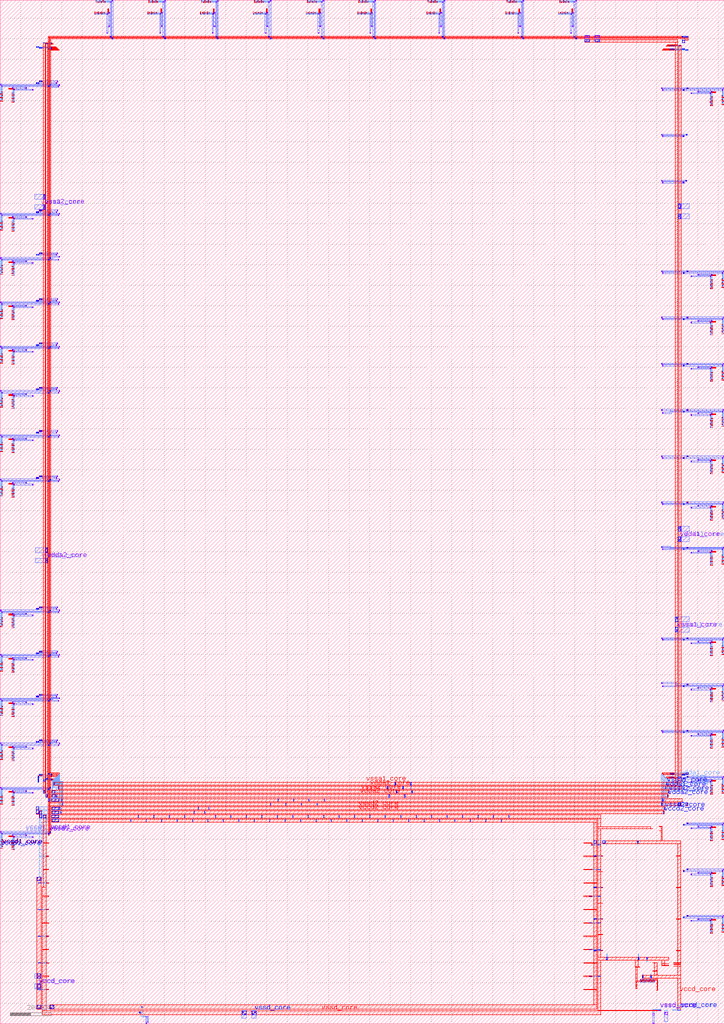
<source format=lef>
VERSION 5.7 ;
  NOWIREEXTENSIONATPIN ON ;
  DIVIDERCHAR "/" ;
  BUSBITCHARS "[]" ;
MACRO caravel_power_routing
  CLASS BLOCK ;
  FOREIGN caravel_power_routing ;
  ORIGIN 0.000 0.000 ;
  SIZE 3528.960 BY 4988.980 ;
  PIN vccd_core
    PORT
      LAYER met3 ;
        RECT 167.170 221.255 199.110 244.220 ;
        RECT 167.170 171.780 199.110 195.000 ;
      LAYER via3 ;
        RECT 179.775 221.710 198.095 244.030 ;
        RECT 179.655 172.190 197.975 194.510 ;
      LAYER met4 ;
        RECT 190.820 982.830 285.690 997.830 ;
        RECT 635.190 982.830 637.470 997.820 ;
        RECT 710.440 982.830 712.720 997.820 ;
        RECT 785.690 982.830 787.970 997.820 ;
        RECT 860.940 982.830 863.220 997.820 ;
        RECT 936.190 982.830 938.470 997.820 ;
        RECT 1011.440 982.830 1013.720 997.820 ;
        RECT 1086.690 982.830 1088.970 997.820 ;
        RECT 1161.940 982.830 1164.220 997.820 ;
        RECT 1237.190 982.830 1239.470 997.820 ;
        RECT 1312.440 982.830 1314.720 997.820 ;
        RECT 1387.690 982.830 1389.970 997.820 ;
        RECT 1462.940 982.830 1465.220 997.820 ;
        RECT 1538.190 982.830 1540.470 997.820 ;
        RECT 1613.440 982.830 1615.720 997.820 ;
        RECT 1688.690 982.830 1690.970 997.820 ;
        RECT 1763.940 982.830 1766.220 997.820 ;
        RECT 1839.190 982.830 1841.470 997.820 ;
        RECT 1914.440 982.830 1916.720 997.820 ;
        RECT 1989.690 982.830 1991.970 997.820 ;
        RECT 2064.940 982.830 2067.220 997.820 ;
        RECT 2140.190 982.830 2142.470 997.820 ;
        RECT 2215.440 982.830 2217.720 997.820 ;
        RECT 2290.690 982.830 2292.970 997.820 ;
        RECT 2365.940 982.830 2368.220 997.820 ;
        RECT 2441.190 982.830 2443.470 997.820 ;
        RECT 190.880 817.990 203.880 982.830 ;
        RECT 2891.730 878.020 2954.700 893.020 ;
        RECT 3105.110 878.140 3110.430 892.800 ;
        RECT 2953.100 868.960 2954.700 878.020 ;
        RECT 3106.700 868.920 3108.300 878.140 ;
        RECT 2892.370 818.140 2905.760 819.880 ;
        RECT 190.880 814.790 231.610 817.990 ;
        RECT 2892.370 816.540 2934.770 818.140 ;
        RECT 2892.370 815.460 2905.760 816.540 ;
        RECT 190.880 714.210 203.880 814.790 ;
        RECT 179.210 696.130 203.880 714.210 ;
        RECT 183.120 684.790 231.120 687.990 ;
        RECT 2892.370 664.960 2905.760 666.680 ;
        RECT 2892.370 663.360 2934.770 664.960 ;
        RECT 2892.370 662.260 2905.760 663.360 ;
        RECT 182.780 554.790 230.780 557.990 ;
        RECT 2892.370 511.780 2905.760 513.480 ;
        RECT 2892.370 510.180 2934.770 511.780 ;
        RECT 2892.370 509.060 2905.760 510.180 ;
        RECT 182.780 424.790 230.780 427.990 ;
        RECT 2892.370 358.600 2905.760 358.880 ;
        RECT 2892.370 357.000 2934.770 358.600 ;
        RECT 2892.370 354.460 2905.760 357.000 ;
        RECT 182.780 294.790 230.780 297.990 ;
        RECT 179.210 221.270 198.780 244.470 ;
        RECT 3131.660 235.120 3133.260 240.810 ;
        RECT 3171.660 235.580 3173.260 240.500 ;
        RECT 3130.250 221.490 3134.940 235.120 ;
        RECT 3170.380 221.170 3174.500 235.580 ;
        RECT 3119.330 201.020 3120.930 217.370 ;
        RECT 3134.830 201.020 3136.430 217.370 ;
        RECT 3150.330 201.020 3151.930 217.370 ;
        RECT 3165.830 201.020 3167.430 217.370 ;
        RECT 3181.330 201.020 3182.930 217.370 ;
        RECT 179.180 171.750 198.750 194.950 ;
        RECT 179.200 164.790 231.700 167.990 ;
        RECT 179.260 71.610 262.570 91.110 ;
        RECT 686.510 80.180 693.580 83.940 ;
        RECT 689.190 78.690 690.090 80.180 ;
        RECT 3276.240 65.455 3317.020 67.100 ;
      LAYER via4 ;
        RECT 252.660 984.175 284.240 996.555 ;
        RECT 635.590 996.130 636.770 997.310 ;
        RECT 635.590 994.530 636.770 995.710 ;
        RECT 635.590 992.930 636.770 994.110 ;
        RECT 635.590 991.330 636.770 992.510 ;
        RECT 635.590 989.730 636.770 990.910 ;
        RECT 635.590 988.130 636.770 989.310 ;
        RECT 635.590 986.530 636.770 987.710 ;
        RECT 635.590 984.930 636.770 986.110 ;
        RECT 635.590 983.330 636.770 984.510 ;
        RECT 710.840 996.130 712.020 997.310 ;
        RECT 710.840 994.530 712.020 995.710 ;
        RECT 710.840 992.930 712.020 994.110 ;
        RECT 710.840 991.330 712.020 992.510 ;
        RECT 710.840 989.730 712.020 990.910 ;
        RECT 710.840 988.130 712.020 989.310 ;
        RECT 710.840 986.530 712.020 987.710 ;
        RECT 710.840 984.930 712.020 986.110 ;
        RECT 710.840 983.330 712.020 984.510 ;
        RECT 786.090 996.130 787.270 997.310 ;
        RECT 786.090 994.530 787.270 995.710 ;
        RECT 786.090 992.930 787.270 994.110 ;
        RECT 786.090 991.330 787.270 992.510 ;
        RECT 786.090 989.730 787.270 990.910 ;
        RECT 786.090 988.130 787.270 989.310 ;
        RECT 786.090 986.530 787.270 987.710 ;
        RECT 786.090 984.930 787.270 986.110 ;
        RECT 786.090 983.330 787.270 984.510 ;
        RECT 861.340 996.130 862.520 997.310 ;
        RECT 861.340 994.530 862.520 995.710 ;
        RECT 861.340 992.930 862.520 994.110 ;
        RECT 861.340 991.330 862.520 992.510 ;
        RECT 861.340 989.730 862.520 990.910 ;
        RECT 861.340 988.130 862.520 989.310 ;
        RECT 861.340 986.530 862.520 987.710 ;
        RECT 861.340 984.930 862.520 986.110 ;
        RECT 861.340 983.330 862.520 984.510 ;
        RECT 936.590 996.130 937.770 997.310 ;
        RECT 936.590 994.530 937.770 995.710 ;
        RECT 936.590 992.930 937.770 994.110 ;
        RECT 936.590 991.330 937.770 992.510 ;
        RECT 936.590 989.730 937.770 990.910 ;
        RECT 936.590 988.130 937.770 989.310 ;
        RECT 936.590 986.530 937.770 987.710 ;
        RECT 936.590 984.930 937.770 986.110 ;
        RECT 936.590 983.330 937.770 984.510 ;
        RECT 1011.840 996.130 1013.020 997.310 ;
        RECT 1011.840 994.530 1013.020 995.710 ;
        RECT 1011.840 992.930 1013.020 994.110 ;
        RECT 1011.840 991.330 1013.020 992.510 ;
        RECT 1011.840 989.730 1013.020 990.910 ;
        RECT 1011.840 988.130 1013.020 989.310 ;
        RECT 1011.840 986.530 1013.020 987.710 ;
        RECT 1011.840 984.930 1013.020 986.110 ;
        RECT 1011.840 983.330 1013.020 984.510 ;
        RECT 1087.090 996.130 1088.270 997.310 ;
        RECT 1087.090 994.530 1088.270 995.710 ;
        RECT 1087.090 992.930 1088.270 994.110 ;
        RECT 1087.090 991.330 1088.270 992.510 ;
        RECT 1087.090 989.730 1088.270 990.910 ;
        RECT 1087.090 988.130 1088.270 989.310 ;
        RECT 1087.090 986.530 1088.270 987.710 ;
        RECT 1087.090 984.930 1088.270 986.110 ;
        RECT 1087.090 983.330 1088.270 984.510 ;
        RECT 1162.340 996.130 1163.520 997.310 ;
        RECT 1162.340 994.530 1163.520 995.710 ;
        RECT 1162.340 992.930 1163.520 994.110 ;
        RECT 1162.340 991.330 1163.520 992.510 ;
        RECT 1162.340 989.730 1163.520 990.910 ;
        RECT 1162.340 988.130 1163.520 989.310 ;
        RECT 1162.340 986.530 1163.520 987.710 ;
        RECT 1162.340 984.930 1163.520 986.110 ;
        RECT 1162.340 983.330 1163.520 984.510 ;
        RECT 1237.590 996.130 1238.770 997.310 ;
        RECT 1237.590 994.530 1238.770 995.710 ;
        RECT 1237.590 992.930 1238.770 994.110 ;
        RECT 1237.590 991.330 1238.770 992.510 ;
        RECT 1237.590 989.730 1238.770 990.910 ;
        RECT 1237.590 988.130 1238.770 989.310 ;
        RECT 1237.590 986.530 1238.770 987.710 ;
        RECT 1237.590 984.930 1238.770 986.110 ;
        RECT 1237.590 983.330 1238.770 984.510 ;
        RECT 1312.840 996.130 1314.020 997.310 ;
        RECT 1312.840 994.530 1314.020 995.710 ;
        RECT 1312.840 992.930 1314.020 994.110 ;
        RECT 1312.840 991.330 1314.020 992.510 ;
        RECT 1312.840 989.730 1314.020 990.910 ;
        RECT 1312.840 988.130 1314.020 989.310 ;
        RECT 1312.840 986.530 1314.020 987.710 ;
        RECT 1312.840 984.930 1314.020 986.110 ;
        RECT 1312.840 983.330 1314.020 984.510 ;
        RECT 1388.090 996.130 1389.270 997.310 ;
        RECT 1388.090 994.530 1389.270 995.710 ;
        RECT 1388.090 992.930 1389.270 994.110 ;
        RECT 1388.090 991.330 1389.270 992.510 ;
        RECT 1388.090 989.730 1389.270 990.910 ;
        RECT 1388.090 988.130 1389.270 989.310 ;
        RECT 1388.090 986.530 1389.270 987.710 ;
        RECT 1388.090 984.930 1389.270 986.110 ;
        RECT 1388.090 983.330 1389.270 984.510 ;
        RECT 1463.340 996.130 1464.520 997.310 ;
        RECT 1463.340 994.530 1464.520 995.710 ;
        RECT 1463.340 992.930 1464.520 994.110 ;
        RECT 1463.340 991.330 1464.520 992.510 ;
        RECT 1463.340 989.730 1464.520 990.910 ;
        RECT 1463.340 988.130 1464.520 989.310 ;
        RECT 1463.340 986.530 1464.520 987.710 ;
        RECT 1463.340 984.930 1464.520 986.110 ;
        RECT 1463.340 983.330 1464.520 984.510 ;
        RECT 1538.590 996.130 1539.770 997.310 ;
        RECT 1538.590 994.530 1539.770 995.710 ;
        RECT 1538.590 992.930 1539.770 994.110 ;
        RECT 1538.590 991.330 1539.770 992.510 ;
        RECT 1538.590 989.730 1539.770 990.910 ;
        RECT 1538.590 988.130 1539.770 989.310 ;
        RECT 1538.590 986.530 1539.770 987.710 ;
        RECT 1538.590 984.930 1539.770 986.110 ;
        RECT 1538.590 983.330 1539.770 984.510 ;
        RECT 1613.840 996.130 1615.020 997.310 ;
        RECT 1613.840 994.530 1615.020 995.710 ;
        RECT 1613.840 992.930 1615.020 994.110 ;
        RECT 1613.840 991.330 1615.020 992.510 ;
        RECT 1613.840 989.730 1615.020 990.910 ;
        RECT 1613.840 988.130 1615.020 989.310 ;
        RECT 1613.840 986.530 1615.020 987.710 ;
        RECT 1613.840 984.930 1615.020 986.110 ;
        RECT 1613.840 983.330 1615.020 984.510 ;
        RECT 1689.090 996.130 1690.270 997.310 ;
        RECT 1689.090 994.530 1690.270 995.710 ;
        RECT 1689.090 992.930 1690.270 994.110 ;
        RECT 1689.090 991.330 1690.270 992.510 ;
        RECT 1689.090 989.730 1690.270 990.910 ;
        RECT 1689.090 988.130 1690.270 989.310 ;
        RECT 1689.090 986.530 1690.270 987.710 ;
        RECT 1689.090 984.930 1690.270 986.110 ;
        RECT 1689.090 983.330 1690.270 984.510 ;
        RECT 1764.340 996.130 1765.520 997.310 ;
        RECT 1764.340 994.530 1765.520 995.710 ;
        RECT 1764.340 992.930 1765.520 994.110 ;
        RECT 1764.340 991.330 1765.520 992.510 ;
        RECT 1764.340 989.730 1765.520 990.910 ;
        RECT 1764.340 988.130 1765.520 989.310 ;
        RECT 1764.340 986.530 1765.520 987.710 ;
        RECT 1764.340 984.930 1765.520 986.110 ;
        RECT 1764.340 983.330 1765.520 984.510 ;
        RECT 1839.590 996.130 1840.770 997.310 ;
        RECT 1839.590 994.530 1840.770 995.710 ;
        RECT 1839.590 992.930 1840.770 994.110 ;
        RECT 1839.590 991.330 1840.770 992.510 ;
        RECT 1839.590 989.730 1840.770 990.910 ;
        RECT 1839.590 988.130 1840.770 989.310 ;
        RECT 1839.590 986.530 1840.770 987.710 ;
        RECT 1839.590 984.930 1840.770 986.110 ;
        RECT 1839.590 983.330 1840.770 984.510 ;
        RECT 1914.840 996.130 1916.020 997.310 ;
        RECT 1914.840 994.530 1916.020 995.710 ;
        RECT 1914.840 992.930 1916.020 994.110 ;
        RECT 1914.840 991.330 1916.020 992.510 ;
        RECT 1914.840 989.730 1916.020 990.910 ;
        RECT 1914.840 988.130 1916.020 989.310 ;
        RECT 1914.840 986.530 1916.020 987.710 ;
        RECT 1914.840 984.930 1916.020 986.110 ;
        RECT 1914.840 983.330 1916.020 984.510 ;
        RECT 1990.090 996.130 1991.270 997.310 ;
        RECT 1990.090 994.530 1991.270 995.710 ;
        RECT 1990.090 992.930 1991.270 994.110 ;
        RECT 1990.090 991.330 1991.270 992.510 ;
        RECT 1990.090 989.730 1991.270 990.910 ;
        RECT 1990.090 988.130 1991.270 989.310 ;
        RECT 1990.090 986.530 1991.270 987.710 ;
        RECT 1990.090 984.930 1991.270 986.110 ;
        RECT 1990.090 983.330 1991.270 984.510 ;
        RECT 2065.340 996.130 2066.520 997.310 ;
        RECT 2065.340 994.530 2066.520 995.710 ;
        RECT 2065.340 992.930 2066.520 994.110 ;
        RECT 2065.340 991.330 2066.520 992.510 ;
        RECT 2065.340 989.730 2066.520 990.910 ;
        RECT 2065.340 988.130 2066.520 989.310 ;
        RECT 2065.340 986.530 2066.520 987.710 ;
        RECT 2065.340 984.930 2066.520 986.110 ;
        RECT 2065.340 983.330 2066.520 984.510 ;
        RECT 2140.590 996.130 2141.770 997.310 ;
        RECT 2140.590 994.530 2141.770 995.710 ;
        RECT 2140.590 992.930 2141.770 994.110 ;
        RECT 2140.590 991.330 2141.770 992.510 ;
        RECT 2140.590 989.730 2141.770 990.910 ;
        RECT 2140.590 988.130 2141.770 989.310 ;
        RECT 2140.590 986.530 2141.770 987.710 ;
        RECT 2140.590 984.930 2141.770 986.110 ;
        RECT 2140.590 983.330 2141.770 984.510 ;
        RECT 2215.840 996.130 2217.020 997.310 ;
        RECT 2215.840 994.530 2217.020 995.710 ;
        RECT 2215.840 992.930 2217.020 994.110 ;
        RECT 2215.840 991.330 2217.020 992.510 ;
        RECT 2215.840 989.730 2217.020 990.910 ;
        RECT 2215.840 988.130 2217.020 989.310 ;
        RECT 2215.840 986.530 2217.020 987.710 ;
        RECT 2215.840 984.930 2217.020 986.110 ;
        RECT 2215.840 983.330 2217.020 984.510 ;
        RECT 2291.090 996.130 2292.270 997.310 ;
        RECT 2291.090 994.530 2292.270 995.710 ;
        RECT 2291.090 992.930 2292.270 994.110 ;
        RECT 2291.090 991.330 2292.270 992.510 ;
        RECT 2291.090 989.730 2292.270 990.910 ;
        RECT 2291.090 988.130 2292.270 989.310 ;
        RECT 2291.090 986.530 2292.270 987.710 ;
        RECT 2291.090 984.930 2292.270 986.110 ;
        RECT 2291.090 983.330 2292.270 984.510 ;
        RECT 2366.340 996.130 2367.520 997.310 ;
        RECT 2366.340 994.530 2367.520 995.710 ;
        RECT 2366.340 992.930 2367.520 994.110 ;
        RECT 2366.340 991.330 2367.520 992.510 ;
        RECT 2366.340 989.730 2367.520 990.910 ;
        RECT 2366.340 988.130 2367.520 989.310 ;
        RECT 2366.340 986.530 2367.520 987.710 ;
        RECT 2366.340 984.930 2367.520 986.110 ;
        RECT 2366.340 983.330 2367.520 984.510 ;
        RECT 2441.590 996.130 2442.770 997.310 ;
        RECT 2441.590 994.530 2442.770 995.710 ;
        RECT 2441.590 992.930 2442.770 994.110 ;
        RECT 2441.590 991.330 2442.770 992.510 ;
        RECT 2441.590 989.730 2442.770 990.910 ;
        RECT 2441.590 988.130 2442.770 989.310 ;
        RECT 2441.590 986.530 2442.770 987.710 ;
        RECT 2441.590 984.930 2442.770 986.110 ;
        RECT 2441.590 983.330 2442.770 984.510 ;
        RECT 2892.940 879.475 2905.320 891.855 ;
        RECT 2937.210 879.475 2949.590 891.855 ;
        RECT 3106.405 879.290 3109.185 891.670 ;
        RECT 227.755 815.880 228.935 817.060 ;
        RECT 229.355 815.880 230.535 817.060 ;
        RECT 2893.805 816.325 2904.585 819.105 ;
        RECT 2930.080 816.735 2931.260 817.915 ;
        RECT 2931.680 816.735 2932.860 817.915 ;
        RECT 2933.280 816.735 2934.460 817.915 ;
        RECT 180.325 697.445 197.505 713.025 ;
        RECT 184.175 685.790 185.355 686.970 ;
        RECT 185.775 685.790 186.955 686.970 ;
        RECT 187.375 685.790 188.555 686.970 ;
        RECT 188.975 685.790 190.155 686.970 ;
        RECT 190.575 685.790 191.755 686.970 ;
        RECT 192.175 685.790 193.355 686.970 ;
        RECT 193.775 685.790 194.955 686.970 ;
        RECT 195.375 685.790 196.555 686.970 ;
        RECT 196.975 685.790 198.155 686.970 ;
        RECT 227.215 685.810 228.395 686.990 ;
        RECT 228.815 685.810 229.995 686.990 ;
        RECT 2893.805 663.125 2904.585 665.905 ;
        RECT 2929.995 663.595 2931.175 664.775 ;
        RECT 2931.595 663.595 2932.775 664.775 ;
        RECT 2933.195 663.595 2934.375 664.775 ;
        RECT 184.245 555.820 185.425 557.000 ;
        RECT 185.845 555.820 187.025 557.000 ;
        RECT 187.445 555.820 188.625 557.000 ;
        RECT 189.045 555.820 190.225 557.000 ;
        RECT 190.645 555.820 191.825 557.000 ;
        RECT 192.245 555.820 193.425 557.000 ;
        RECT 193.845 555.820 195.025 557.000 ;
        RECT 195.445 555.820 196.625 557.000 ;
        RECT 197.045 555.820 198.225 557.000 ;
        RECT 226.885 555.770 228.065 556.950 ;
        RECT 228.485 555.770 229.665 556.950 ;
        RECT 2893.805 509.925 2904.585 512.705 ;
        RECT 2929.945 510.395 2931.125 511.575 ;
        RECT 2931.545 510.395 2932.725 511.575 ;
        RECT 2933.145 510.395 2934.325 511.575 ;
        RECT 184.195 425.800 185.375 426.980 ;
        RECT 185.795 425.800 186.975 426.980 ;
        RECT 187.395 425.800 188.575 426.980 ;
        RECT 188.995 425.800 190.175 426.980 ;
        RECT 190.595 425.800 191.775 426.980 ;
        RECT 192.195 425.800 193.375 426.980 ;
        RECT 193.795 425.800 194.975 426.980 ;
        RECT 195.395 425.800 196.575 426.980 ;
        RECT 196.995 425.800 198.175 426.980 ;
        RECT 226.865 425.800 228.045 426.980 ;
        RECT 228.465 425.800 229.645 426.980 ;
        RECT 2893.805 355.325 2904.585 358.105 ;
        RECT 2930.005 357.210 2931.185 358.390 ;
        RECT 2931.605 357.210 2932.785 358.390 ;
        RECT 2933.205 357.210 2934.385 358.390 ;
        RECT 184.175 295.790 185.355 296.970 ;
        RECT 185.775 295.790 186.955 296.970 ;
        RECT 187.375 295.790 188.555 296.970 ;
        RECT 188.975 295.790 190.155 296.970 ;
        RECT 190.575 295.790 191.755 296.970 ;
        RECT 192.175 295.790 193.355 296.970 ;
        RECT 193.775 295.790 194.955 296.970 ;
        RECT 195.375 295.790 196.555 296.970 ;
        RECT 196.975 295.790 198.155 296.970 ;
        RECT 226.885 295.780 228.065 296.960 ;
        RECT 228.485 295.780 229.665 296.960 ;
        RECT 180.345 221.880 197.525 243.860 ;
        RECT 3131.160 222.865 3133.940 233.645 ;
        RECT 3171.050 222.200 3173.830 234.580 ;
        RECT 3119.485 215.285 3120.665 216.465 ;
        RECT 3119.485 213.685 3120.665 214.865 ;
        RECT 3119.485 212.085 3120.665 213.265 ;
        RECT 3135.045 215.355 3136.225 216.535 ;
        RECT 3135.045 213.755 3136.225 214.935 ;
        RECT 3135.045 212.155 3136.225 213.335 ;
        RECT 3150.495 215.335 3151.675 216.515 ;
        RECT 3150.495 213.735 3151.675 214.915 ;
        RECT 3150.495 212.135 3151.675 213.315 ;
        RECT 3165.965 215.335 3167.145 216.515 ;
        RECT 3165.965 213.735 3167.145 214.915 ;
        RECT 3165.965 212.135 3167.145 213.315 ;
        RECT 3181.505 215.395 3182.685 216.575 ;
        RECT 3181.505 213.795 3182.685 214.975 ;
        RECT 3181.505 212.195 3182.685 213.375 ;
        RECT 180.225 172.360 197.405 194.340 ;
        RECT 180.365 165.760 181.545 166.940 ;
        RECT 181.965 165.760 183.145 166.940 ;
        RECT 183.565 165.760 184.745 166.940 ;
        RECT 185.165 165.760 186.345 166.940 ;
        RECT 186.765 165.760 187.945 166.940 ;
        RECT 188.365 165.760 189.545 166.940 ;
        RECT 189.965 165.760 191.145 166.940 ;
        RECT 191.565 165.760 192.745 166.940 ;
        RECT 193.165 165.760 194.345 166.940 ;
        RECT 194.765 165.760 195.945 166.940 ;
        RECT 196.365 165.760 197.545 166.940 ;
        RECT 227.875 165.790 229.055 166.970 ;
        RECT 229.475 165.790 230.655 166.970 ;
        RECT 180.290 72.890 197.470 90.070 ;
        RECT 243.140 72.720 260.320 89.900 ;
        RECT 687.005 80.680 692.985 83.460 ;
        RECT 3302.500 65.690 3303.680 66.870 ;
        RECT 3304.100 65.690 3305.280 66.870 ;
        RECT 3305.700 65.690 3306.880 66.870 ;
        RECT 3307.300 65.690 3308.480 66.870 ;
        RECT 3308.900 65.690 3310.080 66.870 ;
        RECT 3310.500 65.690 3311.680 66.870 ;
        RECT 3312.100 65.690 3313.280 66.870 ;
        RECT 3313.700 65.690 3314.880 66.870 ;
        RECT 3315.300 65.690 3316.480 66.870 ;
      LAYER met5 ;
        RECT 251.370 982.830 2906.760 997.830 ;
        RECT 2891.760 817.990 2906.760 982.830 ;
        RECT 3212.930 959.860 3226.680 961.460 ;
        RECT 3221.010 941.460 3226.680 959.860 ;
        RECT 3213.090 939.860 3226.680 941.460 ;
        RECT 3221.010 893.020 3226.680 939.860 ;
        RECT 2936.150 878.020 3317.020 893.020 ;
        RECT 3302.020 818.140 3317.020 878.020 ;
        RECT 226.610 814.790 235.970 817.990 ;
        RECT 2843.120 814.790 2906.760 817.990 ;
        RECT 2929.770 816.540 2937.860 818.140 ;
        RECT 3296.080 816.540 3317.020 818.140 ;
        RECT 178.730 70.870 198.730 714.870 ;
        RECT 2891.760 687.990 2906.760 814.790 ;
        RECT 226.120 684.790 236.090 687.990 ;
        RECT 2843.120 684.790 2906.760 687.990 ;
        RECT 2891.760 557.990 2906.760 684.790 ;
        RECT 3302.020 664.960 3317.020 816.540 ;
        RECT 2929.650 663.360 2937.860 664.960 ;
        RECT 3295.920 663.360 3317.020 664.960 ;
        RECT 225.780 554.790 236.220 557.990 ;
        RECT 2843.120 554.790 2906.760 557.990 ;
        RECT 2891.760 427.990 2906.760 554.790 ;
        RECT 3302.020 511.780 3317.020 663.360 ;
        RECT 2929.590 510.180 2937.860 511.780 ;
        RECT 3295.710 510.180 3317.020 511.780 ;
        RECT 225.780 424.790 236.220 427.990 ;
        RECT 2843.120 424.790 2906.760 427.990 ;
        RECT 2891.760 297.990 2906.760 424.790 ;
        RECT 3302.020 358.600 3317.020 510.180 ;
        RECT 2929.590 357.000 2937.860 358.600 ;
        RECT 3295.770 357.000 3317.020 358.600 ;
        RECT 225.780 294.790 236.220 297.990 ;
        RECT 2843.120 294.790 2906.760 297.990 ;
        RECT 3187.610 297.870 3202.610 298.440 ;
        RECT 3179.420 296.270 3202.610 297.870 ;
        RECT 3302.020 297.530 3317.020 357.000 ;
        RECT 2891.760 167.990 2906.760 294.790 ;
        RECT 3187.610 257.870 3202.610 296.270 ;
        RECT 3282.500 295.930 3317.020 297.530 ;
        RECT 3302.020 289.370 3317.020 295.930 ;
        RECT 3282.310 287.770 3317.020 289.370 ;
        RECT 3302.020 281.210 3317.020 287.770 ;
        RECT 3282.410 279.610 3317.020 281.210 ;
        RECT 3179.730 256.270 3202.610 257.870 ;
        RECT 3187.610 235.910 3202.610 256.270 ;
        RECT 3302.020 235.910 3317.020 279.610 ;
        RECT 3129.900 220.910 3317.020 235.910 ;
        RECT 3196.170 216.840 3205.310 220.910 ;
        RECT 3118.820 211.840 3205.310 216.840 ;
        RECT 3201.310 197.930 3205.310 211.840 ;
        RECT 3197.570 196.330 3205.310 197.930 ;
        RECT 3201.310 181.030 3205.310 196.330 ;
        RECT 3197.400 179.430 3205.310 181.030 ;
        RECT 226.700 164.790 235.750 167.990 ;
        RECT 2843.660 164.790 2906.760 167.990 ;
        RECT 2891.760 91.610 2906.760 164.790 ;
        RECT 3201.310 164.130 3205.310 179.430 ;
        RECT 3198.010 162.530 3205.310 164.130 ;
        RECT 241.760 71.610 2906.760 91.610 ;
        RECT 3302.020 65.390 3317.020 220.910 ;
    END
  END vccd_core
  PIN vssd_core
    PORT
      LAYER met1 ;
        RECT 3210.410 64.190 3218.240 66.440 ;
        RECT 3210.410 63.490 3220.690 64.190 ;
        RECT 3210.410 63.450 3218.240 63.490 ;
      LAYER via ;
        RECT 3210.835 63.870 3217.815 66.050 ;
      LAYER met2 ;
        RECT 3210.410 64.190 3218.240 66.440 ;
        RECT 3210.410 63.490 3220.690 64.190 ;
        RECT 3210.410 63.450 3218.240 63.490 ;
      LAYER via2 ;
        RECT 3210.785 63.820 3217.865 66.100 ;
      LAYER met3 ;
        RECT 3210.410 64.720 3218.240 66.440 ;
        RECT 1178.340 27.630 1200.135 63.930 ;
        RECT 1226.390 27.630 1248.400 63.930 ;
        RECT 3210.410 63.490 3220.680 64.720 ;
        RECT 3210.410 63.450 3218.240 63.490 ;
      LAYER via3 ;
        RECT 1178.645 44.785 1199.765 63.505 ;
        RECT 1226.905 44.855 1248.025 63.575 ;
        RECT 3210.765 63.800 3217.885 66.120 ;
      LAYER met4 ;
        RECT 208.820 1002.830 286.140 1017.830 ;
        RECT 672.110 1002.740 674.510 1017.870 ;
        RECT 747.510 1002.740 749.910 1017.870 ;
        RECT 822.760 1002.740 825.160 1017.870 ;
        RECT 897.810 1002.740 900.210 1017.870 ;
        RECT 1048.510 1002.740 1050.910 1017.870 ;
        RECT 1123.760 1002.740 1126.160 1017.870 ;
        RECT 1199.010 1002.740 1201.410 1017.870 ;
        RECT 1274.260 1002.740 1276.660 1017.870 ;
        RECT 1349.510 1002.740 1351.910 1017.870 ;
        RECT 1424.760 1002.740 1427.160 1017.870 ;
        RECT 1499.810 1002.740 1502.210 1017.870 ;
        RECT 1575.760 1002.740 1578.160 1017.870 ;
        RECT 1650.510 1002.740 1652.910 1017.870 ;
        RECT 1726.260 1002.740 1728.660 1017.870 ;
        RECT 1801.010 1002.740 1803.410 1017.870 ;
        RECT 1875.260 1002.740 1877.660 1017.870 ;
        RECT 1951.110 1002.740 1953.510 1017.870 ;
        RECT 2026.760 1002.740 2029.160 1017.870 ;
        RECT 2102.010 1002.740 2104.410 1017.870 ;
        RECT 2177.260 1002.740 2179.660 1017.870 ;
        RECT 2252.510 1002.740 2254.910 1017.870 ;
        RECT 2327.760 1002.740 2330.160 1017.870 ;
        RECT 2403.010 1002.740 2405.410 1017.870 ;
        RECT 2478.260 1002.740 2480.660 1017.870 ;
        RECT 2881.200 869.810 2926.830 873.010 ;
        RECT 2880.250 749.810 2926.830 753.010 ;
        RECT 2870.250 619.810 2926.830 623.010 ;
        RECT 2870.250 489.810 2926.830 493.010 ;
        RECT 2870.250 359.810 2926.830 363.010 ;
        RECT 2956.400 324.300 2958.000 342.080 ;
        RECT 3110.000 324.520 3111.600 341.690 ;
        RECT 2953.600 310.280 2960.650 324.300 ;
        RECT 3107.810 310.750 3114.400 324.520 ;
        RECT 3150.290 312.670 3154.860 324.290 ;
        RECT 3151.660 302.740 3153.260 312.670 ;
        RECT 2870.250 229.810 2926.830 233.010 ;
        RECT 3127.080 201.020 3128.680 217.370 ;
        RECT 3142.580 201.020 3144.180 217.370 ;
        RECT 3158.080 201.020 3159.680 217.370 ;
        RECT 3173.580 201.020 3175.180 217.370 ;
        RECT 3189.080 201.020 3190.680 217.370 ;
        RECT 682.690 57.480 683.590 66.780 ;
        RECT 678.770 57.470 684.220 57.480 ;
        RECT 676.770 51.150 684.220 57.470 ;
        RECT 1178.290 44.420 1200.170 63.960 ;
        RECT 1226.400 44.440 1248.390 63.920 ;
        RECT 3210.410 63.450 3218.240 66.440 ;
      LAYER via4 ;
        RECT 210.345 1004.195 222.725 1016.575 ;
        RECT 252.165 1004.225 285.345 1016.605 ;
        RECT 672.490 1016.125 673.670 1017.305 ;
        RECT 672.490 1014.525 673.670 1015.705 ;
        RECT 672.490 1012.925 673.670 1014.105 ;
        RECT 672.490 1011.325 673.670 1012.505 ;
        RECT 672.490 1009.725 673.670 1010.905 ;
        RECT 672.490 1008.125 673.670 1009.305 ;
        RECT 672.490 1006.525 673.670 1007.705 ;
        RECT 672.490 1004.925 673.670 1006.105 ;
        RECT 672.490 1003.325 673.670 1004.505 ;
        RECT 747.890 1016.125 749.070 1017.305 ;
        RECT 747.890 1014.525 749.070 1015.705 ;
        RECT 747.890 1012.925 749.070 1014.105 ;
        RECT 747.890 1011.325 749.070 1012.505 ;
        RECT 747.890 1009.725 749.070 1010.905 ;
        RECT 747.890 1008.125 749.070 1009.305 ;
        RECT 747.890 1006.525 749.070 1007.705 ;
        RECT 747.890 1004.925 749.070 1006.105 ;
        RECT 747.890 1003.325 749.070 1004.505 ;
        RECT 823.140 1016.125 824.320 1017.305 ;
        RECT 823.140 1014.525 824.320 1015.705 ;
        RECT 823.140 1012.925 824.320 1014.105 ;
        RECT 823.140 1011.325 824.320 1012.505 ;
        RECT 823.140 1009.725 824.320 1010.905 ;
        RECT 823.140 1008.125 824.320 1009.305 ;
        RECT 823.140 1006.525 824.320 1007.705 ;
        RECT 823.140 1004.925 824.320 1006.105 ;
        RECT 823.140 1003.325 824.320 1004.505 ;
        RECT 898.190 1016.125 899.370 1017.305 ;
        RECT 898.190 1014.525 899.370 1015.705 ;
        RECT 898.190 1012.925 899.370 1014.105 ;
        RECT 898.190 1011.325 899.370 1012.505 ;
        RECT 898.190 1009.725 899.370 1010.905 ;
        RECT 898.190 1008.125 899.370 1009.305 ;
        RECT 898.190 1006.525 899.370 1007.705 ;
        RECT 898.190 1004.925 899.370 1006.105 ;
        RECT 898.190 1003.325 899.370 1004.505 ;
        RECT 1048.890 1016.125 1050.070 1017.305 ;
        RECT 1048.890 1014.525 1050.070 1015.705 ;
        RECT 1048.890 1012.925 1050.070 1014.105 ;
        RECT 1048.890 1011.325 1050.070 1012.505 ;
        RECT 1048.890 1009.725 1050.070 1010.905 ;
        RECT 1048.890 1008.125 1050.070 1009.305 ;
        RECT 1048.890 1006.525 1050.070 1007.705 ;
        RECT 1048.890 1004.925 1050.070 1006.105 ;
        RECT 1048.890 1003.325 1050.070 1004.505 ;
        RECT 1124.140 1016.125 1125.320 1017.305 ;
        RECT 1124.140 1014.525 1125.320 1015.705 ;
        RECT 1124.140 1012.925 1125.320 1014.105 ;
        RECT 1124.140 1011.325 1125.320 1012.505 ;
        RECT 1124.140 1009.725 1125.320 1010.905 ;
        RECT 1124.140 1008.125 1125.320 1009.305 ;
        RECT 1124.140 1006.525 1125.320 1007.705 ;
        RECT 1124.140 1004.925 1125.320 1006.105 ;
        RECT 1124.140 1003.325 1125.320 1004.505 ;
        RECT 1199.390 1016.125 1200.570 1017.305 ;
        RECT 1199.390 1014.525 1200.570 1015.705 ;
        RECT 1199.390 1012.925 1200.570 1014.105 ;
        RECT 1199.390 1011.325 1200.570 1012.505 ;
        RECT 1199.390 1009.725 1200.570 1010.905 ;
        RECT 1199.390 1008.125 1200.570 1009.305 ;
        RECT 1199.390 1006.525 1200.570 1007.705 ;
        RECT 1199.390 1004.925 1200.570 1006.105 ;
        RECT 1199.390 1003.325 1200.570 1004.505 ;
        RECT 1274.640 1016.125 1275.820 1017.305 ;
        RECT 1274.640 1014.525 1275.820 1015.705 ;
        RECT 1274.640 1012.925 1275.820 1014.105 ;
        RECT 1274.640 1011.325 1275.820 1012.505 ;
        RECT 1274.640 1009.725 1275.820 1010.905 ;
        RECT 1274.640 1008.125 1275.820 1009.305 ;
        RECT 1274.640 1006.525 1275.820 1007.705 ;
        RECT 1274.640 1004.925 1275.820 1006.105 ;
        RECT 1274.640 1003.325 1275.820 1004.505 ;
        RECT 1349.890 1016.125 1351.070 1017.305 ;
        RECT 1349.890 1014.525 1351.070 1015.705 ;
        RECT 1349.890 1012.925 1351.070 1014.105 ;
        RECT 1349.890 1011.325 1351.070 1012.505 ;
        RECT 1349.890 1009.725 1351.070 1010.905 ;
        RECT 1349.890 1008.125 1351.070 1009.305 ;
        RECT 1349.890 1006.525 1351.070 1007.705 ;
        RECT 1349.890 1004.925 1351.070 1006.105 ;
        RECT 1349.890 1003.325 1351.070 1004.505 ;
        RECT 1425.140 1016.125 1426.320 1017.305 ;
        RECT 1425.140 1014.525 1426.320 1015.705 ;
        RECT 1425.140 1012.925 1426.320 1014.105 ;
        RECT 1425.140 1011.325 1426.320 1012.505 ;
        RECT 1425.140 1009.725 1426.320 1010.905 ;
        RECT 1425.140 1008.125 1426.320 1009.305 ;
        RECT 1425.140 1006.525 1426.320 1007.705 ;
        RECT 1425.140 1004.925 1426.320 1006.105 ;
        RECT 1425.140 1003.325 1426.320 1004.505 ;
        RECT 1500.190 1016.125 1501.370 1017.305 ;
        RECT 1500.190 1014.525 1501.370 1015.705 ;
        RECT 1500.190 1012.925 1501.370 1014.105 ;
        RECT 1500.190 1011.325 1501.370 1012.505 ;
        RECT 1500.190 1009.725 1501.370 1010.905 ;
        RECT 1500.190 1008.125 1501.370 1009.305 ;
        RECT 1500.190 1006.525 1501.370 1007.705 ;
        RECT 1500.190 1004.925 1501.370 1006.105 ;
        RECT 1500.190 1003.325 1501.370 1004.505 ;
        RECT 1576.140 1016.125 1577.320 1017.305 ;
        RECT 1576.140 1014.525 1577.320 1015.705 ;
        RECT 1576.140 1012.925 1577.320 1014.105 ;
        RECT 1576.140 1011.325 1577.320 1012.505 ;
        RECT 1576.140 1009.725 1577.320 1010.905 ;
        RECT 1576.140 1008.125 1577.320 1009.305 ;
        RECT 1576.140 1006.525 1577.320 1007.705 ;
        RECT 1576.140 1004.925 1577.320 1006.105 ;
        RECT 1576.140 1003.325 1577.320 1004.505 ;
        RECT 1650.890 1016.125 1652.070 1017.305 ;
        RECT 1650.890 1014.525 1652.070 1015.705 ;
        RECT 1650.890 1012.925 1652.070 1014.105 ;
        RECT 1650.890 1011.325 1652.070 1012.505 ;
        RECT 1650.890 1009.725 1652.070 1010.905 ;
        RECT 1650.890 1008.125 1652.070 1009.305 ;
        RECT 1650.890 1006.525 1652.070 1007.705 ;
        RECT 1650.890 1004.925 1652.070 1006.105 ;
        RECT 1650.890 1003.325 1652.070 1004.505 ;
        RECT 1726.640 1016.125 1727.820 1017.305 ;
        RECT 1726.640 1014.525 1727.820 1015.705 ;
        RECT 1726.640 1012.925 1727.820 1014.105 ;
        RECT 1726.640 1011.325 1727.820 1012.505 ;
        RECT 1726.640 1009.725 1727.820 1010.905 ;
        RECT 1726.640 1008.125 1727.820 1009.305 ;
        RECT 1726.640 1006.525 1727.820 1007.705 ;
        RECT 1726.640 1004.925 1727.820 1006.105 ;
        RECT 1726.640 1003.325 1727.820 1004.505 ;
        RECT 1801.390 1016.125 1802.570 1017.305 ;
        RECT 1801.390 1014.525 1802.570 1015.705 ;
        RECT 1801.390 1012.925 1802.570 1014.105 ;
        RECT 1801.390 1011.325 1802.570 1012.505 ;
        RECT 1801.390 1009.725 1802.570 1010.905 ;
        RECT 1801.390 1008.125 1802.570 1009.305 ;
        RECT 1801.390 1006.525 1802.570 1007.705 ;
        RECT 1801.390 1004.925 1802.570 1006.105 ;
        RECT 1801.390 1003.325 1802.570 1004.505 ;
        RECT 1875.640 1016.125 1876.820 1017.305 ;
        RECT 1875.640 1014.525 1876.820 1015.705 ;
        RECT 1875.640 1012.925 1876.820 1014.105 ;
        RECT 1875.640 1011.325 1876.820 1012.505 ;
        RECT 1875.640 1009.725 1876.820 1010.905 ;
        RECT 1875.640 1008.125 1876.820 1009.305 ;
        RECT 1875.640 1006.525 1876.820 1007.705 ;
        RECT 1875.640 1004.925 1876.820 1006.105 ;
        RECT 1875.640 1003.325 1876.820 1004.505 ;
        RECT 1951.490 1016.125 1952.670 1017.305 ;
        RECT 1951.490 1014.525 1952.670 1015.705 ;
        RECT 1951.490 1012.925 1952.670 1014.105 ;
        RECT 1951.490 1011.325 1952.670 1012.505 ;
        RECT 1951.490 1009.725 1952.670 1010.905 ;
        RECT 1951.490 1008.125 1952.670 1009.305 ;
        RECT 1951.490 1006.525 1952.670 1007.705 ;
        RECT 1951.490 1004.925 1952.670 1006.105 ;
        RECT 1951.490 1003.325 1952.670 1004.505 ;
        RECT 2027.140 1016.125 2028.320 1017.305 ;
        RECT 2027.140 1014.525 2028.320 1015.705 ;
        RECT 2027.140 1012.925 2028.320 1014.105 ;
        RECT 2027.140 1011.325 2028.320 1012.505 ;
        RECT 2027.140 1009.725 2028.320 1010.905 ;
        RECT 2027.140 1008.125 2028.320 1009.305 ;
        RECT 2027.140 1006.525 2028.320 1007.705 ;
        RECT 2027.140 1004.925 2028.320 1006.105 ;
        RECT 2027.140 1003.325 2028.320 1004.505 ;
        RECT 2102.390 1016.125 2103.570 1017.305 ;
        RECT 2102.390 1014.525 2103.570 1015.705 ;
        RECT 2102.390 1012.925 2103.570 1014.105 ;
        RECT 2102.390 1011.325 2103.570 1012.505 ;
        RECT 2102.390 1009.725 2103.570 1010.905 ;
        RECT 2102.390 1008.125 2103.570 1009.305 ;
        RECT 2102.390 1006.525 2103.570 1007.705 ;
        RECT 2102.390 1004.925 2103.570 1006.105 ;
        RECT 2102.390 1003.325 2103.570 1004.505 ;
        RECT 2177.640 1016.125 2178.820 1017.305 ;
        RECT 2177.640 1014.525 2178.820 1015.705 ;
        RECT 2177.640 1012.925 2178.820 1014.105 ;
        RECT 2177.640 1011.325 2178.820 1012.505 ;
        RECT 2177.640 1009.725 2178.820 1010.905 ;
        RECT 2177.640 1008.125 2178.820 1009.305 ;
        RECT 2177.640 1006.525 2178.820 1007.705 ;
        RECT 2177.640 1004.925 2178.820 1006.105 ;
        RECT 2177.640 1003.325 2178.820 1004.505 ;
        RECT 2252.890 1016.125 2254.070 1017.305 ;
        RECT 2252.890 1014.525 2254.070 1015.705 ;
        RECT 2252.890 1012.925 2254.070 1014.105 ;
        RECT 2252.890 1011.325 2254.070 1012.505 ;
        RECT 2252.890 1009.725 2254.070 1010.905 ;
        RECT 2252.890 1008.125 2254.070 1009.305 ;
        RECT 2252.890 1006.525 2254.070 1007.705 ;
        RECT 2252.890 1004.925 2254.070 1006.105 ;
        RECT 2252.890 1003.325 2254.070 1004.505 ;
        RECT 2328.140 1016.125 2329.320 1017.305 ;
        RECT 2328.140 1014.525 2329.320 1015.705 ;
        RECT 2328.140 1012.925 2329.320 1014.105 ;
        RECT 2328.140 1011.325 2329.320 1012.505 ;
        RECT 2328.140 1009.725 2329.320 1010.905 ;
        RECT 2328.140 1008.125 2329.320 1009.305 ;
        RECT 2328.140 1006.525 2329.320 1007.705 ;
        RECT 2328.140 1004.925 2329.320 1006.105 ;
        RECT 2328.140 1003.325 2329.320 1004.505 ;
        RECT 2403.390 1016.125 2404.570 1017.305 ;
        RECT 2403.390 1014.525 2404.570 1015.705 ;
        RECT 2403.390 1012.925 2404.570 1014.105 ;
        RECT 2403.390 1011.325 2404.570 1012.505 ;
        RECT 2403.390 1009.725 2404.570 1010.905 ;
        RECT 2403.390 1008.125 2404.570 1009.305 ;
        RECT 2403.390 1006.525 2404.570 1007.705 ;
        RECT 2403.390 1004.925 2404.570 1006.105 ;
        RECT 2403.390 1003.325 2404.570 1004.505 ;
        RECT 2478.640 1016.125 2479.820 1017.305 ;
        RECT 2478.640 1014.525 2479.820 1015.705 ;
        RECT 2478.640 1012.925 2479.820 1014.105 ;
        RECT 2478.640 1011.325 2479.820 1012.505 ;
        RECT 2478.640 1009.725 2479.820 1010.905 ;
        RECT 2478.640 1008.125 2479.820 1009.305 ;
        RECT 2478.640 1006.525 2479.820 1007.705 ;
        RECT 2478.640 1004.925 2479.820 1006.105 ;
        RECT 2478.640 1003.325 2479.820 1004.505 ;
        RECT 2881.890 870.830 2883.070 872.010 ;
        RECT 2883.490 870.830 2884.670 872.010 ;
        RECT 2885.090 870.830 2886.270 872.010 ;
        RECT 2886.690 870.830 2887.870 872.010 ;
        RECT 2912.355 870.830 2913.535 872.010 ;
        RECT 2913.955 870.830 2915.135 872.010 ;
        RECT 2915.555 870.830 2916.735 872.010 ;
        RECT 2917.155 870.830 2918.335 872.010 ;
        RECT 2918.755 870.830 2919.935 872.010 ;
        RECT 2920.355 870.830 2921.535 872.010 ;
        RECT 2921.955 870.830 2923.135 872.010 ;
        RECT 2923.555 870.830 2924.735 872.010 ;
        RECT 2925.155 870.830 2926.335 872.010 ;
        RECT 2880.910 750.770 2882.090 751.950 ;
        RECT 2882.510 750.770 2883.690 751.950 ;
        RECT 2912.355 750.750 2913.535 751.930 ;
        RECT 2913.955 750.750 2915.135 751.930 ;
        RECT 2915.555 750.750 2916.735 751.930 ;
        RECT 2917.155 750.750 2918.335 751.930 ;
        RECT 2918.755 750.750 2919.935 751.930 ;
        RECT 2920.355 750.750 2921.535 751.930 ;
        RECT 2921.955 750.750 2923.135 751.930 ;
        RECT 2923.555 750.750 2924.735 751.930 ;
        RECT 2925.155 750.750 2926.335 751.930 ;
        RECT 2871.100 620.790 2872.280 621.970 ;
        RECT 2872.700 620.790 2873.880 621.970 ;
        RECT 2874.300 620.790 2875.480 621.970 ;
        RECT 2875.900 620.790 2877.080 621.970 ;
        RECT 2877.500 620.790 2878.680 621.970 ;
        RECT 2879.100 620.790 2880.280 621.970 ;
        RECT 2880.700 620.790 2881.880 621.970 ;
        RECT 2882.300 620.790 2883.480 621.970 ;
        RECT 2912.225 620.810 2913.405 621.990 ;
        RECT 2913.825 620.810 2915.005 621.990 ;
        RECT 2915.425 620.810 2916.605 621.990 ;
        RECT 2917.025 620.810 2918.205 621.990 ;
        RECT 2918.625 620.810 2919.805 621.990 ;
        RECT 2920.225 620.810 2921.405 621.990 ;
        RECT 2921.825 620.810 2923.005 621.990 ;
        RECT 2923.425 620.810 2924.605 621.990 ;
        RECT 2925.025 620.810 2926.205 621.990 ;
        RECT 2871.150 490.760 2872.330 491.940 ;
        RECT 2872.750 490.760 2873.930 491.940 ;
        RECT 2874.350 490.760 2875.530 491.940 ;
        RECT 2875.950 490.760 2877.130 491.940 ;
        RECT 2877.550 490.760 2878.730 491.940 ;
        RECT 2879.150 490.760 2880.330 491.940 ;
        RECT 2880.750 490.760 2881.930 491.940 ;
        RECT 2882.350 490.760 2883.530 491.940 ;
        RECT 2912.355 490.730 2913.535 491.910 ;
        RECT 2913.955 490.730 2915.135 491.910 ;
        RECT 2915.555 490.730 2916.735 491.910 ;
        RECT 2917.155 490.730 2918.335 491.910 ;
        RECT 2918.755 490.730 2919.935 491.910 ;
        RECT 2920.355 490.730 2921.535 491.910 ;
        RECT 2921.955 490.730 2923.135 491.910 ;
        RECT 2923.555 490.730 2924.735 491.910 ;
        RECT 2925.155 490.730 2926.335 491.910 ;
        RECT 2871.160 360.790 2872.340 361.970 ;
        RECT 2872.760 360.790 2873.940 361.970 ;
        RECT 2874.360 360.790 2875.540 361.970 ;
        RECT 2875.960 360.790 2877.140 361.970 ;
        RECT 2877.560 360.790 2878.740 361.970 ;
        RECT 2879.160 360.790 2880.340 361.970 ;
        RECT 2880.760 360.790 2881.940 361.970 ;
        RECT 2882.360 360.790 2883.540 361.970 ;
        RECT 2912.375 360.790 2913.555 361.970 ;
        RECT 2913.975 360.790 2915.155 361.970 ;
        RECT 2915.575 360.790 2916.755 361.970 ;
        RECT 2917.175 360.790 2918.355 361.970 ;
        RECT 2918.775 360.790 2919.955 361.970 ;
        RECT 2920.375 360.790 2921.555 361.970 ;
        RECT 2921.975 360.790 2923.155 361.970 ;
        RECT 2923.575 360.790 2924.755 361.970 ;
        RECT 2925.175 360.790 2926.355 361.970 ;
        RECT 2954.950 311.135 2959.330 323.515 ;
        RECT 3109.005 311.445 3113.385 323.825 ;
        RECT 3151.185 313.925 3153.965 323.105 ;
        RECT 2871.130 230.840 2872.310 232.020 ;
        RECT 2872.730 230.840 2873.910 232.020 ;
        RECT 2874.330 230.840 2875.510 232.020 ;
        RECT 2875.930 230.840 2877.110 232.020 ;
        RECT 2877.530 230.840 2878.710 232.020 ;
        RECT 2879.130 230.840 2880.310 232.020 ;
        RECT 2880.730 230.840 2881.910 232.020 ;
        RECT 2882.330 230.840 2883.510 232.020 ;
        RECT 2912.345 230.850 2913.525 232.030 ;
        RECT 2913.945 230.850 2915.125 232.030 ;
        RECT 2915.545 230.850 2916.725 232.030 ;
        RECT 2917.145 230.850 2918.325 232.030 ;
        RECT 2918.745 230.850 2919.925 232.030 ;
        RECT 2920.345 230.850 2921.525 232.030 ;
        RECT 2921.945 230.850 2923.125 232.030 ;
        RECT 2923.545 230.850 2924.725 232.030 ;
        RECT 2925.145 230.850 2926.325 232.030 ;
        RECT 3127.245 208.275 3128.425 209.455 ;
        RECT 3127.245 206.675 3128.425 207.855 ;
        RECT 3127.245 205.075 3128.425 206.255 ;
        RECT 3142.715 208.295 3143.895 209.475 ;
        RECT 3142.715 206.695 3143.895 207.875 ;
        RECT 3142.715 205.095 3143.895 206.275 ;
        RECT 3158.255 208.315 3159.435 209.495 ;
        RECT 3158.255 206.715 3159.435 207.895 ;
        RECT 3158.255 205.115 3159.435 206.295 ;
        RECT 3173.775 208.275 3174.955 209.455 ;
        RECT 3173.775 206.675 3174.955 207.855 ;
        RECT 3173.775 205.075 3174.955 206.255 ;
        RECT 3189.285 208.405 3190.465 209.585 ;
        RECT 3189.285 206.805 3190.465 207.985 ;
        RECT 3189.285 205.205 3190.465 206.385 ;
        RECT 3211.335 64.370 3212.515 65.550 ;
        RECT 3212.935 64.370 3214.115 65.550 ;
        RECT 3214.535 64.370 3215.715 65.550 ;
        RECT 3216.135 64.370 3217.315 65.550 ;
        RECT 677.530 52.090 683.510 56.470 ;
        RECT 1179.015 44.755 1199.395 63.535 ;
        RECT 1227.275 44.825 1247.655 63.605 ;
      LAYER met5 ;
        RECT 209.070 882.990 224.070 1018.560 ;
        RECT 251.330 1002.830 2926.840 1017.830 ;
        RECT 2911.840 960.920 2926.840 1002.830 ;
        RECT 2911.840 951.460 3171.720 960.920 ;
        RECT 2911.840 950.910 3179.880 951.460 ;
        RECT 209.070 879.790 236.050 882.990 ;
        RECT 2843.120 879.790 2884.440 882.990 ;
        RECT 209.070 752.990 224.070 879.790 ;
        RECT 2881.240 873.010 2884.440 879.790 ;
        RECT 2881.240 869.810 2888.600 873.010 ;
        RECT 209.070 749.790 235.950 752.990 ;
        RECT 2843.120 749.790 2884.440 752.990 ;
        RECT 209.070 664.440 224.070 749.790 ;
        RECT 204.070 622.990 224.070 664.440 ;
        RECT 2911.840 741.550 2926.840 950.910 ;
        RECT 3167.220 949.860 3179.880 950.910 ;
        RECT 2911.840 739.950 2937.860 741.550 ;
        RECT 204.070 619.790 235.990 622.990 ;
        RECT 2843.120 619.790 2884.440 622.990 ;
        RECT 204.070 492.990 224.070 619.790 ;
        RECT 2911.840 588.370 2926.840 739.950 ;
        RECT 2911.840 586.770 2937.860 588.370 ;
        RECT 204.070 489.790 235.920 492.990 ;
        RECT 2843.120 489.790 2884.440 492.990 ;
        RECT 204.070 362.990 224.070 489.790 ;
        RECT 2911.840 435.190 2926.840 586.770 ;
        RECT 2911.840 433.590 2937.940 435.190 ;
        RECT 204.070 359.790 236.000 362.990 ;
        RECT 2843.120 359.790 2884.440 362.990 ;
        RECT 204.070 232.990 224.070 359.790 ;
        RECT 2911.840 325.280 2926.840 433.590 ;
        RECT 2911.840 310.280 3258.530 325.280 ;
        RECT 204.070 229.790 235.730 232.990 ;
        RECT 2843.120 229.790 2884.440 232.990 ;
        RECT 204.070 64.440 224.070 229.790 ;
        RECT 2911.840 66.440 2926.840 310.280 ;
        RECT 3094.010 277.870 3109.010 310.280 ;
        RECT 3224.860 293.450 3239.860 310.280 ;
        RECT 3224.860 291.850 3258.660 293.450 ;
        RECT 3224.860 285.290 3239.860 291.850 ;
        RECT 3224.860 283.690 3258.810 285.290 ;
        RECT 3224.860 283.110 3239.860 283.690 ;
        RECT 3094.010 276.270 3116.700 277.870 ;
        RECT 3094.010 275.560 3109.010 276.270 ;
        RECT 3097.980 209.840 3105.060 275.560 ;
        RECT 3097.980 204.840 3190.830 209.840 ;
        RECT 3097.980 189.480 3101.980 204.840 ;
        RECT 3097.980 187.880 3104.730 189.480 ;
        RECT 3097.980 172.580 3101.980 187.880 ;
        RECT 3097.980 170.980 3104.120 172.580 ;
        RECT 2911.840 64.440 3218.230 66.440 ;
        RECT 204.070 63.440 3218.230 64.440 ;
        RECT 204.070 44.440 2926.870 63.440 ;
    END
  END vssd_core
  PIN vccd2_core
    PORT
      LAYER met4 ;
        RECT 276.800 1173.190 279.900 1209.880 ;
        RECT 276.800 1170.090 296.150 1173.190 ;
        RECT 293.050 1037.830 296.150 1170.090 ;
        RECT 190.870 1022.830 296.150 1037.830 ;
        RECT 944.300 1022.830 945.960 1037.820 ;
        RECT 994.900 1022.830 996.560 1037.820 ;
        RECT 190.870 1002.830 203.900 1022.830 ;
        RECT 293.050 1022.500 296.150 1022.830 ;
        RECT 3232.580 1021.830 3235.680 1209.880 ;
      LAYER via4 ;
        RECT 191.930 1003.635 202.710 1036.815 ;
        RECT 252.720 1024.195 285.900 1036.575 ;
        RECT 293.955 1036.150 295.135 1037.330 ;
        RECT 293.955 1034.550 295.135 1035.730 ;
        RECT 293.955 1032.950 295.135 1034.130 ;
        RECT 293.955 1031.350 295.135 1032.530 ;
        RECT 293.955 1029.750 295.135 1030.930 ;
        RECT 293.955 1028.150 295.135 1029.330 ;
        RECT 293.955 1026.550 295.135 1027.730 ;
        RECT 293.955 1024.950 295.135 1026.130 ;
        RECT 293.955 1023.350 295.135 1024.530 ;
        RECT 944.540 1036.185 945.720 1037.365 ;
        RECT 944.540 1034.585 945.720 1035.765 ;
        RECT 944.540 1032.985 945.720 1034.165 ;
        RECT 944.540 1031.385 945.720 1032.565 ;
        RECT 944.540 1029.785 945.720 1030.965 ;
        RECT 944.540 1028.185 945.720 1029.365 ;
        RECT 944.540 1026.585 945.720 1027.765 ;
        RECT 944.540 1024.985 945.720 1026.165 ;
        RECT 944.540 1023.385 945.720 1024.565 ;
        RECT 995.140 1036.185 996.320 1037.365 ;
        RECT 995.140 1034.585 996.320 1035.765 ;
        RECT 995.140 1032.985 996.320 1034.165 ;
        RECT 995.140 1031.385 996.320 1032.565 ;
        RECT 995.140 1029.785 996.320 1030.965 ;
        RECT 995.140 1028.185 996.320 1029.365 ;
        RECT 995.140 1026.585 996.320 1027.765 ;
        RECT 995.140 1024.985 996.320 1026.165 ;
        RECT 995.140 1023.385 996.320 1024.565 ;
        RECT 3233.495 1036.175 3234.675 1037.355 ;
        RECT 3233.495 1034.575 3234.675 1035.755 ;
        RECT 3233.495 1032.975 3234.675 1034.155 ;
        RECT 3233.495 1031.375 3234.675 1032.555 ;
        RECT 3233.495 1029.775 3234.675 1030.955 ;
        RECT 3233.495 1028.175 3234.675 1029.355 ;
        RECT 3233.495 1026.575 3234.675 1027.755 ;
        RECT 3233.495 1024.975 3234.675 1026.155 ;
        RECT 3233.495 1023.375 3234.675 1024.555 ;
      LAYER met5 ;
        RECT 191.160 1003.160 203.480 1037.290 ;
        RECT 251.280 1022.830 3236.420 1037.830 ;
    END
  END vccd2_core
  PIN vssd2_core
    PORT
      LAYER met4 ;
        RECT 272.000 1168.390 275.100 1205.110 ;
        RECT 272.000 1165.290 291.350 1168.390 ;
        RECT 288.250 1057.830 291.350 1165.290 ;
        RECT 174.810 1042.830 291.350 1057.830 ;
        RECT 965.200 1042.830 966.860 1057.820 ;
        RECT 1015.500 1042.840 1017.160 1057.830 ;
        RECT 174.810 1021.830 187.950 1042.830 ;
        RECT 288.250 1042.290 291.350 1042.830 ;
        RECT 3237.380 1042.310 3240.480 1205.080 ;
      LAYER via4 ;
        RECT 175.990 1022.485 186.770 1057.265 ;
        RECT 252.645 1044.025 285.825 1056.405 ;
        RECT 289.205 1056.170 290.385 1057.350 ;
        RECT 289.205 1054.570 290.385 1055.750 ;
        RECT 289.205 1052.970 290.385 1054.150 ;
        RECT 289.205 1051.370 290.385 1052.550 ;
        RECT 289.205 1049.770 290.385 1050.950 ;
        RECT 289.205 1048.170 290.385 1049.350 ;
        RECT 289.205 1046.570 290.385 1047.750 ;
        RECT 289.205 1044.970 290.385 1046.150 ;
        RECT 289.205 1043.370 290.385 1044.550 ;
        RECT 965.440 1056.185 966.620 1057.365 ;
        RECT 965.440 1054.585 966.620 1055.765 ;
        RECT 965.440 1052.985 966.620 1054.165 ;
        RECT 965.440 1051.385 966.620 1052.565 ;
        RECT 965.440 1049.785 966.620 1050.965 ;
        RECT 965.440 1048.185 966.620 1049.365 ;
        RECT 965.440 1046.585 966.620 1047.765 ;
        RECT 965.440 1044.985 966.620 1046.165 ;
        RECT 965.440 1043.385 966.620 1044.565 ;
        RECT 1015.740 1056.195 1016.920 1057.375 ;
        RECT 1015.740 1054.595 1016.920 1055.775 ;
        RECT 1015.740 1052.995 1016.920 1054.175 ;
        RECT 1015.740 1051.395 1016.920 1052.575 ;
        RECT 1015.740 1049.795 1016.920 1050.975 ;
        RECT 1015.740 1048.195 1016.920 1049.375 ;
        RECT 1015.740 1046.595 1016.920 1047.775 ;
        RECT 1015.740 1044.995 1016.920 1046.175 ;
        RECT 1015.740 1043.395 1016.920 1044.575 ;
        RECT 3238.285 1056.185 3239.465 1057.365 ;
        RECT 3238.285 1054.585 3239.465 1055.765 ;
        RECT 3238.285 1052.985 3239.465 1054.165 ;
        RECT 3238.285 1051.385 3239.465 1052.565 ;
        RECT 3238.285 1049.785 3239.465 1050.965 ;
        RECT 3238.285 1048.185 3239.465 1049.365 ;
        RECT 3238.285 1046.585 3239.465 1047.765 ;
        RECT 3238.285 1044.985 3239.465 1046.165 ;
        RECT 3238.285 1043.385 3239.465 1044.565 ;
      LAYER met5 ;
        RECT 175.220 1022.310 187.540 1057.440 ;
        RECT 251.280 1042.830 3241.000 1057.830 ;
    END
  END vssd2_core
  PIN vdda2_core
    PORT
      LAYER met3 ;
        RECT 169.510 2295.890 231.350 2319.790 ;
        RECT 169.510 2245.995 231.350 2269.895 ;
      LAYER via3 ;
        RECT 221.870 2296.795 230.190 2319.115 ;
        RECT 221.810 2246.845 230.130 2269.165 ;
      LAYER met4 ;
        RECT 220.860 4774.180 252.060 4777.240 ;
        RECT 220.750 2295.920 230.870 2319.870 ;
        RECT 220.880 2245.970 231.000 2269.920 ;
        RECT 220.820 1193.690 230.880 1197.690 ;
        RECT 220.820 1190.630 251.920 1193.690 ;
        RECT 257.600 1153.990 260.700 1190.710 ;
        RECT 257.600 1150.890 276.950 1153.990 ;
        RECT 273.850 1117.830 276.950 1150.890 ;
        RECT 220.740 1102.830 276.950 1117.830 ;
        RECT 273.850 1102.610 276.950 1102.830 ;
        RECT 1892.820 1102.760 1898.430 1117.850 ;
        RECT 1968.320 1102.760 1973.930 1117.850 ;
        RECT 3251.780 1102.430 3254.880 1190.680 ;
      LAYER via4 ;
        RECT 221.290 4775.125 222.470 4776.305 ;
        RECT 222.890 4775.125 224.070 4776.305 ;
        RECT 224.490 4775.125 225.670 4776.305 ;
        RECT 226.090 4775.125 227.270 4776.305 ;
        RECT 227.690 4775.125 228.870 4776.305 ;
        RECT 229.290 4775.125 230.470 4776.305 ;
        RECT 249.055 4775.150 250.235 4776.330 ;
        RECT 250.655 4775.150 251.835 4776.330 ;
        RECT 222.240 2296.965 229.820 2318.945 ;
        RECT 222.180 2247.015 229.760 2268.995 ;
        RECT 221.255 1191.180 230.435 1197.160 ;
        RECT 248.900 1190.785 251.680 1193.565 ;
        RECT 222.245 1104.345 229.825 1116.725 ;
        RECT 252.710 1104.040 271.490 1116.420 ;
        RECT 274.790 1116.130 275.970 1117.310 ;
        RECT 274.790 1114.530 275.970 1115.710 ;
        RECT 274.790 1112.930 275.970 1114.110 ;
        RECT 274.790 1111.330 275.970 1112.510 ;
        RECT 274.790 1109.730 275.970 1110.910 ;
        RECT 274.790 1108.130 275.970 1109.310 ;
        RECT 274.790 1106.530 275.970 1107.710 ;
        RECT 274.790 1104.930 275.970 1106.110 ;
        RECT 274.790 1103.330 275.970 1104.510 ;
        RECT 1893.465 1103.350 1897.845 1117.330 ;
        RECT 1968.965 1103.350 1973.345 1117.330 ;
        RECT 3252.695 1116.095 3253.875 1117.275 ;
        RECT 3252.695 1114.495 3253.875 1115.675 ;
        RECT 3252.695 1112.895 3253.875 1114.075 ;
        RECT 3252.695 1111.295 3253.875 1112.475 ;
        RECT 3252.695 1109.695 3253.875 1110.875 ;
        RECT 3252.695 1108.095 3253.875 1109.275 ;
        RECT 3252.695 1106.495 3253.875 1107.675 ;
        RECT 3252.695 1104.895 3253.875 1106.075 ;
        RECT 3252.695 1103.295 3253.875 1104.475 ;
      LAYER met5 ;
        RECT 220.880 1102.990 230.880 4782.830 ;
        RECT 248.770 4774.140 257.650 4777.240 ;
        RECT 248.660 1190.620 257.620 1193.720 ;
        RECT 251.740 1102.830 3255.270 1117.830 ;
    END
  END vdda2_core
  PIN vssa2_core
    PORT
      LAYER met3 ;
        RECT 169.150 4018.890 219.900 4042.790 ;
        RECT 169.150 3968.995 219.900 3992.895 ;
      LAYER via3 ;
        RECT 209.535 4019.650 218.255 4041.970 ;
        RECT 209.535 3969.990 218.255 3992.310 ;
      LAYER met4 ;
        RECT 208.870 4778.960 252.800 4782.050 ;
        RECT 208.850 4018.790 219.000 4042.810 ;
        RECT 208.850 3969.010 219.000 3993.030 ;
        RECT 208.850 1185.910 252.970 1188.940 ;
        RECT 208.850 1185.790 255.900 1185.910 ;
        RECT 208.850 1181.790 218.900 1185.790 ;
        RECT 252.750 1137.830 255.900 1185.790 ;
        RECT 208.740 1122.830 267.240 1137.830 ;
        RECT 1929.610 1122.840 1934.120 1137.750 ;
        RECT 2005.210 1122.840 2009.720 1137.750 ;
        RECT 3256.580 1122.450 3259.680 1185.910 ;
      LAYER via4 ;
        RECT 209.260 4779.945 210.440 4781.125 ;
        RECT 210.860 4779.945 212.040 4781.125 ;
        RECT 212.460 4779.945 213.640 4781.125 ;
        RECT 214.060 4779.945 215.240 4781.125 ;
        RECT 215.660 4779.945 216.840 4781.125 ;
        RECT 217.260 4779.945 218.440 4781.125 ;
        RECT 249.035 4779.950 250.215 4781.130 ;
        RECT 250.635 4779.950 251.815 4781.130 ;
        RECT 210.105 4019.820 217.685 4041.800 ;
        RECT 210.105 3970.160 217.685 3992.140 ;
        RECT 209.285 1182.415 218.465 1188.395 ;
        RECT 249.170 1185.970 251.950 1188.750 ;
        RECT 210.245 1124.345 217.825 1136.725 ;
        RECT 252.665 1124.040 266.645 1136.420 ;
        RECT 1930.475 1124.065 1933.255 1136.445 ;
        RECT 2006.075 1124.065 2008.855 1136.445 ;
        RECT 3257.505 1136.185 3258.685 1137.365 ;
        RECT 3257.505 1134.585 3258.685 1135.765 ;
        RECT 3257.505 1132.985 3258.685 1134.165 ;
        RECT 3257.505 1131.385 3258.685 1132.565 ;
        RECT 3257.505 1129.785 3258.685 1130.965 ;
        RECT 3257.505 1128.185 3258.685 1129.365 ;
        RECT 3257.505 1126.585 3258.685 1127.765 ;
        RECT 3257.505 1124.985 3258.685 1126.165 ;
        RECT 3257.505 1123.385 3258.685 1124.565 ;
      LAYER met5 ;
        RECT 208.880 1122.920 218.880 4782.830 ;
        RECT 248.770 4778.940 252.870 4782.040 ;
        RECT 248.660 1185.820 252.840 1188.920 ;
        RECT 251.740 1122.830 3260.340 1137.830 ;
    END
  END vssa2_core
  PIN vssd1_core
    PORT
      LAYER met3 ;
        RECT 535.800 4808.010 541.800 4982.910 ;
        RECT 792.800 4808.010 798.800 4982.910 ;
        RECT 1049.800 4808.010 1055.800 4982.910 ;
        RECT 1306.800 4808.010 1312.800 4982.910 ;
        RECT 1564.800 4808.010 1570.800 4982.910 ;
        RECT 1816.800 4808.010 1822.800 4982.910 ;
        RECT 2153.800 4808.010 2159.800 4982.910 ;
        RECT 2538.800 4808.010 2544.800 4982.910 ;
        RECT 2795.800 4808.010 2801.800 4982.910 ;
        RECT 6.070 4571.410 252.940 4572.410 ;
        RECT 6.070 4566.410 284.610 4571.410 ;
        RECT 247.050 4565.410 284.610 4566.410 ;
        RECT 6.070 3937.410 284.610 3943.410 ;
        RECT 6.070 3721.410 284.610 3727.410 ;
        RECT 6.070 3505.410 284.610 3511.410 ;
        RECT 6.070 3289.410 284.610 3295.410 ;
        RECT 6.070 3073.410 284.610 3079.410 ;
        RECT 6.070 2857.410 284.610 2863.410 ;
        RECT 6.070 2641.410 284.610 2647.410 ;
        RECT 6.070 2003.410 284.610 2009.410 ;
        RECT 6.070 1787.410 284.610 1793.410 ;
        RECT 6.070 1571.410 284.610 1577.410 ;
        RECT 6.070 1355.410 284.610 1361.410 ;
        RECT 6.070 1139.410 238.970 1145.410 ;
        RECT 6.070 923.410 238.970 929.410 ;
      LAYER via3 ;
        RECT 536.055 4979.030 541.575 4982.150 ;
        RECT 536.225 4808.565 541.345 4813.685 ;
        RECT 793.055 4979.030 798.575 4982.150 ;
        RECT 793.225 4808.565 798.345 4813.685 ;
        RECT 1050.055 4979.030 1055.575 4982.150 ;
        RECT 1050.225 4808.565 1055.345 4813.685 ;
        RECT 1307.055 4979.030 1312.575 4982.150 ;
        RECT 1307.225 4808.565 1312.345 4813.685 ;
        RECT 1565.055 4979.030 1570.575 4982.150 ;
        RECT 1565.225 4808.565 1570.345 4813.685 ;
        RECT 1817.055 4979.030 1822.575 4982.150 ;
        RECT 1817.225 4808.565 1822.345 4813.685 ;
        RECT 2154.055 4979.030 2159.575 4982.150 ;
        RECT 2154.225 4808.565 2159.345 4813.685 ;
        RECT 2539.055 4979.030 2544.575 4982.150 ;
        RECT 2539.225 4808.565 2544.345 4813.685 ;
        RECT 2796.055 4979.030 2801.575 4982.150 ;
        RECT 2796.225 4808.565 2801.345 4813.685 ;
        RECT 6.830 4566.665 9.950 4572.185 ;
        RECT 233.295 4566.835 238.415 4571.955 ;
        RECT 281.945 4565.585 284.265 4571.105 ;
        RECT 6.830 3937.665 9.950 3943.185 ;
        RECT 233.295 3937.835 238.415 3942.955 ;
        RECT 281.945 3937.585 284.265 3943.105 ;
        RECT 6.830 3721.665 9.950 3727.185 ;
        RECT 233.295 3721.835 238.415 3726.955 ;
        RECT 281.945 3721.585 284.265 3727.105 ;
        RECT 6.830 3505.665 9.950 3511.185 ;
        RECT 233.295 3505.835 238.415 3510.955 ;
        RECT 281.945 3505.585 284.265 3511.105 ;
        RECT 6.830 3289.665 9.950 3295.185 ;
        RECT 233.295 3289.835 238.415 3294.955 ;
        RECT 281.945 3289.585 284.265 3295.105 ;
        RECT 6.830 3073.665 9.950 3079.185 ;
        RECT 233.295 3073.835 238.415 3078.955 ;
        RECT 281.945 3073.585 284.265 3079.105 ;
        RECT 6.830 2857.665 9.950 2863.185 ;
        RECT 233.295 2857.835 238.415 2862.955 ;
        RECT 281.945 2857.585 284.265 2863.105 ;
        RECT 6.830 2641.665 9.950 2647.185 ;
        RECT 233.295 2641.835 238.415 2646.955 ;
        RECT 281.945 2641.585 284.265 2647.105 ;
        RECT 6.830 2003.665 9.950 2009.185 ;
        RECT 233.295 2003.835 238.415 2008.955 ;
        RECT 281.945 2003.585 284.265 2009.105 ;
        RECT 6.830 1787.665 9.950 1793.185 ;
        RECT 233.295 1787.835 238.415 1792.955 ;
        RECT 281.945 1787.585 284.265 1793.105 ;
        RECT 6.830 1571.665 9.950 1577.185 ;
        RECT 233.295 1571.835 238.415 1576.955 ;
        RECT 281.945 1571.585 284.265 1577.105 ;
        RECT 6.830 1355.665 9.950 1361.185 ;
        RECT 233.295 1355.835 238.415 1360.955 ;
        RECT 281.945 1355.585 284.265 1361.105 ;
        RECT 6.830 1139.665 9.950 1145.185 ;
        RECT 233.295 1139.835 238.415 1144.955 ;
        RECT 6.830 923.665 9.950 929.185 ;
        RECT 233.295 923.835 238.415 928.955 ;
      LAYER met4 ;
        RECT 475.270 4978.560 542.100 4982.560 ;
        RECT 732.270 4978.560 799.100 4982.560 ;
        RECT 989.270 4978.560 1056.100 4982.560 ;
        RECT 1246.270 4978.560 1313.100 4982.560 ;
        RECT 1504.270 4978.560 1571.100 4982.560 ;
        RECT 1756.270 4978.560 1823.100 4982.560 ;
        RECT 2093.270 4978.560 2160.100 4982.560 ;
        RECT 2478.270 4978.560 2545.100 4982.560 ;
        RECT 2735.270 4978.560 2802.100 4982.560 ;
        RECT 535.760 4808.160 541.830 4814.190 ;
        RECT 792.760 4808.160 798.830 4814.190 ;
        RECT 1049.760 4808.160 1055.830 4814.190 ;
        RECT 1306.760 4808.160 1312.830 4814.190 ;
        RECT 1564.760 4808.160 1570.830 4814.190 ;
        RECT 1816.760 4808.160 1822.830 4814.190 ;
        RECT 2153.760 4808.160 2159.830 4814.190 ;
        RECT 2538.760 4808.160 2544.830 4814.190 ;
        RECT 2795.760 4808.160 2801.830 4814.190 ;
        RECT 3323.970 4813.960 3337.020 4813.980 ;
        RECT 3323.930 4807.960 3353.160 4813.960 ;
        RECT 3323.970 4781.500 3337.020 4807.960 ;
        RECT 232.870 4750.140 251.910 4753.240 ;
        RECT 6.420 4505.880 10.420 4572.710 ;
        RECT 232.790 4566.370 238.820 4572.440 ;
        RECT 281.800 4565.570 284.410 4571.120 ;
        RECT 6.420 3876.880 10.420 3943.710 ;
        RECT 232.790 3937.370 238.820 3943.440 ;
        RECT 281.800 3937.570 284.410 3943.120 ;
        RECT 6.420 3660.880 10.420 3727.710 ;
        RECT 232.790 3721.370 238.820 3727.440 ;
        RECT 281.800 3721.570 284.410 3727.120 ;
        RECT 6.420 3444.880 10.420 3511.710 ;
        RECT 232.790 3505.370 238.820 3511.440 ;
        RECT 281.800 3505.570 284.410 3511.120 ;
        RECT 6.420 3228.880 10.420 3295.710 ;
        RECT 232.790 3289.370 238.820 3295.440 ;
        RECT 281.800 3289.570 284.410 3295.120 ;
        RECT 6.420 3012.880 10.420 3079.710 ;
        RECT 232.790 3073.370 238.820 3079.440 ;
        RECT 281.800 3073.570 284.410 3079.120 ;
        RECT 6.420 2796.880 10.420 2863.710 ;
        RECT 232.790 2857.370 238.820 2863.440 ;
        RECT 281.800 2857.570 284.410 2863.120 ;
        RECT 6.420 2580.880 10.420 2647.710 ;
        RECT 232.790 2641.370 238.820 2647.440 ;
        RECT 281.800 2641.570 284.410 2647.120 ;
        RECT 6.420 1942.880 10.420 2009.710 ;
        RECT 232.790 2003.370 238.820 2009.440 ;
        RECT 281.800 2003.570 284.410 2009.120 ;
        RECT 6.420 1726.880 10.420 1793.710 ;
        RECT 232.790 1787.370 238.820 1793.440 ;
        RECT 281.800 1787.570 284.410 1793.120 ;
        RECT 6.420 1510.880 10.420 1577.710 ;
        RECT 232.790 1571.370 238.820 1577.440 ;
        RECT 281.800 1571.570 284.410 1577.120 ;
        RECT 6.420 1294.880 10.420 1361.710 ;
        RECT 232.790 1355.370 238.820 1361.440 ;
        RECT 281.800 1355.570 284.410 1361.120 ;
        RECT 232.800 1217.730 238.890 1220.730 ;
        RECT 232.800 1214.610 251.970 1217.730 ;
        RECT 281.600 1177.990 284.700 1214.670 ;
        RECT 281.600 1174.890 300.950 1177.990 ;
        RECT 6.420 1078.880 10.420 1145.710 ;
        RECT 232.790 1139.370 238.820 1145.440 ;
        RECT 232.780 1082.830 286.350 1097.830 ;
        RECT 297.850 1082.430 300.950 1174.890 ;
        RECT 1353.500 1082.850 1356.190 1097.860 ;
        RECT 1428.500 1082.850 1431.190 1097.860 ;
        RECT 1503.700 1082.850 1506.390 1097.860 ;
        RECT 1579.300 1082.850 1581.990 1097.860 ;
        RECT 3227.780 1082.460 3230.880 1214.720 ;
        RECT 6.420 862.880 10.420 929.710 ;
        RECT 232.790 923.370 238.820 929.440 ;
      LAYER via4 ;
        RECT 475.685 4980.785 476.865 4981.965 ;
        RECT 492.600 4980.785 493.780 4981.965 ;
        RECT 509.480 4980.775 510.660 4981.955 ;
        RECT 475.685 4979.185 476.865 4980.365 ;
        RECT 492.600 4979.185 493.780 4980.365 ;
        RECT 509.480 4979.175 510.660 4980.355 ;
        RECT 732.685 4980.785 733.865 4981.965 ;
        RECT 749.600 4980.785 750.780 4981.965 ;
        RECT 766.480 4980.775 767.660 4981.955 ;
        RECT 732.685 4979.185 733.865 4980.365 ;
        RECT 749.600 4979.185 750.780 4980.365 ;
        RECT 766.480 4979.175 767.660 4980.355 ;
        RECT 989.685 4980.785 990.865 4981.965 ;
        RECT 1006.600 4980.785 1007.780 4981.965 ;
        RECT 1023.480 4980.775 1024.660 4981.955 ;
        RECT 989.685 4979.185 990.865 4980.365 ;
        RECT 1006.600 4979.185 1007.780 4980.365 ;
        RECT 1023.480 4979.175 1024.660 4980.355 ;
        RECT 1246.685 4980.785 1247.865 4981.965 ;
        RECT 1263.600 4980.785 1264.780 4981.965 ;
        RECT 1280.480 4980.775 1281.660 4981.955 ;
        RECT 1246.685 4979.185 1247.865 4980.365 ;
        RECT 1263.600 4979.185 1264.780 4980.365 ;
        RECT 1280.480 4979.175 1281.660 4980.355 ;
        RECT 1504.685 4980.785 1505.865 4981.965 ;
        RECT 1521.600 4980.785 1522.780 4981.965 ;
        RECT 1538.480 4980.775 1539.660 4981.955 ;
        RECT 1504.685 4979.185 1505.865 4980.365 ;
        RECT 1521.600 4979.185 1522.780 4980.365 ;
        RECT 1538.480 4979.175 1539.660 4980.355 ;
        RECT 1756.685 4980.785 1757.865 4981.965 ;
        RECT 1773.600 4980.785 1774.780 4981.965 ;
        RECT 1790.480 4980.775 1791.660 4981.955 ;
        RECT 1756.685 4979.185 1757.865 4980.365 ;
        RECT 1773.600 4979.185 1774.780 4980.365 ;
        RECT 1790.480 4979.175 1791.660 4980.355 ;
        RECT 2093.685 4980.785 2094.865 4981.965 ;
        RECT 2110.600 4980.785 2111.780 4981.965 ;
        RECT 2127.480 4980.775 2128.660 4981.955 ;
        RECT 2093.685 4979.185 2094.865 4980.365 ;
        RECT 2110.600 4979.185 2111.780 4980.365 ;
        RECT 2127.480 4979.175 2128.660 4980.355 ;
        RECT 2478.685 4980.785 2479.865 4981.965 ;
        RECT 2495.600 4980.785 2496.780 4981.965 ;
        RECT 2512.480 4980.775 2513.660 4981.955 ;
        RECT 2478.685 4979.185 2479.865 4980.365 ;
        RECT 2495.600 4979.185 2496.780 4980.365 ;
        RECT 2512.480 4979.175 2513.660 4980.355 ;
        RECT 2735.685 4980.785 2736.865 4981.965 ;
        RECT 2752.600 4980.785 2753.780 4981.965 ;
        RECT 2769.480 4980.775 2770.660 4981.955 ;
        RECT 2735.685 4979.185 2736.865 4980.365 ;
        RECT 2752.600 4979.185 2753.780 4980.365 ;
        RECT 2769.480 4979.175 2770.660 4980.355 ;
        RECT 536.595 4808.935 540.975 4813.315 ;
        RECT 793.595 4808.935 797.975 4813.315 ;
        RECT 1050.595 4808.935 1054.975 4813.315 ;
        RECT 1307.595 4808.935 1311.975 4813.315 ;
        RECT 1565.595 4808.935 1569.975 4813.315 ;
        RECT 1817.595 4808.935 1821.975 4813.315 ;
        RECT 2154.595 4808.935 2158.975 4813.315 ;
        RECT 2539.595 4808.935 2543.975 4813.315 ;
        RECT 2796.595 4808.935 2800.975 4813.315 ;
        RECT 3325.070 4808.840 3351.850 4813.220 ;
        RECT 3325.100 4782.320 3335.880 4793.100 ;
        RECT 233.685 4751.105 234.865 4752.285 ;
        RECT 235.285 4751.105 236.465 4752.285 ;
        RECT 236.885 4751.105 238.065 4752.285 ;
        RECT 248.945 4750.305 251.725 4753.085 ;
        RECT 233.665 4567.205 238.045 4571.585 ;
        RECT 7.025 4540.095 8.205 4541.275 ;
        RECT 8.625 4540.095 9.805 4541.275 ;
        RECT 7.030 4523.195 8.210 4524.375 ;
        RECT 8.630 4523.195 9.810 4524.375 ;
        RECT 7.015 4506.295 8.195 4507.475 ;
        RECT 8.615 4506.295 9.795 4507.475 ;
        RECT 233.665 3938.205 238.045 3942.585 ;
        RECT 7.025 3911.095 8.205 3912.275 ;
        RECT 8.625 3911.095 9.805 3912.275 ;
        RECT 7.030 3894.195 8.210 3895.375 ;
        RECT 8.630 3894.195 9.810 3895.375 ;
        RECT 7.015 3877.295 8.195 3878.475 ;
        RECT 8.615 3877.295 9.795 3878.475 ;
        RECT 233.665 3722.205 238.045 3726.585 ;
        RECT 7.025 3695.095 8.205 3696.275 ;
        RECT 8.625 3695.095 9.805 3696.275 ;
        RECT 7.030 3678.195 8.210 3679.375 ;
        RECT 8.630 3678.195 9.810 3679.375 ;
        RECT 7.015 3661.295 8.195 3662.475 ;
        RECT 8.615 3661.295 9.795 3662.475 ;
        RECT 233.665 3506.205 238.045 3510.585 ;
        RECT 7.025 3479.095 8.205 3480.275 ;
        RECT 8.625 3479.095 9.805 3480.275 ;
        RECT 7.030 3462.195 8.210 3463.375 ;
        RECT 8.630 3462.195 9.810 3463.375 ;
        RECT 7.015 3445.295 8.195 3446.475 ;
        RECT 8.615 3445.295 9.795 3446.475 ;
        RECT 233.665 3290.205 238.045 3294.585 ;
        RECT 7.025 3263.095 8.205 3264.275 ;
        RECT 8.625 3263.095 9.805 3264.275 ;
        RECT 7.030 3246.195 8.210 3247.375 ;
        RECT 8.630 3246.195 9.810 3247.375 ;
        RECT 7.015 3229.295 8.195 3230.475 ;
        RECT 8.615 3229.295 9.795 3230.475 ;
        RECT 233.665 3074.205 238.045 3078.585 ;
        RECT 7.025 3047.095 8.205 3048.275 ;
        RECT 8.625 3047.095 9.805 3048.275 ;
        RECT 7.030 3030.195 8.210 3031.375 ;
        RECT 8.630 3030.195 9.810 3031.375 ;
        RECT 7.015 3013.295 8.195 3014.475 ;
        RECT 8.615 3013.295 9.795 3014.475 ;
        RECT 233.665 2858.205 238.045 2862.585 ;
        RECT 7.025 2831.095 8.205 2832.275 ;
        RECT 8.625 2831.095 9.805 2832.275 ;
        RECT 7.030 2814.195 8.210 2815.375 ;
        RECT 8.630 2814.195 9.810 2815.375 ;
        RECT 7.015 2797.295 8.195 2798.475 ;
        RECT 8.615 2797.295 9.795 2798.475 ;
        RECT 233.665 2642.205 238.045 2646.585 ;
        RECT 7.025 2615.095 8.205 2616.275 ;
        RECT 8.625 2615.095 9.805 2616.275 ;
        RECT 7.030 2598.195 8.210 2599.375 ;
        RECT 8.630 2598.195 9.810 2599.375 ;
        RECT 7.015 2581.295 8.195 2582.475 ;
        RECT 8.615 2581.295 9.795 2582.475 ;
        RECT 233.665 2004.205 238.045 2008.585 ;
        RECT 7.025 1977.095 8.205 1978.275 ;
        RECT 8.625 1977.095 9.805 1978.275 ;
        RECT 7.030 1960.195 8.210 1961.375 ;
        RECT 8.630 1960.195 9.810 1961.375 ;
        RECT 7.015 1943.295 8.195 1944.475 ;
        RECT 8.615 1943.295 9.795 1944.475 ;
        RECT 233.665 1788.205 238.045 1792.585 ;
        RECT 7.025 1761.095 8.205 1762.275 ;
        RECT 8.625 1761.095 9.805 1762.275 ;
        RECT 7.030 1744.195 8.210 1745.375 ;
        RECT 8.630 1744.195 9.810 1745.375 ;
        RECT 7.015 1727.295 8.195 1728.475 ;
        RECT 8.615 1727.295 9.795 1728.475 ;
        RECT 233.665 1572.205 238.045 1576.585 ;
        RECT 7.025 1545.095 8.205 1546.275 ;
        RECT 8.625 1545.095 9.805 1546.275 ;
        RECT 7.030 1528.195 8.210 1529.375 ;
        RECT 8.630 1528.195 9.810 1529.375 ;
        RECT 7.015 1511.295 8.195 1512.475 ;
        RECT 8.615 1511.295 9.795 1512.475 ;
        RECT 233.665 1356.205 238.045 1360.585 ;
        RECT 7.025 1329.095 8.205 1330.275 ;
        RECT 8.625 1329.095 9.805 1330.275 ;
        RECT 7.030 1312.195 8.210 1313.375 ;
        RECT 8.630 1312.195 9.810 1313.375 ;
        RECT 7.015 1295.295 8.195 1296.475 ;
        RECT 8.615 1295.295 9.795 1296.475 ;
        RECT 233.655 1215.550 238.035 1219.930 ;
        RECT 248.920 1214.795 251.700 1217.575 ;
        RECT 233.665 1140.205 238.045 1144.585 ;
        RECT 7.025 1113.095 8.205 1114.275 ;
        RECT 8.625 1113.095 9.805 1114.275 ;
        RECT 7.030 1096.195 8.210 1097.375 ;
        RECT 8.630 1096.195 9.810 1097.375 ;
        RECT 233.700 1083.360 238.080 1097.340 ;
        RECT 251.050 1083.370 285.830 1097.350 ;
        RECT 298.765 1096.110 299.945 1097.290 ;
        RECT 298.765 1094.510 299.945 1095.690 ;
        RECT 298.765 1092.910 299.945 1094.090 ;
        RECT 298.765 1091.310 299.945 1092.490 ;
        RECT 298.765 1089.710 299.945 1090.890 ;
        RECT 298.765 1088.110 299.945 1089.290 ;
        RECT 298.765 1086.510 299.945 1087.690 ;
        RECT 298.765 1084.910 299.945 1086.090 ;
        RECT 298.765 1083.310 299.945 1084.490 ;
        RECT 1354.025 1096.200 1355.205 1097.380 ;
        RECT 1354.025 1094.600 1355.205 1095.780 ;
        RECT 1354.025 1093.000 1355.205 1094.180 ;
        RECT 1354.025 1091.400 1355.205 1092.580 ;
        RECT 1354.025 1089.800 1355.205 1090.980 ;
        RECT 1354.025 1088.200 1355.205 1089.380 ;
        RECT 1354.025 1086.600 1355.205 1087.780 ;
        RECT 1354.025 1085.000 1355.205 1086.180 ;
        RECT 1354.025 1083.400 1355.205 1084.580 ;
        RECT 1429.025 1096.200 1430.205 1097.380 ;
        RECT 1429.025 1094.600 1430.205 1095.780 ;
        RECT 1429.025 1093.000 1430.205 1094.180 ;
        RECT 1429.025 1091.400 1430.205 1092.580 ;
        RECT 1429.025 1089.800 1430.205 1090.980 ;
        RECT 1429.025 1088.200 1430.205 1089.380 ;
        RECT 1429.025 1086.600 1430.205 1087.780 ;
        RECT 1429.025 1085.000 1430.205 1086.180 ;
        RECT 1429.025 1083.400 1430.205 1084.580 ;
        RECT 1504.225 1096.200 1505.405 1097.380 ;
        RECT 1504.225 1094.600 1505.405 1095.780 ;
        RECT 1504.225 1093.000 1505.405 1094.180 ;
        RECT 1504.225 1091.400 1505.405 1092.580 ;
        RECT 1504.225 1089.800 1505.405 1090.980 ;
        RECT 1504.225 1088.200 1505.405 1089.380 ;
        RECT 1504.225 1086.600 1505.405 1087.780 ;
        RECT 1504.225 1085.000 1505.405 1086.180 ;
        RECT 1504.225 1083.400 1505.405 1084.580 ;
        RECT 1579.825 1096.200 1581.005 1097.380 ;
        RECT 1579.825 1094.600 1581.005 1095.780 ;
        RECT 1579.825 1093.000 1581.005 1094.180 ;
        RECT 1579.825 1091.400 1581.005 1092.580 ;
        RECT 1579.825 1089.800 1581.005 1090.980 ;
        RECT 1579.825 1088.200 1581.005 1089.380 ;
        RECT 1579.825 1086.600 1581.005 1087.780 ;
        RECT 1579.825 1085.000 1581.005 1086.180 ;
        RECT 1579.825 1083.400 1581.005 1084.580 ;
        RECT 3227.960 1083.305 3230.740 1097.285 ;
        RECT 7.015 1079.295 8.195 1080.475 ;
        RECT 8.615 1079.295 9.795 1080.475 ;
        RECT 233.665 924.205 238.045 928.585 ;
        RECT 7.025 897.095 8.205 898.275 ;
        RECT 8.625 897.095 9.805 898.275 ;
        RECT 7.030 880.195 8.210 881.375 ;
        RECT 8.630 880.195 9.810 881.375 ;
        RECT 7.015 863.295 8.195 864.475 ;
        RECT 8.615 863.295 9.795 864.475 ;
      LAYER met5 ;
        RECT 475.400 4978.480 477.150 4982.640 ;
        RECT 475.480 4976.020 477.080 4978.480 ;
        RECT 492.290 4978.440 494.020 4982.820 ;
        RECT 509.230 4978.470 510.960 4982.850 ;
        RECT 732.400 4978.480 734.150 4982.640 ;
        RECT 492.380 4976.180 493.980 4978.440 ;
        RECT 509.280 4976.180 510.880 4978.470 ;
        RECT 732.480 4976.020 734.080 4978.480 ;
        RECT 749.290 4978.440 751.020 4982.820 ;
        RECT 766.230 4978.470 767.960 4982.850 ;
        RECT 989.400 4978.480 991.150 4982.640 ;
        RECT 749.380 4976.180 750.980 4978.440 ;
        RECT 766.280 4976.180 767.880 4978.470 ;
        RECT 989.480 4976.020 991.080 4978.480 ;
        RECT 1006.290 4978.440 1008.020 4982.820 ;
        RECT 1023.230 4978.470 1024.960 4982.850 ;
        RECT 1246.400 4978.480 1248.150 4982.640 ;
        RECT 1006.380 4976.180 1007.980 4978.440 ;
        RECT 1023.280 4976.180 1024.880 4978.470 ;
        RECT 1246.480 4976.020 1248.080 4978.480 ;
        RECT 1263.290 4978.440 1265.020 4982.820 ;
        RECT 1280.230 4978.470 1281.960 4982.850 ;
        RECT 1504.400 4978.480 1506.150 4982.640 ;
        RECT 1263.380 4976.180 1264.980 4978.440 ;
        RECT 1280.280 4976.180 1281.880 4978.470 ;
        RECT 1504.480 4976.020 1506.080 4978.480 ;
        RECT 1521.290 4978.440 1523.020 4982.820 ;
        RECT 1538.230 4978.470 1539.960 4982.850 ;
        RECT 1756.400 4978.480 1758.150 4982.640 ;
        RECT 1521.380 4976.180 1522.980 4978.440 ;
        RECT 1538.280 4976.180 1539.880 4978.470 ;
        RECT 1756.480 4976.020 1758.080 4978.480 ;
        RECT 1773.290 4978.440 1775.020 4982.820 ;
        RECT 1790.230 4978.470 1791.960 4982.850 ;
        RECT 2093.400 4978.480 2095.150 4982.640 ;
        RECT 1773.380 4976.180 1774.980 4978.440 ;
        RECT 1790.280 4976.180 1791.880 4978.470 ;
        RECT 2093.480 4976.020 2095.080 4978.480 ;
        RECT 2110.290 4978.440 2112.020 4982.820 ;
        RECT 2127.230 4978.470 2128.960 4982.850 ;
        RECT 2478.400 4978.480 2480.150 4982.640 ;
        RECT 2110.380 4976.180 2111.980 4978.440 ;
        RECT 2127.280 4976.180 2128.880 4978.470 ;
        RECT 2478.480 4976.020 2480.080 4978.480 ;
        RECT 2495.290 4978.440 2497.020 4982.820 ;
        RECT 2512.230 4978.470 2513.960 4982.850 ;
        RECT 2735.400 4978.480 2737.150 4982.640 ;
        RECT 2495.380 4976.180 2496.980 4978.440 ;
        RECT 2512.280 4976.180 2513.880 4978.470 ;
        RECT 2735.480 4976.020 2737.080 4978.480 ;
        RECT 2752.290 4978.440 2754.020 4982.820 ;
        RECT 2769.230 4978.470 2770.960 4982.850 ;
        RECT 2752.380 4976.180 2753.980 4978.440 ;
        RECT 2769.280 4976.180 2770.880 4978.470 ;
        RECT 232.880 4808.010 3353.190 4814.010 ;
        RECT 6.285 4541.490 10.480 4541.595 ;
        RECT 6.190 4539.890 12.800 4541.490 ;
        RECT 6.285 4539.790 10.480 4539.890 ;
        RECT 6.375 4524.590 10.570 4524.705 ;
        RECT 6.220 4522.990 12.800 4524.590 ;
        RECT 6.375 4522.900 10.570 4522.990 ;
        RECT 6.275 4507.690 10.750 4507.765 ;
        RECT 6.275 4506.090 12.960 4507.690 ;
        RECT 6.275 4506.010 10.750 4506.090 ;
        RECT 6.285 3912.490 10.480 3912.595 ;
        RECT 6.190 3910.890 12.800 3912.490 ;
        RECT 6.285 3910.790 10.480 3910.890 ;
        RECT 6.375 3895.590 10.570 3895.705 ;
        RECT 6.220 3893.990 12.800 3895.590 ;
        RECT 6.375 3893.900 10.570 3893.990 ;
        RECT 6.275 3878.690 10.750 3878.765 ;
        RECT 6.275 3877.090 12.960 3878.690 ;
        RECT 6.275 3877.010 10.750 3877.090 ;
        RECT 6.285 3696.490 10.480 3696.595 ;
        RECT 6.190 3694.890 12.800 3696.490 ;
        RECT 6.285 3694.790 10.480 3694.890 ;
        RECT 6.375 3679.590 10.570 3679.705 ;
        RECT 6.220 3677.990 12.800 3679.590 ;
        RECT 6.375 3677.900 10.570 3677.990 ;
        RECT 6.275 3662.690 10.750 3662.765 ;
        RECT 6.275 3661.090 12.960 3662.690 ;
        RECT 6.275 3661.010 10.750 3661.090 ;
        RECT 6.285 3480.490 10.480 3480.595 ;
        RECT 6.190 3478.890 12.800 3480.490 ;
        RECT 6.285 3478.790 10.480 3478.890 ;
        RECT 6.375 3463.590 10.570 3463.705 ;
        RECT 6.220 3461.990 12.800 3463.590 ;
        RECT 6.375 3461.900 10.570 3461.990 ;
        RECT 6.275 3446.690 10.750 3446.765 ;
        RECT 6.275 3445.090 12.960 3446.690 ;
        RECT 6.275 3445.010 10.750 3445.090 ;
        RECT 6.285 3264.490 10.480 3264.595 ;
        RECT 6.190 3262.890 12.800 3264.490 ;
        RECT 6.285 3262.790 10.480 3262.890 ;
        RECT 6.375 3247.590 10.570 3247.705 ;
        RECT 6.220 3245.990 12.800 3247.590 ;
        RECT 6.375 3245.900 10.570 3245.990 ;
        RECT 6.275 3230.690 10.750 3230.765 ;
        RECT 6.275 3229.090 12.960 3230.690 ;
        RECT 6.275 3229.010 10.750 3229.090 ;
        RECT 6.285 3048.490 10.480 3048.595 ;
        RECT 6.190 3046.890 12.800 3048.490 ;
        RECT 6.285 3046.790 10.480 3046.890 ;
        RECT 6.375 3031.590 10.570 3031.705 ;
        RECT 6.220 3029.990 12.800 3031.590 ;
        RECT 6.375 3029.900 10.570 3029.990 ;
        RECT 6.275 3014.690 10.750 3014.765 ;
        RECT 6.275 3013.090 12.960 3014.690 ;
        RECT 6.275 3013.010 10.750 3013.090 ;
        RECT 6.285 2832.490 10.480 2832.595 ;
        RECT 6.190 2830.890 12.800 2832.490 ;
        RECT 6.285 2830.790 10.480 2830.890 ;
        RECT 6.375 2815.590 10.570 2815.705 ;
        RECT 6.220 2813.990 12.800 2815.590 ;
        RECT 6.375 2813.900 10.570 2813.990 ;
        RECT 6.275 2798.690 10.750 2798.765 ;
        RECT 6.275 2797.090 12.960 2798.690 ;
        RECT 6.275 2797.010 10.750 2797.090 ;
        RECT 6.285 2616.490 10.480 2616.595 ;
        RECT 6.190 2614.890 12.800 2616.490 ;
        RECT 6.285 2614.790 10.480 2614.890 ;
        RECT 6.375 2599.590 10.570 2599.705 ;
        RECT 6.220 2597.990 12.800 2599.590 ;
        RECT 6.375 2597.900 10.570 2597.990 ;
        RECT 6.275 2582.690 10.750 2582.765 ;
        RECT 6.275 2581.090 12.960 2582.690 ;
        RECT 6.275 2581.010 10.750 2581.090 ;
        RECT 6.285 1978.490 10.480 1978.595 ;
        RECT 6.190 1976.890 12.800 1978.490 ;
        RECT 6.285 1976.790 10.480 1976.890 ;
        RECT 6.375 1961.590 10.570 1961.705 ;
        RECT 6.220 1959.990 12.800 1961.590 ;
        RECT 6.375 1959.900 10.570 1959.990 ;
        RECT 6.275 1944.690 10.750 1944.765 ;
        RECT 6.275 1943.090 12.960 1944.690 ;
        RECT 6.275 1943.010 10.750 1943.090 ;
        RECT 6.285 1762.490 10.480 1762.595 ;
        RECT 6.190 1760.890 12.800 1762.490 ;
        RECT 6.285 1760.790 10.480 1760.890 ;
        RECT 6.375 1745.590 10.570 1745.705 ;
        RECT 6.220 1743.990 12.800 1745.590 ;
        RECT 6.375 1743.900 10.570 1743.990 ;
        RECT 6.275 1728.690 10.750 1728.765 ;
        RECT 6.275 1727.090 12.960 1728.690 ;
        RECT 6.275 1727.010 10.750 1727.090 ;
        RECT 6.285 1546.490 10.480 1546.595 ;
        RECT 6.190 1544.890 12.800 1546.490 ;
        RECT 6.285 1544.790 10.480 1544.890 ;
        RECT 6.375 1529.590 10.570 1529.705 ;
        RECT 6.220 1527.990 12.800 1529.590 ;
        RECT 6.375 1527.900 10.570 1527.990 ;
        RECT 6.275 1512.690 10.750 1512.765 ;
        RECT 6.275 1511.090 12.960 1512.690 ;
        RECT 6.275 1511.010 10.750 1511.090 ;
        RECT 6.285 1330.490 10.480 1330.595 ;
        RECT 6.190 1328.890 12.800 1330.490 ;
        RECT 6.285 1328.790 10.480 1328.890 ;
        RECT 6.375 1313.590 10.570 1313.705 ;
        RECT 6.220 1311.990 12.800 1313.590 ;
        RECT 6.375 1311.900 10.570 1311.990 ;
        RECT 6.275 1296.690 10.750 1296.765 ;
        RECT 6.275 1295.090 12.960 1296.690 ;
        RECT 6.275 1295.010 10.750 1295.090 ;
        RECT 6.285 1114.490 10.480 1114.595 ;
        RECT 6.190 1112.890 12.800 1114.490 ;
        RECT 6.285 1112.790 10.480 1112.890 ;
        RECT 6.375 1097.590 10.570 1097.705 ;
        RECT 6.220 1095.990 12.800 1097.590 ;
        RECT 6.375 1095.900 10.570 1095.990 ;
        RECT 6.275 1080.690 10.750 1080.765 ;
        RECT 6.275 1079.090 12.960 1080.690 ;
        RECT 6.275 1079.010 10.750 1079.090 ;
        RECT 232.880 919.210 238.880 4808.010 ;
        RECT 3324.770 4782.270 3336.210 4793.150 ;
        RECT 248.770 4750.140 281.680 4753.240 ;
        RECT 248.660 1214.620 281.650 1217.720 ;
        RECT 250.520 1082.830 3324.820 1097.830 ;
        RECT 6.285 898.490 10.480 898.595 ;
        RECT 6.190 896.890 12.800 898.490 ;
        RECT 6.285 896.790 10.480 896.890 ;
        RECT 6.375 881.590 10.570 881.705 ;
        RECT 6.220 879.990 12.800 881.590 ;
        RECT 6.375 879.900 10.570 879.990 ;
        RECT 6.275 864.690 10.750 864.765 ;
        RECT 6.275 863.090 12.960 864.690 ;
        RECT 6.275 863.010 10.750 863.090 ;
    END
  END vssd1_core
  PIN vccd1_core
    PORT
      LAYER met3 ;
        RECT 543.800 4799.790 549.800 4988.980 ;
        RECT 800.800 4799.790 806.800 4988.980 ;
        RECT 1057.800 4799.790 1063.800 4988.980 ;
        RECT 1314.800 4799.790 1320.800 4988.980 ;
        RECT 1572.800 4799.790 1578.800 4988.980 ;
        RECT 1824.800 4799.790 1830.800 4988.980 ;
        RECT 2161.800 4799.790 2167.800 4988.980 ;
        RECT 2546.800 4799.790 2552.800 4988.980 ;
        RECT 2803.800 4799.790 2809.800 4988.980 ;
        RECT 0.000 4578.910 260.980 4580.410 ;
        RECT 0.000 4574.410 289.500 4578.910 ;
        RECT 255.080 4572.910 289.500 4574.410 ;
        RECT 0.000 3945.410 289.500 3951.410 ;
        RECT 250.280 3735.410 289.500 3741.410 ;
        RECT 0.000 3729.410 256.740 3735.410 ;
        RECT 0.000 3513.410 289.500 3519.410 ;
        RECT 0.000 3297.410 289.500 3303.410 ;
        RECT 0.000 3081.410 289.500 3087.410 ;
        RECT 0.000 2865.410 289.500 2871.410 ;
        RECT 0.000 2649.410 289.500 2655.410 ;
        RECT 0.000 2011.410 289.500 2017.410 ;
        RECT 0.000 1795.410 289.500 1801.410 ;
        RECT 249.730 1585.410 289.500 1589.410 ;
        RECT 0.000 1583.410 289.500 1585.410 ;
        RECT 0.000 1579.410 256.210 1583.410 ;
        RECT 0.000 1363.410 289.500 1369.410 ;
        RECT 0.000 1147.410 247.190 1153.410 ;
        RECT 0.000 931.410 247.190 937.410 ;
      LAYER via3 ;
        RECT 544.035 4985.020 549.555 4988.140 ;
        RECT 544.315 4800.595 549.435 4805.715 ;
        RECT 801.035 4985.020 806.555 4988.140 ;
        RECT 801.315 4800.595 806.435 4805.715 ;
        RECT 1058.035 4985.020 1063.555 4988.140 ;
        RECT 1058.315 4800.595 1063.435 4805.715 ;
        RECT 1315.035 4985.020 1320.555 4988.140 ;
        RECT 1315.315 4800.595 1320.435 4805.715 ;
        RECT 1573.035 4985.020 1578.555 4988.140 ;
        RECT 1573.315 4800.595 1578.435 4805.715 ;
        RECT 1825.035 4985.020 1830.555 4988.140 ;
        RECT 1825.315 4800.595 1830.435 4805.715 ;
        RECT 2162.035 4985.020 2167.555 4988.140 ;
        RECT 2162.315 4800.595 2167.435 4805.715 ;
        RECT 2547.035 4985.020 2552.555 4988.140 ;
        RECT 2547.315 4800.595 2552.435 4805.715 ;
        RECT 2804.035 4985.020 2809.555 4988.140 ;
        RECT 2804.315 4800.595 2809.435 4805.715 ;
        RECT 0.840 4574.645 3.960 4580.165 ;
        RECT 241.265 4574.925 246.385 4580.045 ;
        RECT 286.785 4573.125 289.105 4578.645 ;
        RECT 0.840 3945.645 3.960 3951.165 ;
        RECT 241.265 3945.925 246.385 3951.045 ;
        RECT 286.785 3945.625 289.105 3951.145 ;
        RECT 286.785 3735.625 289.105 3741.145 ;
        RECT 0.840 3729.645 3.960 3735.165 ;
        RECT 241.265 3729.925 246.385 3735.045 ;
        RECT 0.840 3513.645 3.960 3519.165 ;
        RECT 241.265 3513.925 246.385 3519.045 ;
        RECT 286.785 3513.625 289.105 3519.145 ;
        RECT 0.840 3297.645 3.960 3303.165 ;
        RECT 241.265 3297.925 246.385 3303.045 ;
        RECT 286.785 3297.625 289.105 3303.145 ;
        RECT 0.840 3081.645 3.960 3087.165 ;
        RECT 241.265 3081.925 246.385 3087.045 ;
        RECT 286.785 3081.625 289.105 3087.145 ;
        RECT 0.840 2865.645 3.960 2871.165 ;
        RECT 241.265 2865.925 246.385 2871.045 ;
        RECT 286.785 2865.625 289.105 2871.145 ;
        RECT 0.840 2649.645 3.960 2655.165 ;
        RECT 241.265 2649.925 246.385 2655.045 ;
        RECT 286.785 2649.625 289.105 2655.145 ;
        RECT 0.840 2011.645 3.960 2017.165 ;
        RECT 241.265 2011.925 246.385 2017.045 ;
        RECT 286.785 2011.625 289.105 2017.145 ;
        RECT 0.840 1795.645 3.960 1801.165 ;
        RECT 241.265 1795.925 246.385 1801.045 ;
        RECT 286.785 1795.625 289.105 1801.145 ;
        RECT 0.840 1579.645 3.960 1585.165 ;
        RECT 241.265 1579.925 246.385 1585.045 ;
        RECT 286.785 1583.625 289.105 1589.145 ;
        RECT 0.840 1363.645 3.960 1369.165 ;
        RECT 241.265 1363.925 246.385 1369.045 ;
        RECT 286.785 1363.625 289.105 1369.145 ;
        RECT 0.840 1147.645 3.960 1153.165 ;
        RECT 241.265 1147.925 246.385 1153.045 ;
        RECT 0.840 931.645 3.960 937.165 ;
        RECT 241.265 931.925 246.385 937.045 ;
      LAYER met4 ;
        RECT 466.620 4984.560 550.240 4988.560 ;
        RECT 723.620 4984.560 807.240 4988.560 ;
        RECT 980.620 4984.560 1064.240 4988.560 ;
        RECT 1237.620 4984.560 1321.240 4988.560 ;
        RECT 1495.620 4984.560 1579.240 4988.560 ;
        RECT 1747.620 4984.560 1831.240 4988.560 ;
        RECT 2084.620 4984.560 2168.240 4988.560 ;
        RECT 2469.620 4984.560 2553.240 4988.560 ;
        RECT 2726.620 4984.560 2810.240 4988.560 ;
        RECT 543.760 4800.140 549.830 4806.170 ;
        RECT 800.760 4800.140 806.830 4806.170 ;
        RECT 1057.760 4800.140 1063.830 4806.170 ;
        RECT 1314.760 4800.140 1320.830 4806.170 ;
        RECT 1572.760 4800.140 1578.830 4806.170 ;
        RECT 1824.760 4800.140 1830.830 4806.170 ;
        RECT 2161.760 4800.140 2167.830 4806.170 ;
        RECT 2546.760 4800.140 2552.830 4806.170 ;
        RECT 2803.760 4800.140 2809.830 4806.170 ;
        RECT 0.420 4497.230 4.420 4580.850 ;
        RECT 240.810 4574.370 246.840 4580.440 ;
        RECT 286.640 4573.110 289.250 4578.660 ;
        RECT 0.420 3868.230 4.420 3951.850 ;
        RECT 240.810 3945.370 246.840 3951.440 ;
        RECT 286.640 3945.610 289.250 3951.160 ;
        RECT 0.420 3652.230 4.420 3735.850 ;
        RECT 286.640 3735.610 289.250 3741.160 ;
        RECT 240.810 3729.370 246.840 3735.440 ;
        RECT 0.420 3436.230 4.420 3519.850 ;
        RECT 240.810 3513.370 246.840 3519.440 ;
        RECT 286.640 3513.610 289.250 3519.160 ;
        RECT 0.420 3220.230 4.420 3303.850 ;
        RECT 240.810 3297.370 246.840 3303.440 ;
        RECT 286.640 3297.610 289.250 3303.160 ;
        RECT 0.420 3004.230 4.420 3087.850 ;
        RECT 240.810 3081.370 246.840 3087.440 ;
        RECT 286.640 3081.610 289.250 3087.160 ;
        RECT 0.420 2788.230 4.420 2871.850 ;
        RECT 240.810 2865.370 246.840 2871.440 ;
        RECT 286.640 2865.610 289.250 2871.160 ;
        RECT 0.420 2572.230 4.420 2655.850 ;
        RECT 240.810 2649.370 246.840 2655.440 ;
        RECT 286.640 2649.610 289.250 2655.160 ;
        RECT 0.420 1934.230 4.420 2017.850 ;
        RECT 240.810 2011.370 246.840 2017.440 ;
        RECT 286.640 2011.610 289.250 2017.160 ;
        RECT 0.420 1718.230 4.420 1801.850 ;
        RECT 240.810 1795.370 246.840 1801.440 ;
        RECT 286.640 1795.610 289.250 1801.160 ;
        RECT 0.420 1502.230 4.420 1585.850 ;
        RECT 240.810 1579.370 246.840 1585.440 ;
        RECT 286.640 1583.610 289.250 1589.160 ;
        RECT 0.420 1286.230 4.420 1369.850 ;
        RECT 240.810 1363.370 246.840 1369.440 ;
        RECT 286.640 1363.610 289.250 1369.160 ;
        RECT 286.400 1182.790 289.500 1219.460 ;
        RECT 286.400 1179.690 305.750 1182.790 ;
        RECT 0.420 1070.230 4.420 1153.850 ;
        RECT 240.810 1147.370 246.840 1153.440 ;
        RECT 302.650 1062.240 305.750 1179.690 ;
        RECT 1316.710 1062.840 1318.950 1077.120 ;
        RECT 1391.660 1062.840 1393.900 1077.120 ;
        RECT 1466.660 1062.840 1468.900 1077.120 ;
        RECT 1542.960 1062.840 1545.200 1077.120 ;
        RECT 3222.980 1061.980 3226.080 1219.490 ;
        RECT 3304.340 1062.830 3353.240 1077.880 ;
        RECT 0.420 854.230 4.420 937.850 ;
        RECT 240.810 931.370 246.840 937.440 ;
      LAYER via4 ;
        RECT 467.245 4986.755 468.425 4987.935 ;
        RECT 484.180 4986.775 485.360 4987.955 ;
        RECT 501.030 4986.765 502.210 4987.945 ;
        RECT 467.245 4985.155 468.425 4986.335 ;
        RECT 484.180 4985.175 485.360 4986.355 ;
        RECT 501.030 4985.165 502.210 4986.345 ;
        RECT 724.245 4986.755 725.425 4987.935 ;
        RECT 741.180 4986.775 742.360 4987.955 ;
        RECT 758.030 4986.765 759.210 4987.945 ;
        RECT 724.245 4985.155 725.425 4986.335 ;
        RECT 741.180 4985.175 742.360 4986.355 ;
        RECT 758.030 4985.165 759.210 4986.345 ;
        RECT 981.245 4986.755 982.425 4987.935 ;
        RECT 998.180 4986.775 999.360 4987.955 ;
        RECT 1015.030 4986.765 1016.210 4987.945 ;
        RECT 981.245 4985.155 982.425 4986.335 ;
        RECT 998.180 4985.175 999.360 4986.355 ;
        RECT 1015.030 4985.165 1016.210 4986.345 ;
        RECT 1238.245 4986.755 1239.425 4987.935 ;
        RECT 1255.180 4986.775 1256.360 4987.955 ;
        RECT 1272.030 4986.765 1273.210 4987.945 ;
        RECT 1238.245 4985.155 1239.425 4986.335 ;
        RECT 1255.180 4985.175 1256.360 4986.355 ;
        RECT 1272.030 4985.165 1273.210 4986.345 ;
        RECT 1496.245 4986.755 1497.425 4987.935 ;
        RECT 1513.180 4986.775 1514.360 4987.955 ;
        RECT 1530.030 4986.765 1531.210 4987.945 ;
        RECT 1496.245 4985.155 1497.425 4986.335 ;
        RECT 1513.180 4985.175 1514.360 4986.355 ;
        RECT 1530.030 4985.165 1531.210 4986.345 ;
        RECT 1748.245 4986.755 1749.425 4987.935 ;
        RECT 1765.180 4986.775 1766.360 4987.955 ;
        RECT 1782.030 4986.765 1783.210 4987.945 ;
        RECT 1748.245 4985.155 1749.425 4986.335 ;
        RECT 1765.180 4985.175 1766.360 4986.355 ;
        RECT 1782.030 4985.165 1783.210 4986.345 ;
        RECT 2085.245 4986.755 2086.425 4987.935 ;
        RECT 2102.180 4986.775 2103.360 4987.955 ;
        RECT 2119.030 4986.765 2120.210 4987.945 ;
        RECT 2085.245 4985.155 2086.425 4986.335 ;
        RECT 2102.180 4985.175 2103.360 4986.355 ;
        RECT 2119.030 4985.165 2120.210 4986.345 ;
        RECT 2470.245 4986.755 2471.425 4987.935 ;
        RECT 2487.180 4986.775 2488.360 4987.955 ;
        RECT 2504.030 4986.765 2505.210 4987.945 ;
        RECT 2470.245 4985.155 2471.425 4986.335 ;
        RECT 2487.180 4985.175 2488.360 4986.355 ;
        RECT 2504.030 4985.165 2505.210 4986.345 ;
        RECT 2727.245 4986.755 2728.425 4987.935 ;
        RECT 2744.180 4986.775 2745.360 4987.955 ;
        RECT 2761.030 4986.765 2762.210 4987.945 ;
        RECT 2727.245 4985.155 2728.425 4986.335 ;
        RECT 2744.180 4985.175 2745.360 4986.355 ;
        RECT 2761.030 4985.165 2762.210 4986.345 ;
        RECT 544.685 4800.965 549.065 4805.345 ;
        RECT 801.685 4800.965 806.065 4805.345 ;
        RECT 1058.685 4800.965 1063.065 4805.345 ;
        RECT 1315.685 4800.965 1320.065 4805.345 ;
        RECT 1573.685 4800.965 1578.065 4805.345 ;
        RECT 1825.685 4800.965 1830.065 4805.345 ;
        RECT 2162.685 4800.965 2167.065 4805.345 ;
        RECT 2547.685 4800.965 2552.065 4805.345 ;
        RECT 2804.685 4800.965 2809.065 4805.345 ;
        RECT 241.635 4575.295 246.015 4579.675 ;
        RECT 1.010 4531.635 2.190 4532.815 ;
        RECT 2.610 4531.635 3.790 4532.815 ;
        RECT 1.040 4514.805 2.220 4515.985 ;
        RECT 2.640 4514.805 3.820 4515.985 ;
        RECT 1.045 4497.855 2.225 4499.035 ;
        RECT 2.645 4497.855 3.825 4499.035 ;
        RECT 241.635 3946.295 246.015 3950.675 ;
        RECT 1.010 3902.635 2.190 3903.815 ;
        RECT 2.610 3902.635 3.790 3903.815 ;
        RECT 1.040 3885.805 2.220 3886.985 ;
        RECT 2.640 3885.805 3.820 3886.985 ;
        RECT 1.045 3868.855 2.225 3870.035 ;
        RECT 2.645 3868.855 3.825 3870.035 ;
        RECT 241.635 3730.295 246.015 3734.675 ;
        RECT 1.010 3686.635 2.190 3687.815 ;
        RECT 2.610 3686.635 3.790 3687.815 ;
        RECT 1.040 3669.805 2.220 3670.985 ;
        RECT 2.640 3669.805 3.820 3670.985 ;
        RECT 1.045 3652.855 2.225 3654.035 ;
        RECT 2.645 3652.855 3.825 3654.035 ;
        RECT 241.635 3514.295 246.015 3518.675 ;
        RECT 1.010 3470.635 2.190 3471.815 ;
        RECT 2.610 3470.635 3.790 3471.815 ;
        RECT 1.040 3453.805 2.220 3454.985 ;
        RECT 2.640 3453.805 3.820 3454.985 ;
        RECT 1.045 3436.855 2.225 3438.035 ;
        RECT 2.645 3436.855 3.825 3438.035 ;
        RECT 241.635 3298.295 246.015 3302.675 ;
        RECT 1.010 3254.635 2.190 3255.815 ;
        RECT 2.610 3254.635 3.790 3255.815 ;
        RECT 1.040 3237.805 2.220 3238.985 ;
        RECT 2.640 3237.805 3.820 3238.985 ;
        RECT 1.045 3220.855 2.225 3222.035 ;
        RECT 2.645 3220.855 3.825 3222.035 ;
        RECT 241.635 3082.295 246.015 3086.675 ;
        RECT 1.010 3038.635 2.190 3039.815 ;
        RECT 2.610 3038.635 3.790 3039.815 ;
        RECT 1.040 3021.805 2.220 3022.985 ;
        RECT 2.640 3021.805 3.820 3022.985 ;
        RECT 1.045 3004.855 2.225 3006.035 ;
        RECT 2.645 3004.855 3.825 3006.035 ;
        RECT 241.635 2866.295 246.015 2870.675 ;
        RECT 1.010 2822.635 2.190 2823.815 ;
        RECT 2.610 2822.635 3.790 2823.815 ;
        RECT 1.040 2805.805 2.220 2806.985 ;
        RECT 2.640 2805.805 3.820 2806.985 ;
        RECT 1.045 2788.855 2.225 2790.035 ;
        RECT 2.645 2788.855 3.825 2790.035 ;
        RECT 241.635 2650.295 246.015 2654.675 ;
        RECT 1.010 2606.635 2.190 2607.815 ;
        RECT 2.610 2606.635 3.790 2607.815 ;
        RECT 1.040 2589.805 2.220 2590.985 ;
        RECT 2.640 2589.805 3.820 2590.985 ;
        RECT 1.045 2572.855 2.225 2574.035 ;
        RECT 2.645 2572.855 3.825 2574.035 ;
        RECT 241.635 2012.295 246.015 2016.675 ;
        RECT 1.010 1968.635 2.190 1969.815 ;
        RECT 2.610 1968.635 3.790 1969.815 ;
        RECT 1.040 1951.805 2.220 1952.985 ;
        RECT 2.640 1951.805 3.820 1952.985 ;
        RECT 1.045 1934.855 2.225 1936.035 ;
        RECT 2.645 1934.855 3.825 1936.035 ;
        RECT 241.635 1796.295 246.015 1800.675 ;
        RECT 1.010 1752.635 2.190 1753.815 ;
        RECT 2.610 1752.635 3.790 1753.815 ;
        RECT 1.040 1735.805 2.220 1736.985 ;
        RECT 2.640 1735.805 3.820 1736.985 ;
        RECT 1.045 1718.855 2.225 1720.035 ;
        RECT 2.645 1718.855 3.825 1720.035 ;
        RECT 241.635 1580.295 246.015 1584.675 ;
        RECT 1.010 1536.635 2.190 1537.815 ;
        RECT 2.610 1536.635 3.790 1537.815 ;
        RECT 1.040 1519.805 2.220 1520.985 ;
        RECT 2.640 1519.805 3.820 1520.985 ;
        RECT 1.045 1502.855 2.225 1504.035 ;
        RECT 2.645 1502.855 3.825 1504.035 ;
        RECT 241.635 1364.295 246.015 1368.675 ;
        RECT 1.010 1320.635 2.190 1321.815 ;
        RECT 2.610 1320.635 3.790 1321.815 ;
        RECT 1.040 1303.805 2.220 1304.985 ;
        RECT 2.640 1303.805 3.820 1304.985 ;
        RECT 1.045 1286.855 2.225 1288.035 ;
        RECT 2.645 1286.855 3.825 1288.035 ;
        RECT 241.635 1148.295 246.015 1152.675 ;
        RECT 1.010 1104.635 2.190 1105.815 ;
        RECT 2.610 1104.635 3.790 1105.815 ;
        RECT 1.040 1087.805 2.220 1088.985 ;
        RECT 2.640 1087.805 3.820 1088.985 ;
        RECT 1.045 1070.855 2.225 1072.035 ;
        RECT 2.645 1070.855 3.825 1072.035 ;
        RECT 303.585 1076.170 304.765 1077.350 ;
        RECT 303.585 1074.570 304.765 1075.750 ;
        RECT 303.585 1072.970 304.765 1074.150 ;
        RECT 303.585 1071.370 304.765 1072.550 ;
        RECT 303.585 1069.770 304.765 1070.950 ;
        RECT 303.585 1068.170 304.765 1069.350 ;
        RECT 303.585 1066.570 304.765 1067.750 ;
        RECT 303.585 1064.970 304.765 1066.150 ;
        RECT 303.585 1063.370 304.765 1064.550 ;
        RECT 1317.240 1075.205 1318.420 1076.385 ;
        RECT 1317.240 1073.605 1318.420 1074.785 ;
        RECT 1317.240 1072.005 1318.420 1073.185 ;
        RECT 1317.240 1070.405 1318.420 1071.585 ;
        RECT 1317.240 1068.805 1318.420 1069.985 ;
        RECT 1317.240 1067.205 1318.420 1068.385 ;
        RECT 1317.240 1065.605 1318.420 1066.785 ;
        RECT 1317.240 1064.005 1318.420 1065.185 ;
        RECT 1392.190 1075.205 1393.370 1076.385 ;
        RECT 1392.190 1073.605 1393.370 1074.785 ;
        RECT 1392.190 1072.005 1393.370 1073.185 ;
        RECT 1392.190 1070.405 1393.370 1071.585 ;
        RECT 1392.190 1068.805 1393.370 1069.985 ;
        RECT 1392.190 1067.205 1393.370 1068.385 ;
        RECT 1392.190 1065.605 1393.370 1066.785 ;
        RECT 1392.190 1064.005 1393.370 1065.185 ;
        RECT 1467.190 1075.205 1468.370 1076.385 ;
        RECT 1467.190 1073.605 1468.370 1074.785 ;
        RECT 1467.190 1072.005 1468.370 1073.185 ;
        RECT 1467.190 1070.405 1468.370 1071.585 ;
        RECT 1467.190 1068.805 1468.370 1069.985 ;
        RECT 1467.190 1067.205 1468.370 1068.385 ;
        RECT 1467.190 1065.605 1468.370 1066.785 ;
        RECT 1467.190 1064.005 1468.370 1065.185 ;
        RECT 1543.490 1075.205 1544.670 1076.385 ;
        RECT 1543.490 1073.605 1544.670 1074.785 ;
        RECT 1543.490 1072.005 1544.670 1073.185 ;
        RECT 1543.490 1070.405 1544.670 1071.585 ;
        RECT 1543.490 1068.805 1544.670 1069.985 ;
        RECT 1543.490 1067.205 1544.670 1068.385 ;
        RECT 1543.490 1065.605 1544.670 1066.785 ;
        RECT 1543.490 1064.005 1544.670 1065.185 ;
        RECT 3223.130 1063.395 3225.910 1077.375 ;
        RECT 3305.450 1064.185 3317.830 1076.565 ;
        RECT 3341.020 1064.090 3351.800 1076.470 ;
        RECT 241.635 932.295 246.015 936.675 ;
        RECT 1.010 888.635 2.190 889.815 ;
        RECT 2.610 888.635 3.790 889.815 ;
        RECT 1.040 871.805 2.220 872.985 ;
        RECT 2.640 871.805 3.820 872.985 ;
        RECT 1.045 854.855 2.225 856.035 ;
        RECT 2.645 854.855 3.825 856.035 ;
      LAYER met5 ;
        RECT 466.950 4984.470 468.700 4988.630 ;
        RECT 483.900 4984.510 485.630 4988.890 ;
        RECT 467.030 4976.020 468.630 4984.470 ;
        RECT 483.930 4976.180 485.530 4984.510 ;
        RECT 500.720 4984.490 502.450 4988.870 ;
        RECT 500.830 4976.180 502.430 4984.490 ;
        RECT 723.950 4984.470 725.700 4988.630 ;
        RECT 740.900 4984.510 742.630 4988.890 ;
        RECT 724.030 4976.020 725.630 4984.470 ;
        RECT 740.930 4976.180 742.530 4984.510 ;
        RECT 757.720 4984.490 759.450 4988.870 ;
        RECT 757.830 4976.180 759.430 4984.490 ;
        RECT 980.950 4984.470 982.700 4988.630 ;
        RECT 997.900 4984.510 999.630 4988.890 ;
        RECT 981.030 4976.020 982.630 4984.470 ;
        RECT 997.930 4976.180 999.530 4984.510 ;
        RECT 1014.720 4984.490 1016.450 4988.870 ;
        RECT 1014.830 4976.180 1016.430 4984.490 ;
        RECT 1237.950 4984.470 1239.700 4988.630 ;
        RECT 1254.900 4984.510 1256.630 4988.890 ;
        RECT 1238.030 4976.020 1239.630 4984.470 ;
        RECT 1254.930 4976.180 1256.530 4984.510 ;
        RECT 1271.720 4984.490 1273.450 4988.870 ;
        RECT 1271.830 4976.180 1273.430 4984.490 ;
        RECT 1495.950 4984.470 1497.700 4988.630 ;
        RECT 1512.900 4984.510 1514.630 4988.890 ;
        RECT 1496.030 4976.020 1497.630 4984.470 ;
        RECT 1512.930 4976.180 1514.530 4984.510 ;
        RECT 1529.720 4984.490 1531.450 4988.870 ;
        RECT 1529.830 4976.180 1531.430 4984.490 ;
        RECT 1747.950 4984.470 1749.700 4988.630 ;
        RECT 1764.900 4984.510 1766.630 4988.890 ;
        RECT 1748.030 4976.020 1749.630 4984.470 ;
        RECT 1764.930 4976.180 1766.530 4984.510 ;
        RECT 1781.720 4984.490 1783.450 4988.870 ;
        RECT 1781.830 4976.180 1783.430 4984.490 ;
        RECT 2084.950 4984.470 2086.700 4988.630 ;
        RECT 2101.900 4984.510 2103.630 4988.890 ;
        RECT 2085.030 4976.020 2086.630 4984.470 ;
        RECT 2101.930 4976.180 2103.530 4984.510 ;
        RECT 2118.720 4984.490 2120.450 4988.870 ;
        RECT 2118.830 4976.180 2120.430 4984.490 ;
        RECT 2469.950 4984.470 2471.700 4988.630 ;
        RECT 2486.900 4984.510 2488.630 4988.890 ;
        RECT 2470.030 4976.020 2471.630 4984.470 ;
        RECT 2486.930 4976.180 2488.530 4984.510 ;
        RECT 2503.720 4984.490 2505.450 4988.870 ;
        RECT 2503.830 4976.180 2505.430 4984.490 ;
        RECT 2726.950 4984.470 2728.700 4988.630 ;
        RECT 2743.900 4984.510 2745.630 4988.890 ;
        RECT 2727.030 4976.020 2728.630 4984.470 ;
        RECT 2743.930 4976.180 2745.530 4984.510 ;
        RECT 2760.720 4984.490 2762.450 4988.870 ;
        RECT 2760.830 4976.180 2762.430 4984.490 ;
        RECT 240.880 4800.010 3352.990 4806.010 ;
        RECT 240.880 4748.440 246.880 4800.010 ;
        RECT 3339.990 4793.980 3352.990 4800.010 ;
        RECT 240.880 4745.340 286.470 4748.440 ;
        RECT 0.330 4533.040 4.525 4533.200 ;
        RECT 0.130 4531.440 12.800 4533.040 ;
        RECT 0.330 4531.395 4.525 4531.440 ;
        RECT 0.060 4516.140 4.535 4516.270 ;
        RECT 0.060 4514.540 12.800 4516.140 ;
        RECT 0.060 4514.530 4.535 4514.540 ;
        RECT 0.315 4499.240 4.790 4499.350 ;
        RECT 0.315 4497.640 12.960 4499.240 ;
        RECT 0.315 4497.540 4.790 4497.640 ;
        RECT 0.330 3904.040 4.525 3904.200 ;
        RECT 0.130 3902.440 12.800 3904.040 ;
        RECT 0.330 3902.395 4.525 3902.440 ;
        RECT 0.060 3887.140 4.535 3887.270 ;
        RECT 0.060 3885.540 12.800 3887.140 ;
        RECT 0.060 3885.530 4.535 3885.540 ;
        RECT 0.315 3870.240 4.790 3870.350 ;
        RECT 0.315 3868.640 12.960 3870.240 ;
        RECT 0.315 3868.540 4.790 3868.640 ;
        RECT 0.330 3688.040 4.525 3688.200 ;
        RECT 0.130 3686.440 12.800 3688.040 ;
        RECT 0.330 3686.395 4.525 3686.440 ;
        RECT 0.060 3671.140 4.535 3671.270 ;
        RECT 0.060 3669.540 12.800 3671.140 ;
        RECT 0.060 3669.530 4.535 3669.540 ;
        RECT 0.315 3654.240 4.790 3654.350 ;
        RECT 0.315 3652.640 12.960 3654.240 ;
        RECT 0.315 3652.540 4.790 3652.640 ;
        RECT 0.330 3472.040 4.525 3472.200 ;
        RECT 0.130 3470.440 12.800 3472.040 ;
        RECT 0.330 3470.395 4.525 3470.440 ;
        RECT 0.060 3455.140 4.535 3455.270 ;
        RECT 0.060 3453.540 12.800 3455.140 ;
        RECT 0.060 3453.530 4.535 3453.540 ;
        RECT 0.315 3438.240 4.790 3438.350 ;
        RECT 0.315 3436.640 12.960 3438.240 ;
        RECT 0.315 3436.540 4.790 3436.640 ;
        RECT 0.330 3256.040 4.525 3256.200 ;
        RECT 0.130 3254.440 12.800 3256.040 ;
        RECT 0.330 3254.395 4.525 3254.440 ;
        RECT 0.060 3239.140 4.535 3239.270 ;
        RECT 0.060 3237.540 12.800 3239.140 ;
        RECT 0.060 3237.530 4.535 3237.540 ;
        RECT 0.315 3222.240 4.790 3222.350 ;
        RECT 0.315 3220.640 12.960 3222.240 ;
        RECT 0.315 3220.540 4.790 3220.640 ;
        RECT 0.330 3040.040 4.525 3040.200 ;
        RECT 0.130 3038.440 12.800 3040.040 ;
        RECT 0.330 3038.395 4.525 3038.440 ;
        RECT 0.060 3023.140 4.535 3023.270 ;
        RECT 0.060 3021.540 12.800 3023.140 ;
        RECT 0.060 3021.530 4.535 3021.540 ;
        RECT 0.315 3006.240 4.790 3006.350 ;
        RECT 0.315 3004.640 12.960 3006.240 ;
        RECT 0.315 3004.540 4.790 3004.640 ;
        RECT 0.330 2824.040 4.525 2824.200 ;
        RECT 0.130 2822.440 12.800 2824.040 ;
        RECT 0.330 2822.395 4.525 2822.440 ;
        RECT 0.060 2807.140 4.535 2807.270 ;
        RECT 0.060 2805.540 12.800 2807.140 ;
        RECT 0.060 2805.530 4.535 2805.540 ;
        RECT 0.315 2790.240 4.790 2790.350 ;
        RECT 0.315 2788.640 12.960 2790.240 ;
        RECT 0.315 2788.540 4.790 2788.640 ;
        RECT 0.330 2608.040 4.525 2608.200 ;
        RECT 0.130 2606.440 12.800 2608.040 ;
        RECT 0.330 2606.395 4.525 2606.440 ;
        RECT 0.060 2591.140 4.535 2591.270 ;
        RECT 0.060 2589.540 12.800 2591.140 ;
        RECT 0.060 2589.530 4.535 2589.540 ;
        RECT 0.315 2574.240 4.790 2574.350 ;
        RECT 0.315 2572.640 12.960 2574.240 ;
        RECT 0.315 2572.540 4.790 2572.640 ;
        RECT 0.330 1970.040 4.525 1970.200 ;
        RECT 0.130 1968.440 12.800 1970.040 ;
        RECT 0.330 1968.395 4.525 1968.440 ;
        RECT 0.060 1953.140 4.535 1953.270 ;
        RECT 0.060 1951.540 12.800 1953.140 ;
        RECT 0.060 1951.530 4.535 1951.540 ;
        RECT 0.315 1936.240 4.790 1936.350 ;
        RECT 0.315 1934.640 12.960 1936.240 ;
        RECT 0.315 1934.540 4.790 1934.640 ;
        RECT 0.330 1754.040 4.525 1754.200 ;
        RECT 0.130 1752.440 12.800 1754.040 ;
        RECT 0.330 1752.395 4.525 1752.440 ;
        RECT 0.060 1737.140 4.535 1737.270 ;
        RECT 0.060 1735.540 12.800 1737.140 ;
        RECT 0.060 1735.530 4.535 1735.540 ;
        RECT 0.315 1720.240 4.790 1720.350 ;
        RECT 0.315 1718.640 12.960 1720.240 ;
        RECT 0.315 1718.540 4.790 1718.640 ;
        RECT 0.330 1538.040 4.525 1538.200 ;
        RECT 0.130 1536.440 12.800 1538.040 ;
        RECT 0.330 1536.395 4.525 1536.440 ;
        RECT 0.060 1521.140 4.535 1521.270 ;
        RECT 0.060 1519.540 12.800 1521.140 ;
        RECT 0.060 1519.530 4.535 1519.540 ;
        RECT 0.315 1504.240 4.790 1504.350 ;
        RECT 0.315 1502.640 12.960 1504.240 ;
        RECT 0.315 1502.540 4.790 1502.640 ;
        RECT 0.330 1322.040 4.525 1322.200 ;
        RECT 0.130 1320.440 12.800 1322.040 ;
        RECT 0.330 1320.395 4.525 1320.440 ;
        RECT 0.060 1305.140 4.535 1305.270 ;
        RECT 0.060 1303.540 12.800 1305.140 ;
        RECT 0.060 1303.530 4.535 1303.540 ;
        RECT 0.315 1288.240 4.790 1288.350 ;
        RECT 0.315 1286.640 12.960 1288.240 ;
        RECT 0.315 1286.540 4.790 1286.640 ;
        RECT 240.880 1222.520 246.880 4745.340 ;
        RECT 240.880 1219.420 286.450 1222.520 ;
        RECT 0.330 1106.040 4.525 1106.200 ;
        RECT 0.130 1104.440 12.800 1106.040 ;
        RECT 0.330 1104.395 4.525 1104.440 ;
        RECT 0.060 1089.140 4.535 1089.270 ;
        RECT 0.060 1087.540 12.800 1089.140 ;
        RECT 0.060 1087.530 4.535 1087.540 ;
        RECT 240.880 1077.830 246.880 1219.420 ;
        RECT 0.315 1072.240 4.790 1072.350 ;
        RECT 0.315 1070.640 12.960 1072.240 ;
        RECT 0.315 1070.540 4.790 1070.640 ;
        RECT 240.880 1062.830 3319.340 1077.830 ;
        RECT 3340.670 1063.580 3352.150 1076.980 ;
        RECT 240.880 927.210 246.880 1062.830 ;
        RECT 0.330 890.040 4.525 890.200 ;
        RECT 0.130 888.440 12.800 890.040 ;
        RECT 0.330 888.395 4.525 888.440 ;
        RECT 0.060 873.140 4.535 873.270 ;
        RECT 0.060 871.540 12.800 873.140 ;
        RECT 0.060 871.530 4.535 871.540 ;
        RECT 0.315 856.240 4.790 856.350 ;
        RECT 0.315 854.640 12.960 856.240 ;
        RECT 0.315 854.540 4.790 854.640 ;
    END
  END vccd1_core
  PIN vssa1_core
    PORT
      LAYER met3 ;
        RECT 2848.390 4805.660 2872.285 4818.890 ;
        RECT 2898.280 4805.660 2922.180 4818.890 ;
        RECT 3289.460 1959.240 3358.450 1983.005 ;
        RECT 3289.460 1958.310 3305.440 1959.240 ;
        RECT 3289.460 1909.210 3358.450 1933.110 ;
      LAYER via3 ;
        RECT 2848.960 4806.215 2871.680 4815.735 ;
        RECT 2898.810 4806.245 2921.530 4815.765 ;
        RECT 3290.615 1958.925 3302.535 1982.445 ;
        RECT 3290.530 1909.935 3302.450 1932.655 ;
      LAYER met4 ;
        RECT 2848.290 4784.440 2872.280 4816.150 ;
        RECT 2898.240 4784.510 2922.230 4816.220 ;
        RECT 3289.930 1958.360 3302.950 1982.950 ;
        RECT 3289.980 1909.300 3303.060 1933.120 ;
        RECT 262.400 1162.540 265.500 1195.460 ;
        RECT 1923.750 1162.870 1927.680 1177.850 ;
        RECT 1999.000 1162.870 2002.930 1177.850 ;
        RECT 1926.760 1141.540 1927.660 1162.870 ;
        RECT 2002.010 1141.540 2002.910 1162.870 ;
        RECT 3246.980 1162.430 3250.080 1195.520 ;
      LAYER via4 ;
        RECT 2849.265 4785.605 2871.245 4796.385 ;
        RECT 2899.245 4785.675 2921.225 4796.455 ;
        RECT 3291.185 1959.695 3301.965 1981.675 ;
        RECT 3291.100 1910.305 3301.880 1932.285 ;
        RECT 263.335 1176.140 264.515 1177.320 ;
        RECT 263.335 1174.540 264.515 1175.720 ;
        RECT 263.335 1172.940 264.515 1174.120 ;
        RECT 263.335 1171.340 264.515 1172.520 ;
        RECT 263.335 1169.740 264.515 1170.920 ;
        RECT 263.335 1168.140 264.515 1169.320 ;
        RECT 263.335 1166.540 264.515 1167.720 ;
        RECT 263.335 1164.940 264.515 1166.120 ;
        RECT 263.335 1163.340 264.515 1164.520 ;
        RECT 1924.345 1163.325 1927.125 1177.305 ;
        RECT 1999.595 1163.325 2002.375 1177.305 ;
        RECT 3247.925 1176.125 3249.105 1177.305 ;
        RECT 3247.925 1174.525 3249.105 1175.705 ;
        RECT 3247.925 1172.925 3249.105 1174.105 ;
        RECT 3247.925 1171.325 3249.105 1172.505 ;
        RECT 3247.925 1169.725 3249.105 1170.905 ;
        RECT 3247.925 1168.125 3249.105 1169.305 ;
        RECT 3247.925 1166.525 3249.105 1167.705 ;
        RECT 3247.925 1164.925 3249.105 1166.105 ;
        RECT 3247.925 1163.325 3249.105 1164.505 ;
      LAYER met5 ;
        RECT 2848.090 4784.480 3302.990 4797.480 ;
        RECT 3289.990 4772.440 3302.990 4784.480 ;
        RECT 3250.080 4769.340 3302.990 4772.440 ;
        RECT 3289.990 1198.520 3302.990 4769.340 ;
        RECT 3250.020 1195.420 3302.990 1198.520 ;
        RECT 3289.990 1177.830 3302.990 1195.420 ;
        RECT 261.830 1162.830 3302.990 1177.830 ;
    END
  END vssa1_core
  PIN vdda1_core
    PORT
      LAYER met3 ;
        RECT 3305.750 3973.105 3358.980 3997.005 ;
        RECT 3305.750 3923.210 3358.980 3947.110 ;
        RECT 3305.200 2400.105 3358.390 2424.005 ;
        RECT 3305.200 2350.210 3358.390 2374.110 ;
      LAYER via3 ;
        RECT 3306.470 3973.730 3318.390 3996.450 ;
        RECT 3306.400 3923.760 3318.320 3946.480 ;
        RECT 3306.735 2400.935 3318.255 2423.255 ;
        RECT 3306.805 2350.985 3318.325 2373.305 ;
      LAYER met4 ;
        RECT 3261.790 4764.560 3319.020 4767.680 ;
        RECT 3305.900 3973.100 3318.900 3997.050 ;
        RECT 3305.960 3923.230 3318.960 3947.180 ;
        RECT 3305.920 2400.100 3318.960 2423.980 ;
        RECT 3305.980 2350.250 3319.020 2374.130 ;
        RECT 267.200 1163.590 270.300 1200.260 ;
        RECT 267.200 1160.490 286.550 1163.590 ;
        RECT 283.450 1142.510 286.550 1160.490 ;
        RECT 1889.860 1157.810 1890.760 1157.880 ;
        RECT 1965.110 1157.810 1966.010 1157.880 ;
        RECT 1886.720 1144.770 1890.760 1157.810 ;
        RECT 1961.970 1144.770 1966.010 1157.810 ;
        RECT 1889.860 1141.720 1890.760 1144.770 ;
        RECT 1965.110 1141.720 1966.010 1144.770 ;
        RECT 3242.180 1142.310 3245.280 1200.280 ;
        RECT 3264.640 1200.190 3318.950 1203.370 ;
        RECT 3305.970 1196.190 3318.950 1200.190 ;
      LAYER via4 ;
        RECT 3262.775 4765.530 3263.955 4766.710 ;
        RECT 3264.375 4765.530 3265.555 4766.710 ;
        RECT 3265.975 4765.530 3267.155 4766.710 ;
        RECT 3267.575 4765.530 3268.755 4766.710 ;
        RECT 3269.175 4765.530 3270.355 4766.710 ;
        RECT 3270.775 4765.530 3271.955 4766.710 ;
        RECT 3272.375 4765.530 3273.555 4766.710 ;
        RECT 3273.975 4765.530 3275.155 4766.710 ;
        RECT 3275.575 4765.530 3276.755 4766.710 ;
        RECT 3277.175 4765.530 3278.355 4766.710 ;
        RECT 3278.775 4765.530 3279.955 4766.710 ;
        RECT 3280.375 4765.530 3281.555 4766.710 ;
        RECT 3281.975 4765.530 3283.155 4766.710 ;
        RECT 3283.575 4765.530 3284.755 4766.710 ;
        RECT 3306.295 4765.555 3307.475 4766.735 ;
        RECT 3307.895 4765.555 3309.075 4766.735 ;
        RECT 3309.495 4765.555 3310.675 4766.735 ;
        RECT 3311.095 4765.555 3312.275 4766.735 ;
        RECT 3312.695 4765.555 3313.875 4766.735 ;
        RECT 3314.295 4765.555 3315.475 4766.735 ;
        RECT 3315.895 4765.555 3317.075 4766.735 ;
        RECT 3317.495 4765.555 3318.675 4766.735 ;
        RECT 3307.040 3974.100 3317.820 3996.080 ;
        RECT 3306.970 3924.130 3317.750 3946.110 ;
        RECT 3307.105 2401.105 3317.885 2423.085 ;
        RECT 3307.175 2351.155 3317.955 2373.135 ;
        RECT 3265.815 1201.145 3266.995 1202.325 ;
        RECT 3267.415 1201.145 3268.595 1202.325 ;
        RECT 3269.015 1201.145 3270.195 1202.325 ;
        RECT 3270.615 1201.145 3271.795 1202.325 ;
        RECT 3272.215 1201.145 3273.395 1202.325 ;
        RECT 3273.815 1201.145 3274.995 1202.325 ;
        RECT 3275.415 1201.145 3276.595 1202.325 ;
        RECT 3277.015 1201.145 3278.195 1202.325 ;
        RECT 3278.615 1201.145 3279.795 1202.325 ;
        RECT 3280.215 1201.145 3281.395 1202.325 ;
        RECT 3281.815 1201.145 3282.995 1202.325 ;
        RECT 3283.415 1201.145 3284.595 1202.325 ;
        RECT 284.375 1156.120 285.555 1157.300 ;
        RECT 284.375 1154.520 285.555 1155.700 ;
        RECT 284.375 1152.920 285.555 1154.100 ;
        RECT 284.375 1151.320 285.555 1152.500 ;
        RECT 284.375 1149.720 285.555 1150.900 ;
        RECT 284.375 1148.120 285.555 1149.300 ;
        RECT 284.375 1146.520 285.555 1147.700 ;
        RECT 284.375 1144.920 285.555 1146.100 ;
        RECT 1887.325 1145.760 1890.105 1156.540 ;
        RECT 1962.575 1145.760 1965.355 1156.540 ;
        RECT 284.375 1143.320 285.555 1144.500 ;
        RECT 3307.130 1196.780 3317.910 1202.760 ;
        RECT 3243.135 1156.115 3244.315 1157.295 ;
        RECT 3243.135 1154.515 3244.315 1155.695 ;
        RECT 3243.135 1152.915 3244.315 1154.095 ;
        RECT 3243.135 1151.315 3244.315 1152.495 ;
        RECT 3243.135 1149.715 3244.315 1150.895 ;
        RECT 3243.135 1148.115 3244.315 1149.295 ;
        RECT 3243.135 1146.515 3244.315 1147.695 ;
        RECT 3243.135 1144.915 3244.315 1146.095 ;
        RECT 3243.135 1143.315 3244.315 1144.495 ;
      LAYER met5 ;
        RECT 3245.280 4764.540 3285.780 4767.640 ;
        RECT 3245.190 1200.220 3285.680 1203.320 ;
        RECT 3305.990 1157.830 3318.990 4768.330 ;
        RECT 282.560 1142.830 3318.990 1157.830 ;
    END
  END vdda1_core
  OBS
      LAYER met3 ;
        RECT 519.390 4827.130 525.390 4923.980 ;
        RECT 527.390 4860.080 533.390 4929.950 ;
        RECT 776.390 4827.130 782.390 4923.980 ;
        RECT 784.390 4860.080 790.390 4929.950 ;
        RECT 1033.390 4827.130 1039.390 4923.980 ;
        RECT 1041.390 4860.080 1047.390 4929.950 ;
        RECT 1290.390 4827.130 1296.390 4923.980 ;
        RECT 1298.390 4860.080 1304.390 4929.950 ;
        RECT 1548.390 4827.130 1554.390 4923.980 ;
        RECT 1556.390 4860.080 1562.390 4929.950 ;
        RECT 1800.390 4827.130 1806.390 4923.980 ;
        RECT 1808.390 4860.080 1814.390 4929.950 ;
        RECT 2137.390 4827.130 2143.390 4923.980 ;
        RECT 2145.390 4860.080 2151.390 4929.950 ;
        RECT 2522.390 4827.130 2528.390 4923.980 ;
        RECT 2530.390 4860.080 2536.390 4929.950 ;
        RECT 2779.390 4827.130 2785.390 4923.980 ;
        RECT 2787.390 4860.080 2793.390 4929.950 ;
        RECT 190.880 4590.120 279.870 4596.120 ;
        RECT 174.810 4582.120 275.050 4588.120 ;
        RECT 59.030 4558.000 128.200 4564.000 ;
        RECT 3222.970 4556.410 3528.910 4562.410 ;
        RECT 65.000 4550.000 161.150 4556.000 ;
        RECT 3227.790 4548.410 3522.840 4554.410 ;
        RECT 3399.460 4540.000 3469.880 4546.000 ;
        RECT 3366.510 4532.000 3463.910 4538.000 ;
        RECT 3222.970 4330.410 3349.040 4336.410 ;
        RECT 3227.790 4322.410 3333.270 4328.410 ;
        RECT 3222.970 4105.410 3346.210 4111.410 ;
        RECT 3227.790 4097.410 3333.430 4103.410 ;
        RECT 190.880 3961.120 279.870 3967.120 ;
        RECT 174.810 3953.120 275.050 3959.120 ;
        RECT 59.030 3929.000 128.200 3935.000 ;
        RECT 65.000 3921.000 161.150 3927.000 ;
        RECT 190.880 3753.120 279.870 3759.120 ;
        RECT 174.810 3745.120 275.050 3751.120 ;
        RECT 59.030 3713.000 128.200 3719.000 ;
        RECT 65.000 3705.000 161.150 3711.000 ;
        RECT 3222.970 3664.410 3528.960 3670.410 ;
        RECT 3227.790 3656.410 3522.890 3662.410 ;
        RECT 3399.510 3648.000 3469.930 3654.000 ;
        RECT 3366.560 3640.000 3463.960 3646.000 ;
        RECT 190.880 3529.120 279.870 3535.120 ;
        RECT 174.810 3521.120 275.050 3527.120 ;
        RECT 59.030 3497.000 128.200 3503.000 ;
        RECT 65.000 3489.000 161.150 3495.000 ;
        RECT 3222.970 3439.410 3528.960 3445.410 ;
        RECT 3227.790 3431.410 3522.890 3437.410 ;
        RECT 3399.510 3423.000 3469.930 3429.000 ;
        RECT 3366.560 3415.000 3463.960 3421.000 ;
        RECT 190.880 3313.120 279.870 3319.120 ;
        RECT 174.810 3305.120 275.050 3311.120 ;
        RECT 59.030 3281.000 128.200 3287.000 ;
        RECT 65.000 3273.000 161.150 3279.000 ;
        RECT 3222.970 3213.410 3528.960 3219.410 ;
        RECT 3227.790 3205.410 3522.890 3211.410 ;
        RECT 3399.510 3197.000 3469.930 3203.000 ;
        RECT 3366.560 3189.000 3463.960 3195.000 ;
        RECT 190.880 3097.120 279.870 3103.120 ;
        RECT 174.810 3089.120 275.050 3095.120 ;
        RECT 59.030 3065.000 128.200 3071.000 ;
        RECT 65.000 3057.000 161.150 3063.000 ;
        RECT 3222.970 2988.410 3528.960 2994.410 ;
        RECT 3266.440 2980.410 3522.890 2986.410 ;
        RECT 3227.790 2974.410 3272.890 2980.410 ;
        RECT 3399.510 2972.000 3469.930 2978.000 ;
        RECT 3366.560 2964.000 3463.960 2970.000 ;
        RECT 190.880 2886.420 279.870 2892.420 ;
        RECT 174.810 2878.420 275.050 2884.420 ;
        RECT 59.030 2849.000 128.200 2855.000 ;
        RECT 65.000 2841.000 161.150 2847.000 ;
        RECT 3222.970 2762.410 3528.960 2768.410 ;
        RECT 3227.790 2754.410 3522.890 2760.410 ;
        RECT 3399.510 2746.000 3469.930 2752.000 ;
        RECT 3366.560 2738.000 3463.960 2744.000 ;
        RECT 190.880 2665.120 279.870 2671.120 ;
        RECT 174.810 2657.120 275.050 2663.120 ;
        RECT 59.030 2633.000 128.200 2639.000 ;
        RECT 65.000 2625.000 161.150 2631.000 ;
        RECT 3222.970 2537.410 3528.960 2543.410 ;
        RECT 3227.790 2529.410 3522.890 2535.410 ;
        RECT 3399.510 2521.000 3469.930 2527.000 ;
        RECT 3366.560 2513.000 3463.960 2519.000 ;
        RECT 3222.970 2323.410 3268.680 2326.410 ;
        RECT 3222.970 2320.410 3528.960 2323.410 ;
        RECT 3262.730 2317.410 3528.960 2320.410 ;
        RECT 3227.790 2309.410 3522.890 2315.410 ;
        RECT 3399.510 2301.000 3469.930 2307.000 ;
        RECT 3366.560 2293.000 3463.960 2299.000 ;
        RECT 190.880 2027.120 279.870 2033.120 ;
        RECT 174.810 2019.120 275.050 2025.120 ;
        RECT 59.030 1995.000 128.200 2001.000 ;
        RECT 65.000 1987.000 161.150 1993.000 ;
        RECT 3222.970 1876.410 3528.960 1882.410 ;
        RECT 3227.790 1868.410 3522.890 1874.410 ;
        RECT 3399.510 1860.000 3469.930 1866.000 ;
        RECT 3366.560 1852.000 3463.960 1858.000 ;
        RECT 190.880 1811.120 279.870 1817.120 ;
        RECT 174.810 1803.120 275.050 1809.120 ;
        RECT 59.030 1779.000 128.200 1785.000 ;
        RECT 65.000 1771.000 161.150 1777.000 ;
        RECT 3222.970 1657.410 3298.210 1663.410 ;
        RECT 3292.210 1656.410 3298.210 1657.410 ;
        RECT 3292.210 1650.410 3528.960 1656.410 ;
        RECT 3227.790 1642.410 3522.890 1648.410 ;
        RECT 3399.510 1634.000 3469.930 1640.000 ;
        RECT 3366.560 1626.000 3463.960 1632.000 ;
        RECT 190.880 1600.120 279.870 1606.120 ;
        RECT 174.810 1592.120 275.050 1598.120 ;
        RECT 59.030 1563.000 128.200 1569.000 ;
        RECT 65.000 1555.000 161.150 1561.000 ;
        RECT 3222.970 1425.410 3528.960 1431.410 ;
        RECT 3227.790 1417.410 3522.890 1423.410 ;
        RECT 3399.510 1409.000 3469.930 1415.000 ;
        RECT 3366.560 1401.000 3463.960 1407.000 ;
        RECT 190.880 1379.120 279.870 1385.120 ;
        RECT 174.810 1371.120 275.050 1377.120 ;
        RECT 59.030 1347.000 128.200 1353.000 ;
        RECT 65.000 1339.000 161.150 1345.000 ;
        RECT 3346.270 1200.410 3528.960 1206.410 ;
        RECT 3327.990 1192.410 3522.890 1198.410 ;
        RECT 3399.510 1184.000 3469.930 1190.000 ;
        RECT 3366.560 1176.000 3463.960 1182.000 ;
        RECT 59.030 1131.000 128.200 1137.000 ;
        RECT 65.000 1123.000 161.150 1129.000 ;
        RECT 3346.270 974.410 3528.960 980.410 ;
        RECT 3327.990 966.410 3522.890 972.410 ;
        RECT 3399.510 958.000 3469.930 964.000 ;
        RECT 3366.560 950.000 3463.960 956.000 ;
        RECT 59.030 915.000 128.200 921.000 ;
        RECT 65.000 907.000 161.150 913.000 ;
        RECT 3346.270 749.410 3528.960 755.410 ;
        RECT 3327.990 741.410 3522.890 747.410 ;
        RECT 3399.510 733.000 3469.930 739.000 ;
        RECT 3366.560 725.000 3463.960 731.000 ;
        RECT 3346.270 523.410 3528.960 529.410 ;
        RECT 3327.990 515.410 3522.890 521.410 ;
        RECT 3399.510 507.000 3469.930 513.000 ;
        RECT 3366.560 499.000 3463.960 505.000 ;
        RECT 710.230 0.000 714.520 34.410 ;
        RECT 717.890 6.070 722.180 36.535 ;
        RECT 3179.660 0.100 3188.360 50.630 ;
        RECT 3237.200 9.540 3254.440 56.280 ;
      LAYER via3 ;
        RECT 527.640 4926.025 533.160 4929.545 ;
        RECT 519.650 4920.005 525.170 4923.525 ;
        RECT 784.640 4926.025 790.160 4929.545 ;
        RECT 527.795 4860.645 532.915 4864.165 ;
        RECT 776.650 4920.005 782.170 4923.525 ;
        RECT 519.940 4827.935 525.060 4831.455 ;
        RECT 1041.640 4926.025 1047.160 4929.545 ;
        RECT 784.795 4860.645 789.915 4864.165 ;
        RECT 1033.650 4920.005 1039.170 4923.525 ;
        RECT 776.940 4827.935 782.060 4831.455 ;
        RECT 1298.640 4926.025 1304.160 4929.545 ;
        RECT 1041.795 4860.645 1046.915 4864.165 ;
        RECT 1290.650 4920.005 1296.170 4923.525 ;
        RECT 1033.940 4827.935 1039.060 4831.455 ;
        RECT 1556.640 4926.025 1562.160 4929.545 ;
        RECT 1298.795 4860.645 1303.915 4864.165 ;
        RECT 1548.650 4920.005 1554.170 4923.525 ;
        RECT 1290.940 4827.935 1296.060 4831.455 ;
        RECT 1808.640 4926.025 1814.160 4929.545 ;
        RECT 1556.795 4860.645 1561.915 4864.165 ;
        RECT 1800.650 4920.005 1806.170 4923.525 ;
        RECT 1548.940 4827.935 1554.060 4831.455 ;
        RECT 2145.640 4926.025 2151.160 4929.545 ;
        RECT 1808.795 4860.645 1813.915 4864.165 ;
        RECT 2137.650 4920.005 2143.170 4923.525 ;
        RECT 1800.940 4827.935 1806.060 4831.455 ;
        RECT 2530.640 4926.025 2536.160 4929.545 ;
        RECT 2145.795 4860.645 2150.915 4864.165 ;
        RECT 2522.650 4920.005 2528.170 4923.525 ;
        RECT 2137.940 4827.935 2143.060 4831.455 ;
        RECT 2787.640 4926.025 2793.160 4929.545 ;
        RECT 2530.795 4860.645 2535.915 4864.165 ;
        RECT 2779.650 4920.005 2785.170 4923.525 ;
        RECT 2522.940 4827.935 2528.060 4831.455 ;
        RECT 2787.795 4860.645 2792.915 4864.165 ;
        RECT 2779.940 4827.935 2785.060 4831.455 ;
        RECT 191.460 4590.455 203.380 4595.575 ;
        RECT 277.195 4590.340 279.515 4595.860 ;
        RECT 175.410 4582.545 187.330 4587.665 ;
        RECT 272.375 4582.380 274.695 4587.900 ;
        RECT 59.435 4558.250 62.955 4563.770 ;
        RECT 124.115 4558.405 127.635 4563.525 ;
        RECT 3223.170 4556.665 3225.890 4562.185 ;
        RECT 3347.025 4556.925 3352.145 4562.045 ;
        RECT 3524.950 4556.645 3528.070 4562.165 ;
        RECT 65.455 4550.260 68.975 4555.780 ;
        RECT 156.825 4550.550 160.345 4555.670 ;
        RECT 3227.960 4548.645 3230.680 4554.165 ;
        RECT 3328.495 4548.835 3333.615 4553.955 ;
        RECT 3518.960 4548.665 3522.080 4554.185 ;
        RECT 3400.025 4540.405 3403.545 4545.525 ;
        RECT 3465.955 4540.250 3469.475 4545.770 ;
        RECT 3367.315 4532.550 3370.835 4537.670 ;
        RECT 3459.935 4532.260 3463.455 4537.780 ;
        RECT 3223.170 4330.665 3225.890 4336.185 ;
        RECT 3343.715 4330.905 3348.435 4336.025 ;
        RECT 3227.960 4322.645 3230.680 4328.165 ;
        RECT 3327.735 4322.865 3332.855 4327.985 ;
        RECT 3223.170 4105.665 3225.890 4111.185 ;
        RECT 3340.570 4105.860 3345.690 4110.980 ;
        RECT 3227.960 4097.645 3230.680 4103.165 ;
        RECT 3327.850 4097.850 3332.970 4102.970 ;
        RECT 191.460 3961.455 203.380 3966.575 ;
        RECT 277.195 3961.340 279.515 3966.860 ;
        RECT 175.410 3953.545 187.330 3958.665 ;
        RECT 272.375 3953.380 274.695 3958.900 ;
        RECT 59.435 3929.250 62.955 3934.770 ;
        RECT 124.115 3929.405 127.635 3934.525 ;
        RECT 65.455 3921.260 68.975 3926.780 ;
        RECT 156.825 3921.550 160.345 3926.670 ;
        RECT 191.460 3753.455 203.380 3758.575 ;
        RECT 277.195 3753.340 279.515 3758.860 ;
        RECT 175.410 3745.545 187.330 3750.665 ;
        RECT 272.375 3745.380 274.695 3750.900 ;
        RECT 59.435 3713.250 62.955 3718.770 ;
        RECT 124.115 3713.405 127.635 3718.525 ;
        RECT 65.455 3705.260 68.975 3710.780 ;
        RECT 156.825 3705.550 160.345 3710.670 ;
        RECT 3223.170 3664.665 3225.890 3670.185 ;
        RECT 3347.075 3664.925 3352.195 3670.045 ;
        RECT 3525.000 3664.645 3528.120 3670.165 ;
        RECT 3227.960 3656.645 3230.680 3662.165 ;
        RECT 3328.545 3656.835 3333.665 3661.955 ;
        RECT 3519.010 3656.665 3522.130 3662.185 ;
        RECT 3400.075 3648.405 3403.595 3653.525 ;
        RECT 3466.005 3648.250 3469.525 3653.770 ;
        RECT 3367.365 3640.550 3370.885 3645.670 ;
        RECT 3459.985 3640.260 3463.505 3645.780 ;
        RECT 191.460 3529.455 203.380 3534.575 ;
        RECT 277.195 3529.340 279.515 3534.860 ;
        RECT 175.410 3521.545 187.330 3526.665 ;
        RECT 272.375 3521.380 274.695 3526.900 ;
        RECT 59.435 3497.250 62.955 3502.770 ;
        RECT 124.115 3497.405 127.635 3502.525 ;
        RECT 65.455 3489.260 68.975 3494.780 ;
        RECT 156.825 3489.550 160.345 3494.670 ;
        RECT 3223.170 3439.665 3225.890 3445.185 ;
        RECT 3347.075 3439.925 3352.195 3445.045 ;
        RECT 3525.000 3439.645 3528.120 3445.165 ;
        RECT 3227.960 3431.645 3230.680 3437.165 ;
        RECT 3328.545 3431.835 3333.665 3436.955 ;
        RECT 3519.010 3431.665 3522.130 3437.185 ;
        RECT 3400.075 3423.405 3403.595 3428.525 ;
        RECT 3466.005 3423.250 3469.525 3428.770 ;
        RECT 3367.365 3415.550 3370.885 3420.670 ;
        RECT 3459.985 3415.260 3463.505 3420.780 ;
        RECT 191.460 3313.455 203.380 3318.575 ;
        RECT 277.195 3313.340 279.515 3318.860 ;
        RECT 175.410 3305.545 187.330 3310.665 ;
        RECT 272.375 3305.380 274.695 3310.900 ;
        RECT 59.435 3281.250 62.955 3286.770 ;
        RECT 124.115 3281.405 127.635 3286.525 ;
        RECT 65.455 3273.260 68.975 3278.780 ;
        RECT 156.825 3273.550 160.345 3278.670 ;
        RECT 3223.170 3213.665 3225.890 3219.185 ;
        RECT 3347.075 3213.925 3352.195 3219.045 ;
        RECT 3525.000 3213.645 3528.120 3219.165 ;
        RECT 3227.960 3205.645 3230.680 3211.165 ;
        RECT 3328.545 3205.835 3333.665 3210.955 ;
        RECT 3519.010 3205.665 3522.130 3211.185 ;
        RECT 3400.075 3197.405 3403.595 3202.525 ;
        RECT 3466.005 3197.250 3469.525 3202.770 ;
        RECT 3367.365 3189.550 3370.885 3194.670 ;
        RECT 3459.985 3189.260 3463.505 3194.780 ;
        RECT 191.460 3097.455 203.380 3102.575 ;
        RECT 277.195 3097.340 279.515 3102.860 ;
        RECT 175.410 3089.545 187.330 3094.665 ;
        RECT 272.375 3089.380 274.695 3094.900 ;
        RECT 59.435 3065.250 62.955 3070.770 ;
        RECT 124.115 3065.405 127.635 3070.525 ;
        RECT 65.455 3057.260 68.975 3062.780 ;
        RECT 156.825 3057.550 160.345 3062.670 ;
        RECT 3223.170 2988.665 3225.890 2994.185 ;
        RECT 3347.075 2988.925 3352.195 2994.045 ;
        RECT 3525.000 2988.645 3528.120 2994.165 ;
        RECT 3328.545 2980.835 3333.665 2985.955 ;
        RECT 3519.010 2980.665 3522.130 2986.185 ;
        RECT 3227.960 2974.645 3230.680 2980.165 ;
        RECT 3400.075 2972.405 3403.595 2977.525 ;
        RECT 3466.005 2972.250 3469.525 2977.770 ;
        RECT 3367.365 2964.550 3370.885 2969.670 ;
        RECT 3459.985 2964.260 3463.505 2969.780 ;
        RECT 191.460 2886.755 203.380 2891.875 ;
        RECT 277.195 2886.640 279.515 2892.160 ;
        RECT 175.410 2878.845 187.330 2883.965 ;
        RECT 272.375 2878.680 274.695 2884.200 ;
        RECT 59.435 2849.250 62.955 2854.770 ;
        RECT 124.115 2849.405 127.635 2854.525 ;
        RECT 65.455 2841.260 68.975 2846.780 ;
        RECT 156.825 2841.550 160.345 2846.670 ;
        RECT 3223.170 2762.665 3225.890 2768.185 ;
        RECT 3347.075 2762.925 3352.195 2768.045 ;
        RECT 3525.000 2762.645 3528.120 2768.165 ;
        RECT 3227.960 2754.645 3230.680 2760.165 ;
        RECT 3328.545 2754.835 3333.665 2759.955 ;
        RECT 3519.010 2754.665 3522.130 2760.185 ;
        RECT 3400.075 2746.405 3403.595 2751.525 ;
        RECT 3466.005 2746.250 3469.525 2751.770 ;
        RECT 3367.365 2738.550 3370.885 2743.670 ;
        RECT 3459.985 2738.260 3463.505 2743.780 ;
        RECT 191.460 2665.455 203.380 2670.575 ;
        RECT 277.195 2665.340 279.515 2670.860 ;
        RECT 175.410 2657.545 187.330 2662.665 ;
        RECT 272.375 2657.380 274.695 2662.900 ;
        RECT 59.435 2633.250 62.955 2638.770 ;
        RECT 124.115 2633.405 127.635 2638.525 ;
        RECT 65.455 2625.260 68.975 2630.780 ;
        RECT 156.825 2625.550 160.345 2630.670 ;
        RECT 3223.170 2537.665 3225.890 2543.185 ;
        RECT 3347.075 2537.925 3352.195 2543.045 ;
        RECT 3525.000 2537.645 3528.120 2543.165 ;
        RECT 3227.960 2529.645 3230.680 2535.165 ;
        RECT 3328.545 2529.835 3333.665 2534.955 ;
        RECT 3519.010 2529.665 3522.130 2535.185 ;
        RECT 3400.075 2521.405 3403.595 2526.525 ;
        RECT 3466.005 2521.250 3469.525 2526.770 ;
        RECT 3367.365 2513.550 3370.885 2518.670 ;
        RECT 3459.985 2513.260 3463.505 2518.780 ;
        RECT 3223.170 2320.665 3225.890 2326.185 ;
        RECT 3347.075 2317.925 3352.195 2323.045 ;
        RECT 3525.000 2317.645 3528.120 2323.165 ;
        RECT 3227.960 2309.645 3230.680 2315.165 ;
        RECT 3328.545 2309.835 3333.665 2314.955 ;
        RECT 3519.010 2309.665 3522.130 2315.185 ;
        RECT 3400.075 2301.405 3403.595 2306.525 ;
        RECT 3466.005 2301.250 3469.525 2306.770 ;
        RECT 3367.365 2293.550 3370.885 2298.670 ;
        RECT 3459.985 2293.260 3463.505 2298.780 ;
        RECT 191.460 2027.455 203.380 2032.575 ;
        RECT 277.195 2027.340 279.515 2032.860 ;
        RECT 175.410 2019.545 187.330 2024.665 ;
        RECT 272.375 2019.380 274.695 2024.900 ;
        RECT 59.435 1995.250 62.955 2000.770 ;
        RECT 124.115 1995.405 127.635 2000.525 ;
        RECT 65.455 1987.260 68.975 1992.780 ;
        RECT 156.825 1987.550 160.345 1992.670 ;
        RECT 3223.170 1876.665 3225.890 1882.185 ;
        RECT 3347.075 1876.925 3352.195 1882.045 ;
        RECT 3525.000 1876.645 3528.120 1882.165 ;
        RECT 3227.960 1868.645 3230.680 1874.165 ;
        RECT 3328.545 1868.835 3333.665 1873.955 ;
        RECT 3519.010 1868.665 3522.130 1874.185 ;
        RECT 3400.075 1860.405 3403.595 1865.525 ;
        RECT 3466.005 1860.250 3469.525 1865.770 ;
        RECT 3367.365 1852.550 3370.885 1857.670 ;
        RECT 3459.985 1852.260 3463.505 1857.780 ;
        RECT 191.460 1811.455 203.380 1816.575 ;
        RECT 277.195 1811.340 279.515 1816.860 ;
        RECT 175.410 1803.545 187.330 1808.665 ;
        RECT 272.375 1803.380 274.695 1808.900 ;
        RECT 59.435 1779.250 62.955 1784.770 ;
        RECT 124.115 1779.405 127.635 1784.525 ;
        RECT 65.455 1771.260 68.975 1776.780 ;
        RECT 156.825 1771.550 160.345 1776.670 ;
        RECT 3223.170 1657.665 3225.890 1663.185 ;
        RECT 3347.075 1650.925 3352.195 1656.045 ;
        RECT 3525.000 1650.645 3528.120 1656.165 ;
        RECT 3227.960 1642.645 3230.680 1648.165 ;
        RECT 3328.545 1642.835 3333.665 1647.955 ;
        RECT 3519.010 1642.665 3522.130 1648.185 ;
        RECT 3400.075 1634.405 3403.595 1639.525 ;
        RECT 3466.005 1634.250 3469.525 1639.770 ;
        RECT 3367.365 1626.550 3370.885 1631.670 ;
        RECT 3459.985 1626.260 3463.505 1631.780 ;
        RECT 191.460 1600.455 203.380 1605.575 ;
        RECT 277.195 1600.340 279.515 1605.860 ;
        RECT 175.410 1592.545 187.330 1597.665 ;
        RECT 272.375 1592.380 274.695 1597.900 ;
        RECT 59.435 1563.250 62.955 1568.770 ;
        RECT 124.115 1563.405 127.635 1568.525 ;
        RECT 65.455 1555.260 68.975 1560.780 ;
        RECT 156.825 1555.550 160.345 1560.670 ;
        RECT 3223.170 1425.665 3225.890 1431.185 ;
        RECT 3347.075 1425.925 3352.195 1431.045 ;
        RECT 3525.000 1425.645 3528.120 1431.165 ;
        RECT 3227.960 1417.645 3230.680 1423.165 ;
        RECT 3328.545 1417.835 3333.665 1422.955 ;
        RECT 3519.010 1417.665 3522.130 1423.185 ;
        RECT 3400.075 1409.405 3403.595 1414.525 ;
        RECT 3466.005 1409.250 3469.525 1414.770 ;
        RECT 3367.365 1401.550 3370.885 1406.670 ;
        RECT 3459.985 1401.260 3463.505 1406.780 ;
        RECT 191.460 1379.455 203.380 1384.575 ;
        RECT 277.195 1379.340 279.515 1384.860 ;
        RECT 175.410 1371.545 187.330 1376.665 ;
        RECT 272.375 1371.380 274.695 1376.900 ;
        RECT 59.435 1347.250 62.955 1352.770 ;
        RECT 124.115 1347.405 127.635 1352.525 ;
        RECT 65.455 1339.260 68.975 1344.780 ;
        RECT 156.825 1339.550 160.345 1344.670 ;
        RECT 3347.075 1200.925 3352.195 1206.045 ;
        RECT 3525.000 1200.645 3528.120 1206.165 ;
        RECT 3328.545 1192.835 3333.665 1197.955 ;
        RECT 3519.010 1192.665 3522.130 1198.185 ;
        RECT 3400.075 1184.405 3403.595 1189.525 ;
        RECT 3466.005 1184.250 3469.525 1189.770 ;
        RECT 3367.365 1176.550 3370.885 1181.670 ;
        RECT 3459.985 1176.260 3463.505 1181.780 ;
        RECT 59.435 1131.250 62.955 1136.770 ;
        RECT 124.115 1131.405 127.635 1136.525 ;
        RECT 65.455 1123.260 68.975 1128.780 ;
        RECT 156.825 1123.550 160.345 1128.670 ;
        RECT 3347.075 974.925 3352.195 980.045 ;
        RECT 3525.000 974.645 3528.120 980.165 ;
        RECT 3328.545 966.835 3333.665 971.955 ;
        RECT 3519.010 966.665 3522.130 972.185 ;
        RECT 3400.075 958.405 3403.595 963.525 ;
        RECT 3466.005 958.250 3469.525 963.770 ;
        RECT 3367.365 950.550 3370.885 955.670 ;
        RECT 3459.985 950.260 3463.505 955.780 ;
        RECT 59.435 915.250 62.955 920.770 ;
        RECT 124.115 915.405 127.635 920.525 ;
        RECT 65.455 907.260 68.975 912.780 ;
        RECT 156.825 907.550 160.345 912.670 ;
        RECT 3347.075 749.925 3352.195 755.045 ;
        RECT 3525.000 749.645 3528.120 755.165 ;
        RECT 3328.545 741.835 3333.665 746.955 ;
        RECT 3519.010 741.665 3522.130 747.185 ;
        RECT 3400.075 733.405 3403.595 738.525 ;
        RECT 3466.005 733.250 3469.525 738.770 ;
        RECT 3367.365 725.550 3370.885 730.670 ;
        RECT 3459.985 725.260 3463.505 730.780 ;
        RECT 3347.075 523.925 3352.195 529.045 ;
        RECT 3525.000 523.645 3528.120 529.165 ;
        RECT 3328.545 515.835 3333.665 520.955 ;
        RECT 3519.010 515.665 3522.130 521.185 ;
        RECT 3400.075 507.405 3403.595 512.525 ;
        RECT 3466.005 507.250 3469.525 512.770 ;
        RECT 3367.365 499.550 3370.885 504.670 ;
        RECT 3459.985 499.260 3463.505 504.780 ;
        RECT 3179.865 41.605 3188.185 50.325 ;
        RECT 718.075 35.480 721.995 36.200 ;
        RECT 710.415 33.500 714.335 34.220 ;
        RECT 718.100 6.445 722.020 10.365 ;
        RECT 710.430 0.405 714.350 4.325 ;
        RECT 3237.805 43.690 3253.725 55.610 ;
        RECT 3180.080 0.610 3188.000 4.130 ;
      LAYER met4 ;
        RECT 470.000 4925.740 533.440 4929.740 ;
        RECT 727.000 4925.740 790.440 4929.740 ;
        RECT 984.000 4925.740 1047.440 4929.740 ;
        RECT 1241.000 4925.740 1304.440 4929.740 ;
        RECT 1499.000 4925.740 1562.440 4929.740 ;
        RECT 1751.000 4925.740 1814.440 4929.740 ;
        RECT 2088.000 4925.740 2151.440 4929.740 ;
        RECT 2473.000 4925.740 2536.440 4929.740 ;
        RECT 2730.000 4925.740 2793.440 4929.740 ;
        RECT 461.630 4919.740 526.550 4923.740 ;
        RECT 718.630 4919.740 783.550 4923.740 ;
        RECT 975.630 4919.740 1040.550 4923.740 ;
        RECT 1232.630 4919.740 1297.550 4923.740 ;
        RECT 1490.630 4919.740 1555.550 4923.740 ;
        RECT 1742.630 4919.740 1807.550 4923.740 ;
        RECT 2079.630 4919.740 2144.550 4923.740 ;
        RECT 2464.630 4919.740 2529.550 4923.740 ;
        RECT 2721.630 4919.740 2786.550 4923.740 ;
        RECT 527.660 4860.520 533.050 4864.290 ;
        RECT 784.660 4860.520 790.050 4864.290 ;
        RECT 1041.660 4860.520 1047.050 4864.290 ;
        RECT 1298.660 4860.520 1304.050 4864.290 ;
        RECT 1556.660 4860.520 1562.050 4864.290 ;
        RECT 1808.660 4860.520 1814.050 4864.290 ;
        RECT 2145.660 4860.520 2151.050 4864.290 ;
        RECT 2530.660 4860.520 2536.050 4864.290 ;
        RECT 2787.660 4860.520 2793.050 4864.290 ;
        RECT 519.790 4827.790 525.210 4831.600 ;
        RECT 776.790 4827.790 782.210 4831.600 ;
        RECT 1033.790 4827.790 1039.210 4831.600 ;
        RECT 1290.790 4827.790 1296.210 4831.600 ;
        RECT 1548.790 4827.790 1554.210 4831.600 ;
        RECT 1800.790 4827.790 1806.210 4831.600 ;
        RECT 2137.790 4827.790 2143.210 4831.600 ;
        RECT 2522.790 4827.790 2528.210 4831.600 ;
        RECT 2779.790 4827.790 2785.210 4831.600 ;
        RECT 174.855 4759.770 251.960 4762.840 ;
        RECT 190.890 4754.870 252.090 4758.130 ;
        RECT 3261.470 4750.140 3337.040 4753.350 ;
        RECT 3261.330 4745.300 3353.010 4748.510 ;
        RECT 190.890 4590.110 203.850 4596.130 ;
        RECT 277.010 4590.300 279.700 4595.900 ;
        RECT 174.860 4582.130 187.830 4588.110 ;
        RECT 272.190 4582.340 274.880 4587.940 ;
        RECT 59.240 4500.610 63.240 4564.050 ;
        RECT 123.990 4558.270 127.760 4563.660 ;
        RECT 65.240 4492.240 69.240 4557.160 ;
        RECT 3223.160 4556.620 3225.900 4562.230 ;
        RECT 3346.570 4556.370 3352.600 4562.440 ;
        RECT 156.680 4550.400 160.490 4555.820 ;
        RECT 3227.900 4548.560 3230.740 4554.250 ;
        RECT 3328.090 4548.370 3334.120 4554.440 ;
        RECT 3399.900 4540.270 3403.670 4545.660 ;
        RECT 3367.170 4532.400 3370.980 4537.820 ;
        RECT 3459.670 4474.240 3463.670 4539.160 ;
        RECT 3465.670 4482.610 3469.670 4546.050 ;
        RECT 3518.490 4487.880 3522.490 4554.710 ;
        RECT 3524.490 4479.230 3528.490 4562.850 ;
        RECT 3223.160 4330.620 3225.900 4336.230 ;
        RECT 3343.040 4330.410 3349.040 4336.410 ;
        RECT 3227.900 4322.560 3230.740 4328.250 ;
        RECT 3327.270 4322.410 3333.270 4328.410 ;
        RECT 3223.160 4105.620 3225.900 4111.230 ;
        RECT 3340.160 4105.410 3346.160 4111.410 ;
        RECT 3227.900 4097.560 3230.740 4103.250 ;
        RECT 3327.430 4097.410 3333.430 4103.410 ;
        RECT 190.890 3961.110 203.850 3967.130 ;
        RECT 277.010 3961.300 279.700 3966.900 ;
        RECT 174.860 3953.130 187.830 3959.110 ;
        RECT 272.190 3953.340 274.880 3958.940 ;
        RECT 59.240 3871.610 63.240 3935.050 ;
        RECT 123.990 3929.270 127.760 3934.660 ;
        RECT 65.240 3863.240 69.240 3928.160 ;
        RECT 156.680 3921.400 160.490 3926.820 ;
        RECT 190.890 3753.110 203.850 3759.130 ;
        RECT 277.010 3753.300 279.700 3758.900 ;
        RECT 174.860 3745.130 187.830 3751.110 ;
        RECT 272.190 3745.340 274.880 3750.940 ;
        RECT 59.240 3655.610 63.240 3719.050 ;
        RECT 123.990 3713.270 127.760 3718.660 ;
        RECT 65.240 3647.240 69.240 3712.160 ;
        RECT 156.680 3705.400 160.490 3710.820 ;
        RECT 3223.160 3664.620 3225.900 3670.230 ;
        RECT 3346.620 3664.370 3352.650 3670.440 ;
        RECT 3227.900 3656.560 3230.740 3662.250 ;
        RECT 3328.140 3656.370 3334.170 3662.440 ;
        RECT 3399.950 3648.270 3403.720 3653.660 ;
        RECT 3367.220 3640.400 3371.030 3645.820 ;
        RECT 3459.720 3582.240 3463.720 3647.160 ;
        RECT 3465.720 3590.610 3469.720 3654.050 ;
        RECT 3518.540 3595.880 3522.540 3662.710 ;
        RECT 3524.540 3587.230 3528.540 3670.850 ;
        RECT 190.890 3529.110 203.850 3535.130 ;
        RECT 277.010 3529.300 279.700 3534.900 ;
        RECT 174.860 3521.130 187.830 3527.110 ;
        RECT 272.190 3521.340 274.880 3526.940 ;
        RECT 59.240 3439.610 63.240 3503.050 ;
        RECT 123.990 3497.270 127.760 3502.660 ;
        RECT 65.240 3431.240 69.240 3496.160 ;
        RECT 156.680 3489.400 160.490 3494.820 ;
        RECT 3223.160 3439.620 3225.900 3445.230 ;
        RECT 3346.620 3439.370 3352.650 3445.440 ;
        RECT 3227.900 3431.560 3230.740 3437.250 ;
        RECT 3328.140 3431.370 3334.170 3437.440 ;
        RECT 3399.950 3423.270 3403.720 3428.660 ;
        RECT 3367.220 3415.400 3371.030 3420.820 ;
        RECT 3459.720 3357.240 3463.720 3422.160 ;
        RECT 3465.720 3365.610 3469.720 3429.050 ;
        RECT 3518.540 3370.880 3522.540 3437.710 ;
        RECT 3524.540 3362.230 3528.540 3445.850 ;
        RECT 190.890 3313.110 203.850 3319.130 ;
        RECT 277.010 3313.300 279.700 3318.900 ;
        RECT 174.860 3305.130 187.830 3311.110 ;
        RECT 272.190 3305.340 274.880 3310.940 ;
        RECT 59.240 3223.610 63.240 3287.050 ;
        RECT 123.990 3281.270 127.760 3286.660 ;
        RECT 65.240 3215.240 69.240 3280.160 ;
        RECT 156.680 3273.400 160.490 3278.820 ;
        RECT 3223.160 3213.620 3225.900 3219.230 ;
        RECT 3346.620 3213.370 3352.650 3219.440 ;
        RECT 3227.900 3205.560 3230.740 3211.250 ;
        RECT 3328.140 3205.370 3334.170 3211.440 ;
        RECT 3399.950 3197.270 3403.720 3202.660 ;
        RECT 3367.220 3189.400 3371.030 3194.820 ;
        RECT 3459.720 3131.240 3463.720 3196.160 ;
        RECT 3465.720 3139.610 3469.720 3203.050 ;
        RECT 3518.540 3144.880 3522.540 3211.710 ;
        RECT 3524.540 3136.230 3528.540 3219.850 ;
        RECT 190.890 3097.110 203.850 3103.130 ;
        RECT 277.010 3097.300 279.700 3102.900 ;
        RECT 174.860 3089.130 187.830 3095.110 ;
        RECT 272.190 3089.340 274.880 3094.940 ;
        RECT 59.240 3007.610 63.240 3071.050 ;
        RECT 123.990 3065.270 127.760 3070.660 ;
        RECT 65.240 2999.240 69.240 3064.160 ;
        RECT 156.680 3057.400 160.490 3062.820 ;
        RECT 3223.160 2988.620 3225.900 2994.230 ;
        RECT 3346.620 2988.370 3352.650 2994.440 ;
        RECT 3328.140 2980.370 3334.170 2986.440 ;
        RECT 3227.900 2974.560 3230.740 2980.250 ;
        RECT 3399.950 2972.270 3403.720 2977.660 ;
        RECT 3367.220 2964.400 3371.030 2969.820 ;
        RECT 3459.720 2906.240 3463.720 2971.160 ;
        RECT 3465.720 2914.610 3469.720 2978.050 ;
        RECT 3518.540 2919.880 3522.540 2986.710 ;
        RECT 3524.540 2911.230 3528.540 2994.850 ;
        RECT 190.890 2886.410 203.850 2892.430 ;
        RECT 277.010 2886.600 279.700 2892.200 ;
        RECT 174.860 2878.430 187.830 2884.410 ;
        RECT 272.190 2878.640 274.880 2884.240 ;
        RECT 59.240 2791.610 63.240 2855.050 ;
        RECT 123.990 2849.270 127.760 2854.660 ;
        RECT 65.240 2783.240 69.240 2848.160 ;
        RECT 156.680 2841.400 160.490 2846.820 ;
        RECT 3223.160 2762.620 3225.900 2768.230 ;
        RECT 3346.620 2762.370 3352.650 2768.440 ;
        RECT 3227.900 2754.560 3230.740 2760.250 ;
        RECT 3328.140 2754.370 3334.170 2760.440 ;
        RECT 3399.950 2746.270 3403.720 2751.660 ;
        RECT 3367.220 2738.400 3371.030 2743.820 ;
        RECT 3459.720 2680.240 3463.720 2745.160 ;
        RECT 3465.720 2688.610 3469.720 2752.050 ;
        RECT 3518.540 2693.880 3522.540 2760.710 ;
        RECT 3524.540 2685.230 3528.540 2768.850 ;
        RECT 190.890 2665.110 203.850 2671.130 ;
        RECT 277.010 2665.300 279.700 2670.900 ;
        RECT 174.860 2657.130 187.830 2663.110 ;
        RECT 272.190 2657.340 274.880 2662.940 ;
        RECT 59.240 2575.610 63.240 2639.050 ;
        RECT 123.990 2633.270 127.760 2638.660 ;
        RECT 65.240 2567.240 69.240 2632.160 ;
        RECT 156.680 2625.400 160.490 2630.820 ;
        RECT 3223.160 2537.620 3225.900 2543.230 ;
        RECT 3346.620 2537.370 3352.650 2543.440 ;
        RECT 3227.900 2529.560 3230.740 2535.250 ;
        RECT 3328.140 2529.370 3334.170 2535.440 ;
        RECT 3399.950 2521.270 3403.720 2526.660 ;
        RECT 3367.220 2513.400 3371.030 2518.820 ;
        RECT 3459.720 2455.240 3463.720 2520.160 ;
        RECT 3465.720 2463.610 3469.720 2527.050 ;
        RECT 3518.540 2468.880 3522.540 2535.710 ;
        RECT 3524.540 2460.230 3528.540 2543.850 ;
        RECT 3223.160 2320.620 3225.900 2326.230 ;
        RECT 3346.620 2317.370 3352.650 2323.440 ;
        RECT 3227.900 2309.560 3230.740 2315.250 ;
        RECT 3328.140 2309.370 3334.170 2315.440 ;
        RECT 3399.950 2301.270 3403.720 2306.660 ;
        RECT 3367.220 2293.400 3371.030 2298.820 ;
        RECT 3459.720 2235.240 3463.720 2300.160 ;
        RECT 3465.720 2243.610 3469.720 2307.050 ;
        RECT 3518.540 2248.880 3522.540 2315.710 ;
        RECT 3524.540 2240.230 3528.540 2323.850 ;
        RECT 190.890 2027.110 203.850 2033.130 ;
        RECT 277.010 2027.300 279.700 2032.900 ;
        RECT 174.860 2019.130 187.830 2025.110 ;
        RECT 272.190 2019.340 274.880 2024.940 ;
        RECT 59.240 1937.610 63.240 2001.050 ;
        RECT 123.990 1995.270 127.760 2000.660 ;
        RECT 65.240 1929.240 69.240 1994.160 ;
        RECT 156.680 1987.400 160.490 1992.820 ;
        RECT 3223.160 1876.620 3225.900 1882.230 ;
        RECT 3346.620 1876.370 3352.650 1882.440 ;
        RECT 3227.900 1868.560 3230.740 1874.250 ;
        RECT 3328.140 1868.370 3334.170 1874.440 ;
        RECT 3399.950 1860.270 3403.720 1865.660 ;
        RECT 3367.220 1852.400 3371.030 1857.820 ;
        RECT 190.890 1811.110 203.850 1817.130 ;
        RECT 277.010 1811.300 279.700 1816.900 ;
        RECT 174.860 1803.130 187.830 1809.110 ;
        RECT 272.190 1803.340 274.880 1808.940 ;
        RECT 3459.720 1794.240 3463.720 1859.160 ;
        RECT 3465.720 1802.610 3469.720 1866.050 ;
        RECT 3518.540 1807.880 3522.540 1874.710 ;
        RECT 3524.540 1799.230 3528.540 1882.850 ;
        RECT 59.240 1721.610 63.240 1785.050 ;
        RECT 123.990 1779.270 127.760 1784.660 ;
        RECT 65.240 1713.240 69.240 1778.160 ;
        RECT 156.680 1771.400 160.490 1776.820 ;
        RECT 3223.160 1657.620 3225.900 1663.230 ;
        RECT 3346.620 1650.370 3352.650 1656.440 ;
        RECT 3227.900 1642.560 3230.740 1648.250 ;
        RECT 3328.140 1642.370 3334.170 1648.440 ;
        RECT 3399.950 1634.270 3403.720 1639.660 ;
        RECT 3367.220 1626.400 3371.030 1631.820 ;
        RECT 190.890 1600.110 203.850 1606.130 ;
        RECT 277.010 1600.300 279.700 1605.900 ;
        RECT 174.860 1592.130 187.830 1598.110 ;
        RECT 272.190 1592.340 274.880 1597.940 ;
        RECT 59.240 1505.610 63.240 1569.050 ;
        RECT 123.990 1563.270 127.760 1568.660 ;
        RECT 3459.720 1568.240 3463.720 1633.160 ;
        RECT 3465.720 1576.610 3469.720 1640.050 ;
        RECT 3518.540 1581.880 3522.540 1648.710 ;
        RECT 3524.540 1573.230 3528.540 1656.850 ;
        RECT 65.240 1497.240 69.240 1562.160 ;
        RECT 156.680 1555.400 160.490 1560.820 ;
        RECT 3223.160 1425.620 3225.900 1431.230 ;
        RECT 3346.620 1425.370 3352.650 1431.440 ;
        RECT 3227.900 1417.560 3230.740 1423.250 ;
        RECT 3328.140 1417.370 3334.170 1423.440 ;
        RECT 3399.950 1409.270 3403.720 1414.660 ;
        RECT 3367.220 1401.400 3371.030 1406.820 ;
        RECT 190.890 1379.110 203.850 1385.130 ;
        RECT 277.010 1379.300 279.700 1384.900 ;
        RECT 174.860 1371.130 187.830 1377.110 ;
        RECT 272.190 1371.340 274.880 1376.940 ;
        RECT 59.240 1289.610 63.240 1353.050 ;
        RECT 123.990 1347.270 127.760 1352.660 ;
        RECT 65.240 1281.240 69.240 1346.160 ;
        RECT 156.680 1339.400 160.490 1344.820 ;
        RECT 3459.720 1343.240 3463.720 1408.160 ;
        RECT 3465.720 1351.610 3469.720 1415.050 ;
        RECT 3518.540 1356.880 3522.540 1423.710 ;
        RECT 3524.540 1348.230 3528.540 1431.850 ;
        RECT 3264.300 1219.370 3353.030 1222.530 ;
        RECT 190.865 1212.920 203.900 1216.920 ;
        RECT 3264.170 1214.580 3337.140 1217.780 ;
        RECT 190.865 1209.790 252.050 1212.920 ;
        RECT 3323.980 1210.580 3337.140 1214.580 ;
        RECT 3339.970 1214.370 3353.030 1219.370 ;
        RECT 183.620 1205.030 252.130 1208.160 ;
        RECT 183.620 1176.890 187.940 1205.030 ;
        RECT 3346.620 1200.370 3352.650 1206.440 ;
        RECT 3328.140 1192.370 3334.170 1198.440 ;
        RECT 3399.950 1184.270 3403.720 1189.660 ;
        RECT 3367.220 1176.400 3371.030 1181.820 ;
        RECT 59.240 1073.610 63.240 1137.050 ;
        RECT 123.990 1131.270 127.760 1136.660 ;
        RECT 65.240 1065.240 69.240 1130.160 ;
        RECT 156.680 1123.400 160.490 1128.820 ;
        RECT 3459.720 1118.240 3463.720 1183.160 ;
        RECT 3465.720 1126.610 3469.720 1190.050 ;
        RECT 3518.540 1131.880 3522.540 1198.710 ;
        RECT 3524.540 1123.230 3528.540 1206.850 ;
        RECT 3346.620 974.370 3352.650 980.440 ;
        RECT 3328.140 966.370 3334.170 972.440 ;
        RECT 3399.950 958.270 3403.720 963.660 ;
        RECT 3367.220 950.400 3371.030 955.820 ;
        RECT 59.240 857.610 63.240 921.050 ;
        RECT 123.990 915.270 127.760 920.660 ;
        RECT 65.240 849.240 69.240 914.160 ;
        RECT 156.680 907.400 160.490 912.820 ;
        RECT 3459.720 892.240 3463.720 957.160 ;
        RECT 3465.720 900.610 3469.720 964.050 ;
        RECT 3518.540 905.880 3522.540 972.710 ;
        RECT 3524.540 897.230 3528.540 980.850 ;
        RECT 3346.620 749.370 3352.650 755.440 ;
        RECT 3328.140 741.370 3334.170 747.440 ;
        RECT 3399.950 733.270 3403.720 738.660 ;
        RECT 3367.220 725.400 3371.030 730.820 ;
        RECT 3459.720 667.240 3463.720 732.160 ;
        RECT 3465.720 675.610 3469.720 739.050 ;
        RECT 3518.540 680.880 3522.540 747.710 ;
        RECT 3524.540 672.230 3528.540 755.850 ;
        RECT 3346.620 523.370 3352.650 529.440 ;
        RECT 3328.140 515.370 3334.170 521.440 ;
        RECT 3399.950 507.270 3403.720 512.660 ;
        RECT 3367.220 499.400 3371.030 504.820 ;
        RECT 3459.720 441.240 3463.720 506.160 ;
        RECT 3465.720 449.610 3469.720 513.050 ;
        RECT 3518.540 454.880 3522.540 521.710 ;
        RECT 3524.540 446.230 3528.540 529.850 ;
        RECT 3179.570 68.635 3220.900 70.635 ;
        RECT 687.090 34.310 687.990 66.980 ;
        RECT 693.590 36.290 694.490 67.200 ;
        RECT 3179.570 41.320 3188.480 68.635 ;
        RECT 3237.050 42.940 3254.450 65.770 ;
        RECT 693.590 35.390 722.470 36.290 ;
        RECT 687.090 33.410 714.590 34.310 ;
        RECT 718.050 6.330 722.070 10.480 ;
        RECT 710.380 0.290 714.400 4.440 ;
        RECT 3180.020 0.440 3188.060 4.300 ;
      LAYER via4 ;
        RECT 470.430 4927.960 471.610 4929.140 ;
        RECT 487.340 4927.970 488.520 4929.150 ;
        RECT 504.250 4927.940 505.430 4929.120 ;
        RECT 528.285 4927.960 529.465 4929.140 ;
        RECT 470.430 4926.360 471.610 4927.540 ;
        RECT 487.340 4926.370 488.520 4927.550 ;
        RECT 504.250 4926.340 505.430 4927.520 ;
        RECT 528.285 4926.360 529.465 4927.540 ;
        RECT 727.430 4927.960 728.610 4929.140 ;
        RECT 744.340 4927.970 745.520 4929.150 ;
        RECT 761.250 4927.940 762.430 4929.120 ;
        RECT 785.285 4927.960 786.465 4929.140 ;
        RECT 727.430 4926.360 728.610 4927.540 ;
        RECT 744.340 4926.370 745.520 4927.550 ;
        RECT 761.250 4926.340 762.430 4927.520 ;
        RECT 785.285 4926.360 786.465 4927.540 ;
        RECT 984.430 4927.960 985.610 4929.140 ;
        RECT 1001.340 4927.970 1002.520 4929.150 ;
        RECT 1018.250 4927.940 1019.430 4929.120 ;
        RECT 1042.285 4927.960 1043.465 4929.140 ;
        RECT 984.430 4926.360 985.610 4927.540 ;
        RECT 1001.340 4926.370 1002.520 4927.550 ;
        RECT 1018.250 4926.340 1019.430 4927.520 ;
        RECT 1042.285 4926.360 1043.465 4927.540 ;
        RECT 1241.430 4927.960 1242.610 4929.140 ;
        RECT 1258.340 4927.970 1259.520 4929.150 ;
        RECT 1275.250 4927.940 1276.430 4929.120 ;
        RECT 1299.285 4927.960 1300.465 4929.140 ;
        RECT 1241.430 4926.360 1242.610 4927.540 ;
        RECT 1258.340 4926.370 1259.520 4927.550 ;
        RECT 1275.250 4926.340 1276.430 4927.520 ;
        RECT 1299.285 4926.360 1300.465 4927.540 ;
        RECT 1499.430 4927.960 1500.610 4929.140 ;
        RECT 1516.340 4927.970 1517.520 4929.150 ;
        RECT 1533.250 4927.940 1534.430 4929.120 ;
        RECT 1557.285 4927.960 1558.465 4929.140 ;
        RECT 1499.430 4926.360 1500.610 4927.540 ;
        RECT 1516.340 4926.370 1517.520 4927.550 ;
        RECT 1533.250 4926.340 1534.430 4927.520 ;
        RECT 1557.285 4926.360 1558.465 4927.540 ;
        RECT 1751.430 4927.960 1752.610 4929.140 ;
        RECT 1768.340 4927.970 1769.520 4929.150 ;
        RECT 1785.250 4927.940 1786.430 4929.120 ;
        RECT 1809.285 4927.960 1810.465 4929.140 ;
        RECT 1751.430 4926.360 1752.610 4927.540 ;
        RECT 1768.340 4926.370 1769.520 4927.550 ;
        RECT 1785.250 4926.340 1786.430 4927.520 ;
        RECT 1809.285 4926.360 1810.465 4927.540 ;
        RECT 2088.430 4927.960 2089.610 4929.140 ;
        RECT 2105.340 4927.970 2106.520 4929.150 ;
        RECT 2122.250 4927.940 2123.430 4929.120 ;
        RECT 2146.285 4927.960 2147.465 4929.140 ;
        RECT 2088.430 4926.360 2089.610 4927.540 ;
        RECT 2105.340 4926.370 2106.520 4927.550 ;
        RECT 2122.250 4926.340 2123.430 4927.520 ;
        RECT 2146.285 4926.360 2147.465 4927.540 ;
        RECT 2473.430 4927.960 2474.610 4929.140 ;
        RECT 2490.340 4927.970 2491.520 4929.150 ;
        RECT 2507.250 4927.940 2508.430 4929.120 ;
        RECT 2531.285 4927.960 2532.465 4929.140 ;
        RECT 2473.430 4926.360 2474.610 4927.540 ;
        RECT 2490.340 4926.370 2491.520 4927.550 ;
        RECT 2507.250 4926.340 2508.430 4927.520 ;
        RECT 2531.285 4926.360 2532.465 4927.540 ;
        RECT 2730.430 4927.960 2731.610 4929.140 ;
        RECT 2747.340 4927.970 2748.520 4929.150 ;
        RECT 2764.250 4927.940 2765.430 4929.120 ;
        RECT 2788.285 4927.960 2789.465 4929.140 ;
        RECT 2730.430 4926.360 2731.610 4927.540 ;
        RECT 2747.340 4926.370 2748.520 4927.550 ;
        RECT 2764.250 4926.340 2765.430 4927.520 ;
        RECT 2788.285 4926.360 2789.465 4927.540 ;
        RECT 462.000 4921.940 463.180 4923.120 ;
        RECT 478.900 4921.940 480.080 4923.120 ;
        RECT 495.800 4921.960 496.980 4923.140 ;
        RECT 524.765 4921.960 525.945 4923.140 ;
        RECT 462.000 4920.340 463.180 4921.520 ;
        RECT 478.900 4920.340 480.080 4921.520 ;
        RECT 495.800 4920.360 496.980 4921.540 ;
        RECT 524.765 4920.360 525.945 4921.540 ;
        RECT 719.000 4921.940 720.180 4923.120 ;
        RECT 735.900 4921.940 737.080 4923.120 ;
        RECT 752.800 4921.960 753.980 4923.140 ;
        RECT 781.765 4921.960 782.945 4923.140 ;
        RECT 719.000 4920.340 720.180 4921.520 ;
        RECT 735.900 4920.340 737.080 4921.520 ;
        RECT 752.800 4920.360 753.980 4921.540 ;
        RECT 781.765 4920.360 782.945 4921.540 ;
        RECT 976.000 4921.940 977.180 4923.120 ;
        RECT 992.900 4921.940 994.080 4923.120 ;
        RECT 1009.800 4921.960 1010.980 4923.140 ;
        RECT 1038.765 4921.960 1039.945 4923.140 ;
        RECT 976.000 4920.340 977.180 4921.520 ;
        RECT 992.900 4920.340 994.080 4921.520 ;
        RECT 1009.800 4920.360 1010.980 4921.540 ;
        RECT 1038.765 4920.360 1039.945 4921.540 ;
        RECT 1233.000 4921.940 1234.180 4923.120 ;
        RECT 1249.900 4921.940 1251.080 4923.120 ;
        RECT 1266.800 4921.960 1267.980 4923.140 ;
        RECT 1295.765 4921.960 1296.945 4923.140 ;
        RECT 1233.000 4920.340 1234.180 4921.520 ;
        RECT 1249.900 4920.340 1251.080 4921.520 ;
        RECT 1266.800 4920.360 1267.980 4921.540 ;
        RECT 1295.765 4920.360 1296.945 4921.540 ;
        RECT 1491.000 4921.940 1492.180 4923.120 ;
        RECT 1507.900 4921.940 1509.080 4923.120 ;
        RECT 1524.800 4921.960 1525.980 4923.140 ;
        RECT 1553.765 4921.960 1554.945 4923.140 ;
        RECT 1491.000 4920.340 1492.180 4921.520 ;
        RECT 1507.900 4920.340 1509.080 4921.520 ;
        RECT 1524.800 4920.360 1525.980 4921.540 ;
        RECT 1553.765 4920.360 1554.945 4921.540 ;
        RECT 1743.000 4921.940 1744.180 4923.120 ;
        RECT 1759.900 4921.940 1761.080 4923.120 ;
        RECT 1776.800 4921.960 1777.980 4923.140 ;
        RECT 1805.765 4921.960 1806.945 4923.140 ;
        RECT 1743.000 4920.340 1744.180 4921.520 ;
        RECT 1759.900 4920.340 1761.080 4921.520 ;
        RECT 1776.800 4920.360 1777.980 4921.540 ;
        RECT 1805.765 4920.360 1806.945 4921.540 ;
        RECT 2080.000 4921.940 2081.180 4923.120 ;
        RECT 2096.900 4921.940 2098.080 4923.120 ;
        RECT 2113.800 4921.960 2114.980 4923.140 ;
        RECT 2142.765 4921.960 2143.945 4923.140 ;
        RECT 2080.000 4920.340 2081.180 4921.520 ;
        RECT 2096.900 4920.340 2098.080 4921.520 ;
        RECT 2113.800 4920.360 2114.980 4921.540 ;
        RECT 2142.765 4920.360 2143.945 4921.540 ;
        RECT 2465.000 4921.940 2466.180 4923.120 ;
        RECT 2481.900 4921.940 2483.080 4923.120 ;
        RECT 2498.800 4921.960 2499.980 4923.140 ;
        RECT 2527.765 4921.960 2528.945 4923.140 ;
        RECT 2465.000 4920.340 2466.180 4921.520 ;
        RECT 2481.900 4920.340 2483.080 4921.520 ;
        RECT 2498.800 4920.360 2499.980 4921.540 ;
        RECT 2527.765 4920.360 2528.945 4921.540 ;
        RECT 2722.000 4921.940 2723.180 4923.120 ;
        RECT 2738.900 4921.940 2740.080 4923.120 ;
        RECT 2755.800 4921.960 2756.980 4923.140 ;
        RECT 2784.765 4921.960 2785.945 4923.140 ;
        RECT 2722.000 4920.340 2723.180 4921.520 ;
        RECT 2738.900 4920.340 2740.080 4921.520 ;
        RECT 2755.800 4920.360 2756.980 4921.540 ;
        RECT 2784.765 4920.360 2785.945 4921.540 ;
        RECT 175.220 4759.925 187.600 4762.705 ;
        RECT 248.955 4760.715 250.135 4761.895 ;
        RECT 250.555 4760.715 251.735 4761.895 ;
        RECT 191.235 4755.150 203.615 4757.930 ;
        RECT 249.030 4755.095 251.810 4757.875 ;
        RECT 3261.845 4751.100 3263.025 4752.280 ;
        RECT 3263.445 4751.100 3264.625 4752.280 ;
        RECT 3265.045 4751.100 3266.225 4752.280 ;
        RECT 3266.645 4751.100 3267.825 4752.280 ;
        RECT 3268.245 4751.100 3269.425 4752.280 ;
        RECT 3269.845 4751.100 3271.025 4752.280 ;
        RECT 3271.445 4751.100 3272.625 4752.280 ;
        RECT 3273.045 4751.100 3274.225 4752.280 ;
        RECT 3274.645 4751.100 3275.825 4752.280 ;
        RECT 3276.245 4751.100 3277.425 4752.280 ;
        RECT 3277.845 4751.100 3279.025 4752.280 ;
        RECT 3279.445 4751.100 3280.625 4752.280 ;
        RECT 3281.045 4751.100 3282.225 4752.280 ;
        RECT 3282.645 4751.100 3283.825 4752.280 ;
        RECT 3284.245 4751.100 3285.425 4752.280 ;
        RECT 3324.305 4750.325 3336.685 4753.105 ;
        RECT 3261.755 4746.320 3262.935 4747.500 ;
        RECT 3263.355 4746.320 3264.535 4747.500 ;
        RECT 3264.955 4746.320 3266.135 4747.500 ;
        RECT 3266.555 4746.320 3267.735 4747.500 ;
        RECT 3268.155 4746.320 3269.335 4747.500 ;
        RECT 3269.755 4746.320 3270.935 4747.500 ;
        RECT 3271.355 4746.320 3272.535 4747.500 ;
        RECT 3272.955 4746.320 3274.135 4747.500 ;
        RECT 3274.555 4746.320 3275.735 4747.500 ;
        RECT 3276.155 4746.320 3277.335 4747.500 ;
        RECT 3277.755 4746.320 3278.935 4747.500 ;
        RECT 3279.355 4746.320 3280.535 4747.500 ;
        RECT 3280.955 4746.320 3282.135 4747.500 ;
        RECT 3282.555 4746.320 3283.735 4747.500 ;
        RECT 3284.155 4746.320 3285.335 4747.500 ;
        RECT 3340.295 4745.515 3352.675 4748.295 ;
        RECT 192.030 4590.825 202.810 4595.205 ;
        RECT 175.980 4582.915 186.760 4587.295 ;
        RECT 59.840 4558.895 61.020 4560.075 ;
        RECT 61.440 4558.895 62.620 4560.075 ;
        RECT 59.860 4534.860 61.040 4536.040 ;
        RECT 61.460 4534.860 62.640 4536.040 ;
        RECT 59.830 4517.950 61.010 4519.130 ;
        RECT 61.430 4517.950 62.610 4519.130 ;
        RECT 59.840 4501.040 61.020 4502.220 ;
        RECT 61.440 4501.040 62.620 4502.220 ;
        RECT 3347.395 4557.295 3351.775 4561.675 ;
        RECT 65.840 4555.375 67.020 4556.555 ;
        RECT 67.440 4555.375 68.620 4556.555 ;
        RECT 3328.865 4549.205 3333.245 4553.585 ;
        RECT 3466.290 4540.895 3467.470 4542.075 ;
        RECT 3467.890 4540.895 3469.070 4542.075 ;
        RECT 3460.290 4537.375 3461.470 4538.555 ;
        RECT 3461.890 4537.375 3463.070 4538.555 ;
        RECT 65.840 4526.410 67.020 4527.590 ;
        RECT 67.440 4526.410 68.620 4527.590 ;
        RECT 65.860 4509.510 67.040 4510.690 ;
        RECT 67.460 4509.510 68.640 4510.690 ;
        RECT 65.860 4492.610 67.040 4493.790 ;
        RECT 67.460 4492.610 68.640 4493.790 ;
        RECT 3460.290 4508.410 3461.470 4509.590 ;
        RECT 3461.890 4508.410 3463.070 4509.590 ;
        RECT 3460.270 4491.510 3461.450 4492.690 ;
        RECT 3461.870 4491.510 3463.050 4492.690 ;
        RECT 3466.270 4516.860 3467.450 4518.040 ;
        RECT 3467.870 4516.860 3469.050 4518.040 ;
        RECT 3466.300 4499.950 3467.480 4501.130 ;
        RECT 3467.900 4499.950 3469.080 4501.130 ;
        RECT 3519.095 4522.085 3520.275 4523.265 ;
        RECT 3520.695 4522.085 3521.875 4523.265 ;
        RECT 3519.105 4505.165 3520.285 4506.345 ;
        RECT 3520.705 4505.165 3521.885 4506.345 ;
        RECT 3519.115 4488.295 3520.295 4489.475 ;
        RECT 3520.715 4488.295 3521.895 4489.475 ;
        RECT 3525.105 4513.605 3526.285 4514.785 ;
        RECT 3526.705 4513.605 3527.885 4514.785 ;
        RECT 3525.075 4496.805 3526.255 4497.985 ;
        RECT 3526.675 4496.805 3527.855 4497.985 ;
        RECT 3466.290 4483.040 3467.470 4484.220 ;
        RECT 3467.890 4483.040 3469.070 4484.220 ;
        RECT 3525.085 4479.855 3526.265 4481.035 ;
        RECT 3526.685 4479.855 3527.865 4481.035 ;
        RECT 3460.270 4474.610 3461.450 4475.790 ;
        RECT 3461.870 4474.610 3463.050 4475.790 ;
        RECT 3343.885 4331.275 3348.265 4335.655 ;
        RECT 3328.105 4323.235 3332.485 4327.615 ;
        RECT 3340.940 4106.230 3345.320 4110.610 ;
        RECT 3328.220 4098.220 3332.600 4102.600 ;
        RECT 192.030 3961.825 202.810 3966.205 ;
        RECT 175.980 3953.915 186.760 3958.295 ;
        RECT 59.840 3929.895 61.020 3931.075 ;
        RECT 61.440 3929.895 62.620 3931.075 ;
        RECT 59.860 3905.860 61.040 3907.040 ;
        RECT 61.460 3905.860 62.640 3907.040 ;
        RECT 59.830 3888.950 61.010 3890.130 ;
        RECT 61.430 3888.950 62.610 3890.130 ;
        RECT 59.840 3872.040 61.020 3873.220 ;
        RECT 61.440 3872.040 62.620 3873.220 ;
        RECT 65.840 3926.375 67.020 3927.555 ;
        RECT 67.440 3926.375 68.620 3927.555 ;
        RECT 65.840 3897.410 67.020 3898.590 ;
        RECT 67.440 3897.410 68.620 3898.590 ;
        RECT 65.860 3880.510 67.040 3881.690 ;
        RECT 67.460 3880.510 68.640 3881.690 ;
        RECT 65.860 3863.610 67.040 3864.790 ;
        RECT 67.460 3863.610 68.640 3864.790 ;
        RECT 192.030 3753.825 202.810 3758.205 ;
        RECT 175.980 3745.915 186.760 3750.295 ;
        RECT 59.840 3713.895 61.020 3715.075 ;
        RECT 61.440 3713.895 62.620 3715.075 ;
        RECT 59.860 3689.860 61.040 3691.040 ;
        RECT 61.460 3689.860 62.640 3691.040 ;
        RECT 59.830 3672.950 61.010 3674.130 ;
        RECT 61.430 3672.950 62.610 3674.130 ;
        RECT 59.840 3656.040 61.020 3657.220 ;
        RECT 61.440 3656.040 62.620 3657.220 ;
        RECT 65.840 3710.375 67.020 3711.555 ;
        RECT 67.440 3710.375 68.620 3711.555 ;
        RECT 65.840 3681.410 67.020 3682.590 ;
        RECT 67.440 3681.410 68.620 3682.590 ;
        RECT 65.860 3664.510 67.040 3665.690 ;
        RECT 67.460 3664.510 68.640 3665.690 ;
        RECT 3347.445 3665.295 3351.825 3669.675 ;
        RECT 3328.915 3657.205 3333.295 3661.585 ;
        RECT 65.860 3647.610 67.040 3648.790 ;
        RECT 67.460 3647.610 68.640 3648.790 ;
        RECT 3466.340 3648.895 3467.520 3650.075 ;
        RECT 3467.940 3648.895 3469.120 3650.075 ;
        RECT 3460.340 3645.375 3461.520 3646.555 ;
        RECT 3461.940 3645.375 3463.120 3646.555 ;
        RECT 3460.340 3616.410 3461.520 3617.590 ;
        RECT 3461.940 3616.410 3463.120 3617.590 ;
        RECT 3460.320 3599.510 3461.500 3600.690 ;
        RECT 3461.920 3599.510 3463.100 3600.690 ;
        RECT 3466.320 3624.860 3467.500 3626.040 ;
        RECT 3467.920 3624.860 3469.100 3626.040 ;
        RECT 3466.350 3607.950 3467.530 3609.130 ;
        RECT 3467.950 3607.950 3469.130 3609.130 ;
        RECT 3519.145 3630.085 3520.325 3631.265 ;
        RECT 3520.745 3630.085 3521.925 3631.265 ;
        RECT 3519.155 3613.165 3520.335 3614.345 ;
        RECT 3520.755 3613.165 3521.935 3614.345 ;
        RECT 3519.165 3596.295 3520.345 3597.475 ;
        RECT 3520.765 3596.295 3521.945 3597.475 ;
        RECT 3525.155 3621.605 3526.335 3622.785 ;
        RECT 3526.755 3621.605 3527.935 3622.785 ;
        RECT 3525.125 3604.805 3526.305 3605.985 ;
        RECT 3526.725 3604.805 3527.905 3605.985 ;
        RECT 3466.340 3591.040 3467.520 3592.220 ;
        RECT 3467.940 3591.040 3469.120 3592.220 ;
        RECT 3525.135 3587.855 3526.315 3589.035 ;
        RECT 3526.735 3587.855 3527.915 3589.035 ;
        RECT 3460.320 3582.610 3461.500 3583.790 ;
        RECT 3461.920 3582.610 3463.100 3583.790 ;
        RECT 192.030 3529.825 202.810 3534.205 ;
        RECT 175.980 3521.915 186.760 3526.295 ;
        RECT 59.840 3497.895 61.020 3499.075 ;
        RECT 61.440 3497.895 62.620 3499.075 ;
        RECT 59.860 3473.860 61.040 3475.040 ;
        RECT 61.460 3473.860 62.640 3475.040 ;
        RECT 59.830 3456.950 61.010 3458.130 ;
        RECT 61.430 3456.950 62.610 3458.130 ;
        RECT 59.840 3440.040 61.020 3441.220 ;
        RECT 61.440 3440.040 62.620 3441.220 ;
        RECT 65.840 3494.375 67.020 3495.555 ;
        RECT 67.440 3494.375 68.620 3495.555 ;
        RECT 65.840 3465.410 67.020 3466.590 ;
        RECT 67.440 3465.410 68.620 3466.590 ;
        RECT 65.860 3448.510 67.040 3449.690 ;
        RECT 67.460 3448.510 68.640 3449.690 ;
        RECT 3347.445 3440.295 3351.825 3444.675 ;
        RECT 65.860 3431.610 67.040 3432.790 ;
        RECT 67.460 3431.610 68.640 3432.790 ;
        RECT 3328.915 3432.205 3333.295 3436.585 ;
        RECT 3466.340 3423.895 3467.520 3425.075 ;
        RECT 3467.940 3423.895 3469.120 3425.075 ;
        RECT 3460.340 3420.375 3461.520 3421.555 ;
        RECT 3461.940 3420.375 3463.120 3421.555 ;
        RECT 3460.340 3391.410 3461.520 3392.590 ;
        RECT 3461.940 3391.410 3463.120 3392.590 ;
        RECT 3460.320 3374.510 3461.500 3375.690 ;
        RECT 3461.920 3374.510 3463.100 3375.690 ;
        RECT 3466.320 3399.860 3467.500 3401.040 ;
        RECT 3467.920 3399.860 3469.100 3401.040 ;
        RECT 3466.350 3382.950 3467.530 3384.130 ;
        RECT 3467.950 3382.950 3469.130 3384.130 ;
        RECT 3519.145 3405.085 3520.325 3406.265 ;
        RECT 3520.745 3405.085 3521.925 3406.265 ;
        RECT 3519.155 3388.165 3520.335 3389.345 ;
        RECT 3520.755 3388.165 3521.935 3389.345 ;
        RECT 3519.165 3371.295 3520.345 3372.475 ;
        RECT 3520.765 3371.295 3521.945 3372.475 ;
        RECT 3525.155 3396.605 3526.335 3397.785 ;
        RECT 3526.755 3396.605 3527.935 3397.785 ;
        RECT 3525.125 3379.805 3526.305 3380.985 ;
        RECT 3526.725 3379.805 3527.905 3380.985 ;
        RECT 3466.340 3366.040 3467.520 3367.220 ;
        RECT 3467.940 3366.040 3469.120 3367.220 ;
        RECT 3525.135 3362.855 3526.315 3364.035 ;
        RECT 3526.735 3362.855 3527.915 3364.035 ;
        RECT 3460.320 3357.610 3461.500 3358.790 ;
        RECT 3461.920 3357.610 3463.100 3358.790 ;
        RECT 192.030 3313.825 202.810 3318.205 ;
        RECT 175.980 3305.915 186.760 3310.295 ;
        RECT 59.840 3281.895 61.020 3283.075 ;
        RECT 61.440 3281.895 62.620 3283.075 ;
        RECT 59.860 3257.860 61.040 3259.040 ;
        RECT 61.460 3257.860 62.640 3259.040 ;
        RECT 59.830 3240.950 61.010 3242.130 ;
        RECT 61.430 3240.950 62.610 3242.130 ;
        RECT 59.840 3224.040 61.020 3225.220 ;
        RECT 61.440 3224.040 62.620 3225.220 ;
        RECT 65.840 3278.375 67.020 3279.555 ;
        RECT 67.440 3278.375 68.620 3279.555 ;
        RECT 65.840 3249.410 67.020 3250.590 ;
        RECT 67.440 3249.410 68.620 3250.590 ;
        RECT 65.860 3232.510 67.040 3233.690 ;
        RECT 67.460 3232.510 68.640 3233.690 ;
        RECT 65.860 3215.610 67.040 3216.790 ;
        RECT 67.460 3215.610 68.640 3216.790 ;
        RECT 3347.445 3214.295 3351.825 3218.675 ;
        RECT 3328.915 3206.205 3333.295 3210.585 ;
        RECT 3466.340 3197.895 3467.520 3199.075 ;
        RECT 3467.940 3197.895 3469.120 3199.075 ;
        RECT 3460.340 3194.375 3461.520 3195.555 ;
        RECT 3461.940 3194.375 3463.120 3195.555 ;
        RECT 3460.340 3165.410 3461.520 3166.590 ;
        RECT 3461.940 3165.410 3463.120 3166.590 ;
        RECT 3460.320 3148.510 3461.500 3149.690 ;
        RECT 3461.920 3148.510 3463.100 3149.690 ;
        RECT 3466.320 3173.860 3467.500 3175.040 ;
        RECT 3467.920 3173.860 3469.100 3175.040 ;
        RECT 3466.350 3156.950 3467.530 3158.130 ;
        RECT 3467.950 3156.950 3469.130 3158.130 ;
        RECT 3519.145 3179.085 3520.325 3180.265 ;
        RECT 3520.745 3179.085 3521.925 3180.265 ;
        RECT 3519.155 3162.165 3520.335 3163.345 ;
        RECT 3520.755 3162.165 3521.935 3163.345 ;
        RECT 3519.165 3145.295 3520.345 3146.475 ;
        RECT 3520.765 3145.295 3521.945 3146.475 ;
        RECT 3525.155 3170.605 3526.335 3171.785 ;
        RECT 3526.755 3170.605 3527.935 3171.785 ;
        RECT 3525.125 3153.805 3526.305 3154.985 ;
        RECT 3526.725 3153.805 3527.905 3154.985 ;
        RECT 3466.340 3140.040 3467.520 3141.220 ;
        RECT 3467.940 3140.040 3469.120 3141.220 ;
        RECT 3525.135 3136.855 3526.315 3138.035 ;
        RECT 3526.735 3136.855 3527.915 3138.035 ;
        RECT 3460.320 3131.610 3461.500 3132.790 ;
        RECT 3461.920 3131.610 3463.100 3132.790 ;
        RECT 192.030 3097.825 202.810 3102.205 ;
        RECT 175.980 3089.915 186.760 3094.295 ;
        RECT 59.840 3065.895 61.020 3067.075 ;
        RECT 61.440 3065.895 62.620 3067.075 ;
        RECT 59.860 3041.860 61.040 3043.040 ;
        RECT 61.460 3041.860 62.640 3043.040 ;
        RECT 59.830 3024.950 61.010 3026.130 ;
        RECT 61.430 3024.950 62.610 3026.130 ;
        RECT 59.840 3008.040 61.020 3009.220 ;
        RECT 61.440 3008.040 62.620 3009.220 ;
        RECT 65.840 3062.375 67.020 3063.555 ;
        RECT 67.440 3062.375 68.620 3063.555 ;
        RECT 65.840 3033.410 67.020 3034.590 ;
        RECT 67.440 3033.410 68.620 3034.590 ;
        RECT 65.860 3016.510 67.040 3017.690 ;
        RECT 67.460 3016.510 68.640 3017.690 ;
        RECT 65.860 2999.610 67.040 3000.790 ;
        RECT 67.460 2999.610 68.640 3000.790 ;
        RECT 3347.445 2989.295 3351.825 2993.675 ;
        RECT 3328.915 2981.205 3333.295 2985.585 ;
        RECT 3466.340 2972.895 3467.520 2974.075 ;
        RECT 3467.940 2972.895 3469.120 2974.075 ;
        RECT 3460.340 2969.375 3461.520 2970.555 ;
        RECT 3461.940 2969.375 3463.120 2970.555 ;
        RECT 3460.340 2940.410 3461.520 2941.590 ;
        RECT 3461.940 2940.410 3463.120 2941.590 ;
        RECT 3460.320 2923.510 3461.500 2924.690 ;
        RECT 3461.920 2923.510 3463.100 2924.690 ;
        RECT 3466.320 2948.860 3467.500 2950.040 ;
        RECT 3467.920 2948.860 3469.100 2950.040 ;
        RECT 3466.350 2931.950 3467.530 2933.130 ;
        RECT 3467.950 2931.950 3469.130 2933.130 ;
        RECT 3519.145 2954.085 3520.325 2955.265 ;
        RECT 3520.745 2954.085 3521.925 2955.265 ;
        RECT 3519.155 2937.165 3520.335 2938.345 ;
        RECT 3520.755 2937.165 3521.935 2938.345 ;
        RECT 3519.165 2920.295 3520.345 2921.475 ;
        RECT 3520.765 2920.295 3521.945 2921.475 ;
        RECT 3525.155 2945.605 3526.335 2946.785 ;
        RECT 3526.755 2945.605 3527.935 2946.785 ;
        RECT 3525.125 2928.805 3526.305 2929.985 ;
        RECT 3526.725 2928.805 3527.905 2929.985 ;
        RECT 3466.340 2915.040 3467.520 2916.220 ;
        RECT 3467.940 2915.040 3469.120 2916.220 ;
        RECT 3525.135 2911.855 3526.315 2913.035 ;
        RECT 3526.735 2911.855 3527.915 2913.035 ;
        RECT 3460.320 2906.610 3461.500 2907.790 ;
        RECT 3461.920 2906.610 3463.100 2907.790 ;
        RECT 192.030 2887.125 202.810 2891.505 ;
        RECT 175.980 2879.215 186.760 2883.595 ;
        RECT 59.840 2849.895 61.020 2851.075 ;
        RECT 61.440 2849.895 62.620 2851.075 ;
        RECT 59.860 2825.860 61.040 2827.040 ;
        RECT 61.460 2825.860 62.640 2827.040 ;
        RECT 59.830 2808.950 61.010 2810.130 ;
        RECT 61.430 2808.950 62.610 2810.130 ;
        RECT 59.840 2792.040 61.020 2793.220 ;
        RECT 61.440 2792.040 62.620 2793.220 ;
        RECT 65.840 2846.375 67.020 2847.555 ;
        RECT 67.440 2846.375 68.620 2847.555 ;
        RECT 65.840 2817.410 67.020 2818.590 ;
        RECT 67.440 2817.410 68.620 2818.590 ;
        RECT 65.860 2800.510 67.040 2801.690 ;
        RECT 67.460 2800.510 68.640 2801.690 ;
        RECT 65.860 2783.610 67.040 2784.790 ;
        RECT 67.460 2783.610 68.640 2784.790 ;
        RECT 3347.445 2763.295 3351.825 2767.675 ;
        RECT 3328.915 2755.205 3333.295 2759.585 ;
        RECT 3466.340 2746.895 3467.520 2748.075 ;
        RECT 3467.940 2746.895 3469.120 2748.075 ;
        RECT 3460.340 2743.375 3461.520 2744.555 ;
        RECT 3461.940 2743.375 3463.120 2744.555 ;
        RECT 3460.340 2714.410 3461.520 2715.590 ;
        RECT 3461.940 2714.410 3463.120 2715.590 ;
        RECT 3460.320 2697.510 3461.500 2698.690 ;
        RECT 3461.920 2697.510 3463.100 2698.690 ;
        RECT 3466.320 2722.860 3467.500 2724.040 ;
        RECT 3467.920 2722.860 3469.100 2724.040 ;
        RECT 3466.350 2705.950 3467.530 2707.130 ;
        RECT 3467.950 2705.950 3469.130 2707.130 ;
        RECT 3519.145 2728.085 3520.325 2729.265 ;
        RECT 3520.745 2728.085 3521.925 2729.265 ;
        RECT 3519.155 2711.165 3520.335 2712.345 ;
        RECT 3520.755 2711.165 3521.935 2712.345 ;
        RECT 3519.165 2694.295 3520.345 2695.475 ;
        RECT 3520.765 2694.295 3521.945 2695.475 ;
        RECT 3525.155 2719.605 3526.335 2720.785 ;
        RECT 3526.755 2719.605 3527.935 2720.785 ;
        RECT 3525.125 2702.805 3526.305 2703.985 ;
        RECT 3526.725 2702.805 3527.905 2703.985 ;
        RECT 3466.340 2689.040 3467.520 2690.220 ;
        RECT 3467.940 2689.040 3469.120 2690.220 ;
        RECT 3525.135 2685.855 3526.315 2687.035 ;
        RECT 3526.735 2685.855 3527.915 2687.035 ;
        RECT 3460.320 2680.610 3461.500 2681.790 ;
        RECT 3461.920 2680.610 3463.100 2681.790 ;
        RECT 192.030 2665.825 202.810 2670.205 ;
        RECT 175.980 2657.915 186.760 2662.295 ;
        RECT 59.840 2633.895 61.020 2635.075 ;
        RECT 61.440 2633.895 62.620 2635.075 ;
        RECT 59.860 2609.860 61.040 2611.040 ;
        RECT 61.460 2609.860 62.640 2611.040 ;
        RECT 59.830 2592.950 61.010 2594.130 ;
        RECT 61.430 2592.950 62.610 2594.130 ;
        RECT 59.840 2576.040 61.020 2577.220 ;
        RECT 61.440 2576.040 62.620 2577.220 ;
        RECT 65.840 2630.375 67.020 2631.555 ;
        RECT 67.440 2630.375 68.620 2631.555 ;
        RECT 65.840 2601.410 67.020 2602.590 ;
        RECT 67.440 2601.410 68.620 2602.590 ;
        RECT 65.860 2584.510 67.040 2585.690 ;
        RECT 67.460 2584.510 68.640 2585.690 ;
        RECT 65.860 2567.610 67.040 2568.790 ;
        RECT 67.460 2567.610 68.640 2568.790 ;
        RECT 3347.445 2538.295 3351.825 2542.675 ;
        RECT 3328.915 2530.205 3333.295 2534.585 ;
        RECT 3466.340 2521.895 3467.520 2523.075 ;
        RECT 3467.940 2521.895 3469.120 2523.075 ;
        RECT 3460.340 2518.375 3461.520 2519.555 ;
        RECT 3461.940 2518.375 3463.120 2519.555 ;
        RECT 3460.340 2489.410 3461.520 2490.590 ;
        RECT 3461.940 2489.410 3463.120 2490.590 ;
        RECT 3460.320 2472.510 3461.500 2473.690 ;
        RECT 3461.920 2472.510 3463.100 2473.690 ;
        RECT 3466.320 2497.860 3467.500 2499.040 ;
        RECT 3467.920 2497.860 3469.100 2499.040 ;
        RECT 3466.350 2480.950 3467.530 2482.130 ;
        RECT 3467.950 2480.950 3469.130 2482.130 ;
        RECT 3519.145 2503.085 3520.325 2504.265 ;
        RECT 3520.745 2503.085 3521.925 2504.265 ;
        RECT 3519.155 2486.165 3520.335 2487.345 ;
        RECT 3520.755 2486.165 3521.935 2487.345 ;
        RECT 3519.165 2469.295 3520.345 2470.475 ;
        RECT 3520.765 2469.295 3521.945 2470.475 ;
        RECT 3525.155 2494.605 3526.335 2495.785 ;
        RECT 3526.755 2494.605 3527.935 2495.785 ;
        RECT 3525.125 2477.805 3526.305 2478.985 ;
        RECT 3526.725 2477.805 3527.905 2478.985 ;
        RECT 3466.340 2464.040 3467.520 2465.220 ;
        RECT 3467.940 2464.040 3469.120 2465.220 ;
        RECT 3525.135 2460.855 3526.315 2462.035 ;
        RECT 3526.735 2460.855 3527.915 2462.035 ;
        RECT 3460.320 2455.610 3461.500 2456.790 ;
        RECT 3461.920 2455.610 3463.100 2456.790 ;
        RECT 3347.445 2318.295 3351.825 2322.675 ;
        RECT 3328.915 2310.205 3333.295 2314.585 ;
        RECT 3466.340 2301.895 3467.520 2303.075 ;
        RECT 3467.940 2301.895 3469.120 2303.075 ;
        RECT 3460.340 2298.375 3461.520 2299.555 ;
        RECT 3461.940 2298.375 3463.120 2299.555 ;
        RECT 3460.340 2269.410 3461.520 2270.590 ;
        RECT 3461.940 2269.410 3463.120 2270.590 ;
        RECT 3460.320 2252.510 3461.500 2253.690 ;
        RECT 3461.920 2252.510 3463.100 2253.690 ;
        RECT 3466.320 2277.860 3467.500 2279.040 ;
        RECT 3467.920 2277.860 3469.100 2279.040 ;
        RECT 3466.350 2260.950 3467.530 2262.130 ;
        RECT 3467.950 2260.950 3469.130 2262.130 ;
        RECT 3519.145 2283.085 3520.325 2284.265 ;
        RECT 3520.745 2283.085 3521.925 2284.265 ;
        RECT 3519.155 2266.165 3520.335 2267.345 ;
        RECT 3520.755 2266.165 3521.935 2267.345 ;
        RECT 3519.165 2249.295 3520.345 2250.475 ;
        RECT 3520.765 2249.295 3521.945 2250.475 ;
        RECT 3525.155 2274.605 3526.335 2275.785 ;
        RECT 3526.755 2274.605 3527.935 2275.785 ;
        RECT 3525.125 2257.805 3526.305 2258.985 ;
        RECT 3526.725 2257.805 3527.905 2258.985 ;
        RECT 3466.340 2244.040 3467.520 2245.220 ;
        RECT 3467.940 2244.040 3469.120 2245.220 ;
        RECT 3525.135 2240.855 3526.315 2242.035 ;
        RECT 3526.735 2240.855 3527.915 2242.035 ;
        RECT 3460.320 2235.610 3461.500 2236.790 ;
        RECT 3461.920 2235.610 3463.100 2236.790 ;
        RECT 192.030 2027.825 202.810 2032.205 ;
        RECT 175.980 2019.915 186.760 2024.295 ;
        RECT 59.840 1995.895 61.020 1997.075 ;
        RECT 61.440 1995.895 62.620 1997.075 ;
        RECT 59.860 1971.860 61.040 1973.040 ;
        RECT 61.460 1971.860 62.640 1973.040 ;
        RECT 59.830 1954.950 61.010 1956.130 ;
        RECT 61.430 1954.950 62.610 1956.130 ;
        RECT 59.840 1938.040 61.020 1939.220 ;
        RECT 61.440 1938.040 62.620 1939.220 ;
        RECT 65.840 1992.375 67.020 1993.555 ;
        RECT 67.440 1992.375 68.620 1993.555 ;
        RECT 65.840 1963.410 67.020 1964.590 ;
        RECT 67.440 1963.410 68.620 1964.590 ;
        RECT 65.860 1946.510 67.040 1947.690 ;
        RECT 67.460 1946.510 68.640 1947.690 ;
        RECT 65.860 1929.610 67.040 1930.790 ;
        RECT 67.460 1929.610 68.640 1930.790 ;
        RECT 3347.445 1877.295 3351.825 1881.675 ;
        RECT 3328.915 1869.205 3333.295 1873.585 ;
        RECT 3466.340 1860.895 3467.520 1862.075 ;
        RECT 3467.940 1860.895 3469.120 1862.075 ;
        RECT 3460.340 1857.375 3461.520 1858.555 ;
        RECT 3461.940 1857.375 3463.120 1858.555 ;
        RECT 3460.340 1828.410 3461.520 1829.590 ;
        RECT 3461.940 1828.410 3463.120 1829.590 ;
        RECT 192.030 1811.825 202.810 1816.205 ;
        RECT 3460.320 1811.510 3461.500 1812.690 ;
        RECT 3461.920 1811.510 3463.100 1812.690 ;
        RECT 175.980 1803.915 186.760 1808.295 ;
        RECT 3466.320 1836.860 3467.500 1838.040 ;
        RECT 3467.920 1836.860 3469.100 1838.040 ;
        RECT 3466.350 1819.950 3467.530 1821.130 ;
        RECT 3467.950 1819.950 3469.130 1821.130 ;
        RECT 3519.145 1842.085 3520.325 1843.265 ;
        RECT 3520.745 1842.085 3521.925 1843.265 ;
        RECT 3519.155 1825.165 3520.335 1826.345 ;
        RECT 3520.755 1825.165 3521.935 1826.345 ;
        RECT 3519.165 1808.295 3520.345 1809.475 ;
        RECT 3520.765 1808.295 3521.945 1809.475 ;
        RECT 3525.155 1833.605 3526.335 1834.785 ;
        RECT 3526.755 1833.605 3527.935 1834.785 ;
        RECT 3525.125 1816.805 3526.305 1817.985 ;
        RECT 3526.725 1816.805 3527.905 1817.985 ;
        RECT 3466.340 1803.040 3467.520 1804.220 ;
        RECT 3467.940 1803.040 3469.120 1804.220 ;
        RECT 3525.135 1799.855 3526.315 1801.035 ;
        RECT 3526.735 1799.855 3527.915 1801.035 ;
        RECT 3460.320 1794.610 3461.500 1795.790 ;
        RECT 3461.920 1794.610 3463.100 1795.790 ;
        RECT 59.840 1779.895 61.020 1781.075 ;
        RECT 61.440 1779.895 62.620 1781.075 ;
        RECT 59.860 1755.860 61.040 1757.040 ;
        RECT 61.460 1755.860 62.640 1757.040 ;
        RECT 59.830 1738.950 61.010 1740.130 ;
        RECT 61.430 1738.950 62.610 1740.130 ;
        RECT 59.840 1722.040 61.020 1723.220 ;
        RECT 61.440 1722.040 62.620 1723.220 ;
        RECT 65.840 1776.375 67.020 1777.555 ;
        RECT 67.440 1776.375 68.620 1777.555 ;
        RECT 65.840 1747.410 67.020 1748.590 ;
        RECT 67.440 1747.410 68.620 1748.590 ;
        RECT 65.860 1730.510 67.040 1731.690 ;
        RECT 67.460 1730.510 68.640 1731.690 ;
        RECT 65.860 1713.610 67.040 1714.790 ;
        RECT 67.460 1713.610 68.640 1714.790 ;
        RECT 3347.445 1651.295 3351.825 1655.675 ;
        RECT 3328.915 1643.205 3333.295 1647.585 ;
        RECT 3466.340 1634.895 3467.520 1636.075 ;
        RECT 3467.940 1634.895 3469.120 1636.075 ;
        RECT 3460.340 1631.375 3461.520 1632.555 ;
        RECT 3461.940 1631.375 3463.120 1632.555 ;
        RECT 192.030 1600.825 202.810 1605.205 ;
        RECT 3460.340 1602.410 3461.520 1603.590 ;
        RECT 3461.940 1602.410 3463.120 1603.590 ;
        RECT 175.980 1592.915 186.760 1597.295 ;
        RECT 3460.320 1585.510 3461.500 1586.690 ;
        RECT 3461.920 1585.510 3463.100 1586.690 ;
        RECT 3466.320 1610.860 3467.500 1612.040 ;
        RECT 3467.920 1610.860 3469.100 1612.040 ;
        RECT 3466.350 1593.950 3467.530 1595.130 ;
        RECT 3467.950 1593.950 3469.130 1595.130 ;
        RECT 3519.145 1616.085 3520.325 1617.265 ;
        RECT 3520.745 1616.085 3521.925 1617.265 ;
        RECT 3519.155 1599.165 3520.335 1600.345 ;
        RECT 3520.755 1599.165 3521.935 1600.345 ;
        RECT 3519.165 1582.295 3520.345 1583.475 ;
        RECT 3520.765 1582.295 3521.945 1583.475 ;
        RECT 3525.155 1607.605 3526.335 1608.785 ;
        RECT 3526.755 1607.605 3527.935 1608.785 ;
        RECT 3525.125 1590.805 3526.305 1591.985 ;
        RECT 3526.725 1590.805 3527.905 1591.985 ;
        RECT 3466.340 1577.040 3467.520 1578.220 ;
        RECT 3467.940 1577.040 3469.120 1578.220 ;
        RECT 3525.135 1573.855 3526.315 1575.035 ;
        RECT 3526.735 1573.855 3527.915 1575.035 ;
        RECT 59.840 1563.895 61.020 1565.075 ;
        RECT 61.440 1563.895 62.620 1565.075 ;
        RECT 3460.320 1568.610 3461.500 1569.790 ;
        RECT 3461.920 1568.610 3463.100 1569.790 ;
        RECT 59.860 1539.860 61.040 1541.040 ;
        RECT 61.460 1539.860 62.640 1541.040 ;
        RECT 59.830 1522.950 61.010 1524.130 ;
        RECT 61.430 1522.950 62.610 1524.130 ;
        RECT 59.840 1506.040 61.020 1507.220 ;
        RECT 61.440 1506.040 62.620 1507.220 ;
        RECT 65.840 1560.375 67.020 1561.555 ;
        RECT 67.440 1560.375 68.620 1561.555 ;
        RECT 65.840 1531.410 67.020 1532.590 ;
        RECT 67.440 1531.410 68.620 1532.590 ;
        RECT 65.860 1514.510 67.040 1515.690 ;
        RECT 67.460 1514.510 68.640 1515.690 ;
        RECT 65.860 1497.610 67.040 1498.790 ;
        RECT 67.460 1497.610 68.640 1498.790 ;
        RECT 3347.445 1426.295 3351.825 1430.675 ;
        RECT 3328.915 1418.205 3333.295 1422.585 ;
        RECT 3466.340 1409.895 3467.520 1411.075 ;
        RECT 3467.940 1409.895 3469.120 1411.075 ;
        RECT 3460.340 1406.375 3461.520 1407.555 ;
        RECT 3461.940 1406.375 3463.120 1407.555 ;
        RECT 192.030 1379.825 202.810 1384.205 ;
        RECT 3460.340 1377.410 3461.520 1378.590 ;
        RECT 3461.940 1377.410 3463.120 1378.590 ;
        RECT 175.980 1371.915 186.760 1376.295 ;
        RECT 3460.320 1360.510 3461.500 1361.690 ;
        RECT 3461.920 1360.510 3463.100 1361.690 ;
        RECT 59.840 1347.895 61.020 1349.075 ;
        RECT 61.440 1347.895 62.620 1349.075 ;
        RECT 59.860 1323.860 61.040 1325.040 ;
        RECT 61.460 1323.860 62.640 1325.040 ;
        RECT 59.830 1306.950 61.010 1308.130 ;
        RECT 61.430 1306.950 62.610 1308.130 ;
        RECT 59.840 1290.040 61.020 1291.220 ;
        RECT 61.440 1290.040 62.620 1291.220 ;
        RECT 65.840 1344.375 67.020 1345.555 ;
        RECT 67.440 1344.375 68.620 1345.555 ;
        RECT 3466.320 1385.860 3467.500 1387.040 ;
        RECT 3467.920 1385.860 3469.100 1387.040 ;
        RECT 3466.350 1368.950 3467.530 1370.130 ;
        RECT 3467.950 1368.950 3469.130 1370.130 ;
        RECT 3519.145 1391.085 3520.325 1392.265 ;
        RECT 3520.745 1391.085 3521.925 1392.265 ;
        RECT 3519.155 1374.165 3520.335 1375.345 ;
        RECT 3520.755 1374.165 3521.935 1375.345 ;
        RECT 3519.165 1357.295 3520.345 1358.475 ;
        RECT 3520.765 1357.295 3521.945 1358.475 ;
        RECT 3525.155 1382.605 3526.335 1383.785 ;
        RECT 3526.755 1382.605 3527.935 1383.785 ;
        RECT 3525.125 1365.805 3526.305 1366.985 ;
        RECT 3526.725 1365.805 3527.905 1366.985 ;
        RECT 3466.340 1352.040 3467.520 1353.220 ;
        RECT 3467.940 1352.040 3469.120 1353.220 ;
        RECT 3525.135 1348.855 3526.315 1350.035 ;
        RECT 3526.735 1348.855 3527.915 1350.035 ;
        RECT 3460.320 1343.610 3461.500 1344.790 ;
        RECT 3461.920 1343.610 3463.100 1344.790 ;
        RECT 65.840 1315.410 67.020 1316.590 ;
        RECT 67.440 1315.410 68.620 1316.590 ;
        RECT 65.860 1298.510 67.040 1299.690 ;
        RECT 67.460 1298.510 68.640 1299.690 ;
        RECT 65.860 1281.610 67.040 1282.790 ;
        RECT 67.460 1281.610 68.640 1282.790 ;
        RECT 3264.810 1220.375 3265.990 1221.555 ;
        RECT 3266.410 1220.375 3267.590 1221.555 ;
        RECT 3268.010 1220.375 3269.190 1221.555 ;
        RECT 3269.610 1220.375 3270.790 1221.555 ;
        RECT 3271.210 1220.375 3272.390 1221.555 ;
        RECT 3272.810 1220.375 3273.990 1221.555 ;
        RECT 3274.410 1220.375 3275.590 1221.555 ;
        RECT 3276.010 1220.375 3277.190 1221.555 ;
        RECT 3277.610 1220.375 3278.790 1221.555 ;
        RECT 3279.210 1220.375 3280.390 1221.555 ;
        RECT 3280.810 1220.375 3281.990 1221.555 ;
        RECT 3282.410 1220.375 3283.590 1221.555 ;
        RECT 3284.010 1220.375 3285.190 1221.555 ;
        RECT 191.175 1210.385 203.555 1216.365 ;
        RECT 3264.715 1215.650 3265.895 1216.830 ;
        RECT 3266.315 1215.650 3267.495 1216.830 ;
        RECT 3267.915 1215.650 3269.095 1216.830 ;
        RECT 3269.515 1215.650 3270.695 1216.830 ;
        RECT 3271.115 1215.650 3272.295 1216.830 ;
        RECT 3272.715 1215.650 3273.895 1216.830 ;
        RECT 3274.315 1215.650 3275.495 1216.830 ;
        RECT 3275.915 1215.650 3277.095 1216.830 ;
        RECT 3277.515 1215.650 3278.695 1216.830 ;
        RECT 3279.115 1215.650 3280.295 1216.830 ;
        RECT 3280.715 1215.650 3281.895 1216.830 ;
        RECT 3282.315 1215.650 3283.495 1216.830 ;
        RECT 3283.915 1215.650 3285.095 1216.830 ;
        RECT 248.970 1210.760 250.150 1211.940 ;
        RECT 250.570 1210.760 251.750 1211.940 ;
        RECT 3324.320 1211.220 3336.700 1217.200 ;
        RECT 3340.320 1214.650 3352.700 1222.230 ;
        RECT 184.395 1177.600 187.175 1207.580 ;
        RECT 249.010 1205.990 250.190 1207.170 ;
        RECT 250.610 1205.990 251.790 1207.170 ;
        RECT 3347.445 1201.295 3351.825 1205.675 ;
        RECT 3328.915 1193.205 3333.295 1197.585 ;
        RECT 3466.340 1184.895 3467.520 1186.075 ;
        RECT 3467.940 1184.895 3469.120 1186.075 ;
        RECT 3460.340 1181.375 3461.520 1182.555 ;
        RECT 3461.940 1181.375 3463.120 1182.555 ;
        RECT 3460.340 1152.410 3461.520 1153.590 ;
        RECT 3461.940 1152.410 3463.120 1153.590 ;
        RECT 59.840 1131.895 61.020 1133.075 ;
        RECT 61.440 1131.895 62.620 1133.075 ;
        RECT 3460.320 1135.510 3461.500 1136.690 ;
        RECT 3461.920 1135.510 3463.100 1136.690 ;
        RECT 59.860 1107.860 61.040 1109.040 ;
        RECT 61.460 1107.860 62.640 1109.040 ;
        RECT 59.830 1090.950 61.010 1092.130 ;
        RECT 61.430 1090.950 62.610 1092.130 ;
        RECT 59.840 1074.040 61.020 1075.220 ;
        RECT 61.440 1074.040 62.620 1075.220 ;
        RECT 65.840 1128.375 67.020 1129.555 ;
        RECT 67.440 1128.375 68.620 1129.555 ;
        RECT 3466.320 1160.860 3467.500 1162.040 ;
        RECT 3467.920 1160.860 3469.100 1162.040 ;
        RECT 3466.350 1143.950 3467.530 1145.130 ;
        RECT 3467.950 1143.950 3469.130 1145.130 ;
        RECT 3519.145 1166.085 3520.325 1167.265 ;
        RECT 3520.745 1166.085 3521.925 1167.265 ;
        RECT 3519.155 1149.165 3520.335 1150.345 ;
        RECT 3520.755 1149.165 3521.935 1150.345 ;
        RECT 3519.165 1132.295 3520.345 1133.475 ;
        RECT 3520.765 1132.295 3521.945 1133.475 ;
        RECT 3525.155 1157.605 3526.335 1158.785 ;
        RECT 3526.755 1157.605 3527.935 1158.785 ;
        RECT 3525.125 1140.805 3526.305 1141.985 ;
        RECT 3526.725 1140.805 3527.905 1141.985 ;
        RECT 3466.340 1127.040 3467.520 1128.220 ;
        RECT 3467.940 1127.040 3469.120 1128.220 ;
        RECT 3525.135 1123.855 3526.315 1125.035 ;
        RECT 3526.735 1123.855 3527.915 1125.035 ;
        RECT 3460.320 1118.610 3461.500 1119.790 ;
        RECT 3461.920 1118.610 3463.100 1119.790 ;
        RECT 65.840 1099.410 67.020 1100.590 ;
        RECT 67.440 1099.410 68.620 1100.590 ;
        RECT 65.860 1082.510 67.040 1083.690 ;
        RECT 67.460 1082.510 68.640 1083.690 ;
        RECT 65.860 1065.610 67.040 1066.790 ;
        RECT 67.460 1065.610 68.640 1066.790 ;
        RECT 3347.445 975.295 3351.825 979.675 ;
        RECT 3328.915 967.205 3333.295 971.585 ;
        RECT 3466.340 958.895 3467.520 960.075 ;
        RECT 3467.940 958.895 3469.120 960.075 ;
        RECT 3460.340 955.375 3461.520 956.555 ;
        RECT 3461.940 955.375 3463.120 956.555 ;
        RECT 3460.340 926.410 3461.520 927.590 ;
        RECT 3461.940 926.410 3463.120 927.590 ;
        RECT 59.840 915.895 61.020 917.075 ;
        RECT 61.440 915.895 62.620 917.075 ;
        RECT 59.860 891.860 61.040 893.040 ;
        RECT 61.460 891.860 62.640 893.040 ;
        RECT 59.830 874.950 61.010 876.130 ;
        RECT 61.430 874.950 62.610 876.130 ;
        RECT 59.840 858.040 61.020 859.220 ;
        RECT 61.440 858.040 62.620 859.220 ;
        RECT 65.840 912.375 67.020 913.555 ;
        RECT 67.440 912.375 68.620 913.555 ;
        RECT 3460.320 909.510 3461.500 910.690 ;
        RECT 3461.920 909.510 3463.100 910.690 ;
        RECT 3466.320 934.860 3467.500 936.040 ;
        RECT 3467.920 934.860 3469.100 936.040 ;
        RECT 3466.350 917.950 3467.530 919.130 ;
        RECT 3467.950 917.950 3469.130 919.130 ;
        RECT 3519.145 940.085 3520.325 941.265 ;
        RECT 3520.745 940.085 3521.925 941.265 ;
        RECT 3519.155 923.165 3520.335 924.345 ;
        RECT 3520.755 923.165 3521.935 924.345 ;
        RECT 3519.165 906.295 3520.345 907.475 ;
        RECT 3520.765 906.295 3521.945 907.475 ;
        RECT 3525.155 931.605 3526.335 932.785 ;
        RECT 3526.755 931.605 3527.935 932.785 ;
        RECT 3525.125 914.805 3526.305 915.985 ;
        RECT 3526.725 914.805 3527.905 915.985 ;
        RECT 3466.340 901.040 3467.520 902.220 ;
        RECT 3467.940 901.040 3469.120 902.220 ;
        RECT 3525.135 897.855 3526.315 899.035 ;
        RECT 3526.735 897.855 3527.915 899.035 ;
        RECT 3460.320 892.610 3461.500 893.790 ;
        RECT 3461.920 892.610 3463.100 893.790 ;
        RECT 65.840 883.410 67.020 884.590 ;
        RECT 67.440 883.410 68.620 884.590 ;
        RECT 65.860 866.510 67.040 867.690 ;
        RECT 67.460 866.510 68.640 867.690 ;
        RECT 65.860 849.610 67.040 850.790 ;
        RECT 67.460 849.610 68.640 850.790 ;
        RECT 3347.445 750.295 3351.825 754.675 ;
        RECT 3328.915 742.205 3333.295 746.585 ;
        RECT 3466.340 733.895 3467.520 735.075 ;
        RECT 3467.940 733.895 3469.120 735.075 ;
        RECT 3460.340 730.375 3461.520 731.555 ;
        RECT 3461.940 730.375 3463.120 731.555 ;
        RECT 3460.340 701.410 3461.520 702.590 ;
        RECT 3461.940 701.410 3463.120 702.590 ;
        RECT 3460.320 684.510 3461.500 685.690 ;
        RECT 3461.920 684.510 3463.100 685.690 ;
        RECT 3466.320 709.860 3467.500 711.040 ;
        RECT 3467.920 709.860 3469.100 711.040 ;
        RECT 3466.350 692.950 3467.530 694.130 ;
        RECT 3467.950 692.950 3469.130 694.130 ;
        RECT 3519.145 715.085 3520.325 716.265 ;
        RECT 3520.745 715.085 3521.925 716.265 ;
        RECT 3519.155 698.165 3520.335 699.345 ;
        RECT 3520.755 698.165 3521.935 699.345 ;
        RECT 3519.165 681.295 3520.345 682.475 ;
        RECT 3520.765 681.295 3521.945 682.475 ;
        RECT 3525.155 706.605 3526.335 707.785 ;
        RECT 3526.755 706.605 3527.935 707.785 ;
        RECT 3525.125 689.805 3526.305 690.985 ;
        RECT 3526.725 689.805 3527.905 690.985 ;
        RECT 3466.340 676.040 3467.520 677.220 ;
        RECT 3467.940 676.040 3469.120 677.220 ;
        RECT 3525.135 672.855 3526.315 674.035 ;
        RECT 3526.735 672.855 3527.915 674.035 ;
        RECT 3460.320 667.610 3461.500 668.790 ;
        RECT 3461.920 667.610 3463.100 668.790 ;
        RECT 3347.445 524.295 3351.825 528.675 ;
        RECT 3328.915 516.205 3333.295 520.585 ;
        RECT 3466.340 507.895 3467.520 509.075 ;
        RECT 3467.940 507.895 3469.120 509.075 ;
        RECT 3460.340 504.375 3461.520 505.555 ;
        RECT 3461.940 504.375 3463.120 505.555 ;
        RECT 3460.340 475.410 3461.520 476.590 ;
        RECT 3461.940 475.410 3463.120 476.590 ;
        RECT 3460.320 458.510 3461.500 459.690 ;
        RECT 3461.920 458.510 3463.100 459.690 ;
        RECT 3466.320 483.860 3467.500 485.040 ;
        RECT 3467.920 483.860 3469.100 485.040 ;
        RECT 3466.350 466.950 3467.530 468.130 ;
        RECT 3467.950 466.950 3469.130 468.130 ;
        RECT 3519.145 489.085 3520.325 490.265 ;
        RECT 3520.745 489.085 3521.925 490.265 ;
        RECT 3519.155 472.165 3520.335 473.345 ;
        RECT 3520.755 472.165 3521.935 473.345 ;
        RECT 3519.165 455.295 3520.345 456.475 ;
        RECT 3520.765 455.295 3521.945 456.475 ;
        RECT 3525.155 480.605 3526.335 481.785 ;
        RECT 3526.755 480.605 3527.935 481.785 ;
        RECT 3525.125 463.805 3526.305 464.985 ;
        RECT 3526.725 463.805 3527.905 464.985 ;
        RECT 3466.340 450.040 3467.520 451.220 ;
        RECT 3467.940 450.040 3469.120 451.220 ;
        RECT 3525.135 446.855 3526.315 448.035 ;
        RECT 3526.735 446.855 3527.915 448.035 ;
        RECT 3460.320 441.610 3461.500 442.790 ;
        RECT 3461.920 441.610 3463.100 442.790 ;
      LAYER met5 ;
        RECT 461.790 4923.960 463.390 4931.970 ;
        RECT 470.240 4929.950 471.840 4931.970 ;
        RECT 470.170 4925.570 471.900 4929.950 ;
        RECT 478.690 4923.970 480.290 4931.970 ;
        RECT 487.140 4930.030 488.740 4931.970 ;
        RECT 487.030 4925.650 488.790 4930.030 ;
        RECT 495.590 4923.980 497.190 4931.970 ;
        RECT 504.040 4929.890 505.640 4931.970 ;
        RECT 504.000 4925.510 505.730 4929.890 ;
        RECT 461.730 4919.580 463.460 4923.960 ;
        RECT 478.630 4919.590 480.360 4923
... [59315 chars truncated]
</source>
